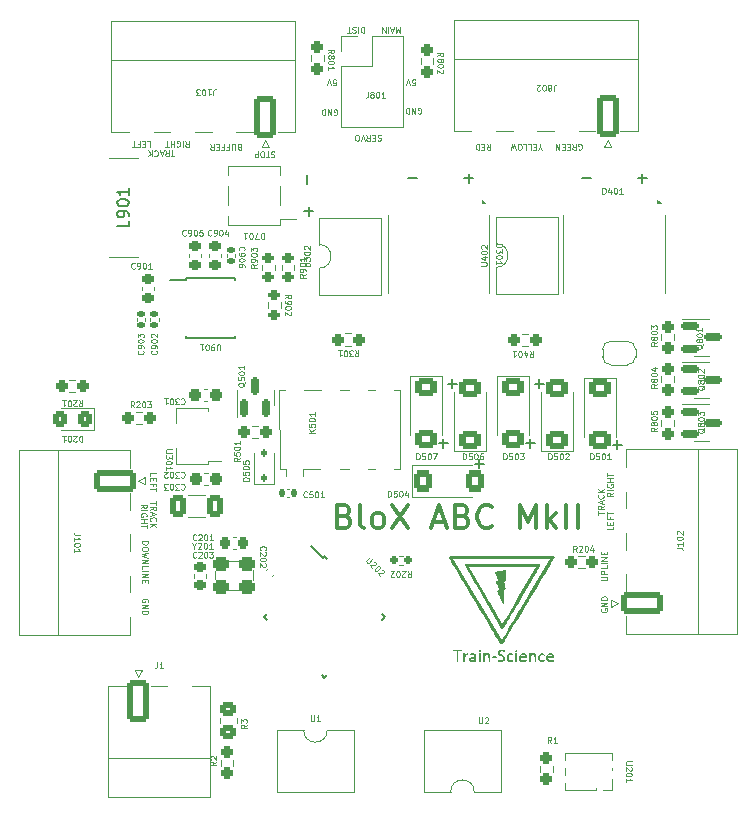
<source format=gbr>
%TF.GenerationSoftware,KiCad,Pcbnew,8.0.2*%
%TF.CreationDate,2024-08-03T08:51:49+02:00*%
%TF.ProjectId,BloX_ABC_MkII,426c6f58-5f41-4424-935f-4d6b49492e6b,rev?*%
%TF.SameCoordinates,Original*%
%TF.FileFunction,Legend,Top*%
%TF.FilePolarity,Positive*%
%FSLAX46Y46*%
G04 Gerber Fmt 4.6, Leading zero omitted, Abs format (unit mm)*
G04 Created by KiCad (PCBNEW 8.0.2) date 2024-08-03 08:51:49*
%MOMM*%
%LPD*%
G01*
G04 APERTURE LIST*
G04 Aperture macros list*
%AMRoundRect*
0 Rectangle with rounded corners*
0 $1 Rounding radius*
0 $2 $3 $4 $5 $6 $7 $8 $9 X,Y pos of 4 corners*
0 Add a 4 corners polygon primitive as box body*
4,1,4,$2,$3,$4,$5,$6,$7,$8,$9,$2,$3,0*
0 Add four circle primitives for the rounded corners*
1,1,$1+$1,$2,$3*
1,1,$1+$1,$4,$5*
1,1,$1+$1,$6,$7*
1,1,$1+$1,$8,$9*
0 Add four rect primitives between the rounded corners*
20,1,$1+$1,$2,$3,$4,$5,0*
20,1,$1+$1,$4,$5,$6,$7,0*
20,1,$1+$1,$6,$7,$8,$9,0*
20,1,$1+$1,$8,$9,$2,$3,0*%
%AMRotRect*
0 Rectangle, with rotation*
0 The origin of the aperture is its center*
0 $1 length*
0 $2 width*
0 $3 Rotation angle, in degrees counterclockwise*
0 Add horizontal line*
21,1,$1,$2,0,0,$3*%
%AMFreePoly0*
4,1,9,3.862500,-0.866500,0.737500,-0.866500,0.737500,-0.450000,-0.737500,-0.450000,-0.737500,0.450000,0.737500,0.450000,0.737500,0.866500,3.862500,0.866500,3.862500,-0.866500,3.862500,-0.866500,$1*%
%AMFreePoly1*
4,1,19,0.500000,-0.750000,0.000000,-0.750000,0.000000,-0.744911,-0.071157,-0.744911,-0.207708,-0.704816,-0.327430,-0.627875,-0.420627,-0.520320,-0.479746,-0.390866,-0.500000,-0.250000,-0.500000,0.250000,-0.479746,0.390866,-0.420627,0.520320,-0.327430,0.627875,-0.207708,0.704816,-0.071157,0.744911,0.000000,0.744911,0.000000,0.750000,0.500000,0.750000,0.500000,-0.750000,0.500000,-0.750000,
$1*%
%AMFreePoly2*
4,1,19,0.000000,0.744911,0.071157,0.744911,0.207708,0.704816,0.327430,0.627875,0.420627,0.520320,0.479746,0.390866,0.500000,0.250000,0.500000,-0.250000,0.479746,-0.390866,0.420627,-0.520320,0.327430,-0.627875,0.207708,-0.704816,0.071157,-0.744911,0.000000,-0.744911,0.000000,-0.750000,-0.500000,-0.750000,-0.500000,0.750000,0.000000,0.750000,0.000000,0.744911,0.000000,0.744911,
$1*%
G04 Aperture macros list end*
%ADD10C,0.100000*%
%ADD11C,0.300000*%
%ADD12C,0.150000*%
%ADD13C,0.075000*%
%ADD14C,0.120000*%
%ADD15C,0.000000*%
%ADD16R,2.600000X8.200000*%
%ADD17RoundRect,0.237500X0.250000X0.237500X-0.250000X0.237500X-0.250000X-0.237500X0.250000X-0.237500X0*%
%ADD18R,2.000000X1.780000*%
%ADD19RoundRect,0.140000X-0.170000X0.140000X-0.170000X-0.140000X0.170000X-0.140000X0.170000X0.140000X0*%
%ADD20C,3.200000*%
%ADD21RoundRect,0.250000X0.650000X1.550000X-0.650000X1.550000X-0.650000X-1.550000X0.650000X-1.550000X0*%
%ADD22O,1.800000X3.600000*%
%ADD23RoundRect,0.200000X0.275000X-0.200000X0.275000X0.200000X-0.275000X0.200000X-0.275000X-0.200000X0*%
%ADD24RoundRect,0.237500X-0.237500X0.250000X-0.237500X-0.250000X0.237500X-0.250000X0.237500X0.250000X0*%
%ADD25RoundRect,0.285714X-0.514286X-0.614286X0.514286X-0.614286X0.514286X0.614286X-0.514286X0.614286X0*%
%ADD26RoundRect,0.285714X0.614286X-0.514286X0.614286X0.514286X-0.614286X0.514286X-0.614286X-0.514286X0*%
%ADD27R,1.300000X0.900000*%
%ADD28FreePoly0,180.000000*%
%ADD29RoundRect,0.237500X0.237500X-0.250000X0.237500X0.250000X-0.237500X0.250000X-0.237500X-0.250000X0*%
%ADD30RoundRect,0.250000X-0.650000X-1.550000X0.650000X-1.550000X0.650000X1.550000X-0.650000X1.550000X0*%
%ADD31R,1.780000X2.000000*%
%ADD32RoundRect,0.237500X0.300000X0.237500X-0.300000X0.237500X-0.300000X-0.237500X0.300000X-0.237500X0*%
%ADD33RoundRect,0.150000X-0.587500X-0.150000X0.587500X-0.150000X0.587500X0.150000X-0.587500X0.150000X0*%
%ADD34RoundRect,0.250000X0.412500X0.650000X-0.412500X0.650000X-0.412500X-0.650000X0.412500X-0.650000X0*%
%ADD35RoundRect,0.225000X-0.225000X-0.250000X0.225000X-0.250000X0.225000X0.250000X-0.225000X0.250000X0*%
%ADD36RoundRect,0.160000X0.197500X0.160000X-0.197500X0.160000X-0.197500X-0.160000X0.197500X-0.160000X0*%
%ADD37RotRect,1.600000X0.550000X315.000000*%
%ADD38RotRect,1.600000X0.550000X45.000000*%
%ADD39RoundRect,0.140000X0.140000X0.170000X-0.140000X0.170000X-0.140000X-0.170000X0.140000X-0.170000X0*%
%ADD40FreePoly1,0.000000*%
%ADD41FreePoly2,0.000000*%
%ADD42RoundRect,0.250000X-1.550000X0.650000X-1.550000X-0.650000X1.550000X-0.650000X1.550000X0.650000X0*%
%ADD43O,3.600000X1.800000*%
%ADD44RoundRect,0.237500X-0.250000X-0.237500X0.250000X-0.237500X0.250000X0.237500X-0.250000X0.237500X0*%
%ADD45RoundRect,0.250000X0.325000X0.450000X-0.325000X0.450000X-0.325000X-0.450000X0.325000X-0.450000X0*%
%ADD46RoundRect,0.285714X-0.614286X0.514286X-0.614286X-0.514286X0.614286X-0.514286X0.614286X0.514286X0*%
%ADD47R,1.700000X1.700000*%
%ADD48O,1.700000X1.700000*%
%ADD49RoundRect,0.225000X-0.250000X0.225000X-0.250000X-0.225000X0.250000X-0.225000X0.250000X0.225000X0*%
%ADD50RoundRect,0.200000X-0.275000X0.200000X-0.275000X-0.200000X0.275000X-0.200000X0.275000X0.200000X0*%
%ADD51RoundRect,0.112500X0.112500X-0.187500X0.112500X0.187500X-0.112500X0.187500X-0.112500X-0.187500X0*%
%ADD52R,1.910000X0.610000*%
%ADD53R,1.205000X1.550000*%
%ADD54R,0.800000X1.800000*%
%ADD55RoundRect,0.225000X0.250000X-0.225000X0.250000X0.225000X-0.250000X0.225000X-0.250000X-0.225000X0*%
%ADD56RoundRect,0.140000X0.021213X-0.219203X0.219203X-0.021213X-0.021213X0.219203X-0.219203X0.021213X0*%
%ADD57R,1.000000X1.000000*%
%ADD58O,1.000000X1.000000*%
%ADD59RoundRect,0.300000X0.400000X0.300000X-0.400000X0.300000X-0.400000X-0.300000X0.400000X-0.300000X0*%
%ADD60R,1.500000X2.000000*%
%ADD61RoundRect,0.150000X0.150000X-0.587500X0.150000X0.587500X-0.150000X0.587500X-0.150000X-0.587500X0*%
%ADD62R,1.000000X0.800000*%
%ADD63RoundRect,0.250000X-0.450000X0.350000X-0.450000X-0.350000X0.450000X-0.350000X0.450000X0.350000X0*%
%ADD64RoundRect,0.250000X1.550000X-0.650000X1.550000X0.650000X-1.550000X0.650000X-1.550000X-0.650000X0*%
G04 APERTURE END LIST*
D10*
X118464925Y-70027485D02*
X118464925Y-69789390D01*
X118631591Y-70289390D02*
X118464925Y-70027485D01*
X118464925Y-70027485D02*
X118298258Y-70289390D01*
X118131592Y-70051295D02*
X117964925Y-70051295D01*
X117893497Y-69789390D02*
X118131592Y-69789390D01*
X118131592Y-69789390D02*
X118131592Y-70289390D01*
X118131592Y-70289390D02*
X117893497Y-70289390D01*
X117441116Y-69789390D02*
X117679211Y-69789390D01*
X117679211Y-69789390D02*
X117679211Y-70289390D01*
X117036354Y-69789390D02*
X117274449Y-69789390D01*
X117274449Y-69789390D02*
X117274449Y-70289390D01*
X116774449Y-70289390D02*
X116679211Y-70289390D01*
X116679211Y-70289390D02*
X116631592Y-70265580D01*
X116631592Y-70265580D02*
X116583973Y-70217961D01*
X116583973Y-70217961D02*
X116560163Y-70122723D01*
X116560163Y-70122723D02*
X116560163Y-69956057D01*
X116560163Y-69956057D02*
X116583973Y-69860819D01*
X116583973Y-69860819D02*
X116631592Y-69813200D01*
X116631592Y-69813200D02*
X116679211Y-69789390D01*
X116679211Y-69789390D02*
X116774449Y-69789390D01*
X116774449Y-69789390D02*
X116822068Y-69813200D01*
X116822068Y-69813200D02*
X116869687Y-69860819D01*
X116869687Y-69860819D02*
X116893496Y-69956057D01*
X116893496Y-69956057D02*
X116893496Y-70122723D01*
X116893496Y-70122723D02*
X116869687Y-70217961D01*
X116869687Y-70217961D02*
X116822068Y-70265580D01*
X116822068Y-70265580D02*
X116774449Y-70289390D01*
X116393496Y-70289390D02*
X116274448Y-69789390D01*
X116274448Y-69789390D02*
X116179210Y-70146533D01*
X116179210Y-70146533D02*
X116083972Y-69789390D01*
X116083972Y-69789390D02*
X115964925Y-70289390D01*
X103574163Y-59883390D02*
X103574163Y-60383390D01*
X103574163Y-60383390D02*
X103455115Y-60383390D01*
X103455115Y-60383390D02*
X103383687Y-60359580D01*
X103383687Y-60359580D02*
X103336068Y-60311961D01*
X103336068Y-60311961D02*
X103312258Y-60264342D01*
X103312258Y-60264342D02*
X103288449Y-60169104D01*
X103288449Y-60169104D02*
X103288449Y-60097676D01*
X103288449Y-60097676D02*
X103312258Y-60002438D01*
X103312258Y-60002438D02*
X103336068Y-59954819D01*
X103336068Y-59954819D02*
X103383687Y-59907200D01*
X103383687Y-59907200D02*
X103455115Y-59883390D01*
X103455115Y-59883390D02*
X103574163Y-59883390D01*
X103074163Y-59883390D02*
X103074163Y-60383390D01*
X102859877Y-59907200D02*
X102788449Y-59883390D01*
X102788449Y-59883390D02*
X102669401Y-59883390D01*
X102669401Y-59883390D02*
X102621782Y-59907200D01*
X102621782Y-59907200D02*
X102597973Y-59931009D01*
X102597973Y-59931009D02*
X102574163Y-59978628D01*
X102574163Y-59978628D02*
X102574163Y-60026247D01*
X102574163Y-60026247D02*
X102597973Y-60073866D01*
X102597973Y-60073866D02*
X102621782Y-60097676D01*
X102621782Y-60097676D02*
X102669401Y-60121485D01*
X102669401Y-60121485D02*
X102764639Y-60145295D01*
X102764639Y-60145295D02*
X102812258Y-60169104D01*
X102812258Y-60169104D02*
X102836068Y-60192914D01*
X102836068Y-60192914D02*
X102859877Y-60240533D01*
X102859877Y-60240533D02*
X102859877Y-60288152D01*
X102859877Y-60288152D02*
X102836068Y-60335771D01*
X102836068Y-60335771D02*
X102812258Y-60359580D01*
X102812258Y-60359580D02*
X102764639Y-60383390D01*
X102764639Y-60383390D02*
X102645592Y-60383390D01*
X102645592Y-60383390D02*
X102574163Y-60359580D01*
X102431306Y-60383390D02*
X102145592Y-60383390D01*
X102288449Y-59883390D02*
X102288449Y-60383390D01*
X121727258Y-70265580D02*
X121774877Y-70289390D01*
X121774877Y-70289390D02*
X121846306Y-70289390D01*
X121846306Y-70289390D02*
X121917734Y-70265580D01*
X121917734Y-70265580D02*
X121965353Y-70217961D01*
X121965353Y-70217961D02*
X121989163Y-70170342D01*
X121989163Y-70170342D02*
X122012972Y-70075104D01*
X122012972Y-70075104D02*
X122012972Y-70003676D01*
X122012972Y-70003676D02*
X121989163Y-69908438D01*
X121989163Y-69908438D02*
X121965353Y-69860819D01*
X121965353Y-69860819D02*
X121917734Y-69813200D01*
X121917734Y-69813200D02*
X121846306Y-69789390D01*
X121846306Y-69789390D02*
X121798687Y-69789390D01*
X121798687Y-69789390D02*
X121727258Y-69813200D01*
X121727258Y-69813200D02*
X121703449Y-69837009D01*
X121703449Y-69837009D02*
X121703449Y-70003676D01*
X121703449Y-70003676D02*
X121798687Y-70003676D01*
X121203449Y-69789390D02*
X121370115Y-70027485D01*
X121489163Y-69789390D02*
X121489163Y-70289390D01*
X121489163Y-70289390D02*
X121298687Y-70289390D01*
X121298687Y-70289390D02*
X121251068Y-70265580D01*
X121251068Y-70265580D02*
X121227258Y-70241771D01*
X121227258Y-70241771D02*
X121203449Y-70194152D01*
X121203449Y-70194152D02*
X121203449Y-70122723D01*
X121203449Y-70122723D02*
X121227258Y-70075104D01*
X121227258Y-70075104D02*
X121251068Y-70051295D01*
X121251068Y-70051295D02*
X121298687Y-70027485D01*
X121298687Y-70027485D02*
X121489163Y-70027485D01*
X120989163Y-70051295D02*
X120822496Y-70051295D01*
X120751068Y-69789390D02*
X120989163Y-69789390D01*
X120989163Y-69789390D02*
X120989163Y-70289390D01*
X120989163Y-70289390D02*
X120751068Y-70289390D01*
X120536782Y-70051295D02*
X120370115Y-70051295D01*
X120298687Y-69789390D02*
X120536782Y-69789390D01*
X120536782Y-69789390D02*
X120536782Y-70289390D01*
X120536782Y-70289390D02*
X120298687Y-70289390D01*
X120084401Y-69789390D02*
X120084401Y-70289390D01*
X120084401Y-70289390D02*
X119798687Y-69789390D01*
X119798687Y-69789390D02*
X119798687Y-70289390D01*
D11*
X101924225Y-101308019D02*
X102209939Y-101403257D01*
X102209939Y-101403257D02*
X102305177Y-101498495D01*
X102305177Y-101498495D02*
X102400415Y-101688971D01*
X102400415Y-101688971D02*
X102400415Y-101974685D01*
X102400415Y-101974685D02*
X102305177Y-102165161D01*
X102305177Y-102165161D02*
X102209939Y-102260400D01*
X102209939Y-102260400D02*
X102019463Y-102355638D01*
X102019463Y-102355638D02*
X101257558Y-102355638D01*
X101257558Y-102355638D02*
X101257558Y-100355638D01*
X101257558Y-100355638D02*
X101924225Y-100355638D01*
X101924225Y-100355638D02*
X102114701Y-100450876D01*
X102114701Y-100450876D02*
X102209939Y-100546114D01*
X102209939Y-100546114D02*
X102305177Y-100736590D01*
X102305177Y-100736590D02*
X102305177Y-100927066D01*
X102305177Y-100927066D02*
X102209939Y-101117542D01*
X102209939Y-101117542D02*
X102114701Y-101212780D01*
X102114701Y-101212780D02*
X101924225Y-101308019D01*
X101924225Y-101308019D02*
X101257558Y-101308019D01*
X103543272Y-102355638D02*
X103352796Y-102260400D01*
X103352796Y-102260400D02*
X103257558Y-102069923D01*
X103257558Y-102069923D02*
X103257558Y-100355638D01*
X104590891Y-102355638D02*
X104400415Y-102260400D01*
X104400415Y-102260400D02*
X104305177Y-102165161D01*
X104305177Y-102165161D02*
X104209939Y-101974685D01*
X104209939Y-101974685D02*
X104209939Y-101403257D01*
X104209939Y-101403257D02*
X104305177Y-101212780D01*
X104305177Y-101212780D02*
X104400415Y-101117542D01*
X104400415Y-101117542D02*
X104590891Y-101022304D01*
X104590891Y-101022304D02*
X104876606Y-101022304D01*
X104876606Y-101022304D02*
X105067082Y-101117542D01*
X105067082Y-101117542D02*
X105162320Y-101212780D01*
X105162320Y-101212780D02*
X105257558Y-101403257D01*
X105257558Y-101403257D02*
X105257558Y-101974685D01*
X105257558Y-101974685D02*
X105162320Y-102165161D01*
X105162320Y-102165161D02*
X105067082Y-102260400D01*
X105067082Y-102260400D02*
X104876606Y-102355638D01*
X104876606Y-102355638D02*
X104590891Y-102355638D01*
X105924225Y-100355638D02*
X107257558Y-102355638D01*
X107257558Y-100355638D02*
X105924225Y-102355638D01*
X109448035Y-101784209D02*
X110400416Y-101784209D01*
X109257559Y-102355638D02*
X109924225Y-100355638D01*
X109924225Y-100355638D02*
X110590892Y-102355638D01*
X111924226Y-101308019D02*
X112209940Y-101403257D01*
X112209940Y-101403257D02*
X112305178Y-101498495D01*
X112305178Y-101498495D02*
X112400416Y-101688971D01*
X112400416Y-101688971D02*
X112400416Y-101974685D01*
X112400416Y-101974685D02*
X112305178Y-102165161D01*
X112305178Y-102165161D02*
X112209940Y-102260400D01*
X112209940Y-102260400D02*
X112019464Y-102355638D01*
X112019464Y-102355638D02*
X111257559Y-102355638D01*
X111257559Y-102355638D02*
X111257559Y-100355638D01*
X111257559Y-100355638D02*
X111924226Y-100355638D01*
X111924226Y-100355638D02*
X112114702Y-100450876D01*
X112114702Y-100450876D02*
X112209940Y-100546114D01*
X112209940Y-100546114D02*
X112305178Y-100736590D01*
X112305178Y-100736590D02*
X112305178Y-100927066D01*
X112305178Y-100927066D02*
X112209940Y-101117542D01*
X112209940Y-101117542D02*
X112114702Y-101212780D01*
X112114702Y-101212780D02*
X111924226Y-101308019D01*
X111924226Y-101308019D02*
X111257559Y-101308019D01*
X114400416Y-102165161D02*
X114305178Y-102260400D01*
X114305178Y-102260400D02*
X114019464Y-102355638D01*
X114019464Y-102355638D02*
X113828988Y-102355638D01*
X113828988Y-102355638D02*
X113543273Y-102260400D01*
X113543273Y-102260400D02*
X113352797Y-102069923D01*
X113352797Y-102069923D02*
X113257559Y-101879447D01*
X113257559Y-101879447D02*
X113162321Y-101498495D01*
X113162321Y-101498495D02*
X113162321Y-101212780D01*
X113162321Y-101212780D02*
X113257559Y-100831828D01*
X113257559Y-100831828D02*
X113352797Y-100641352D01*
X113352797Y-100641352D02*
X113543273Y-100450876D01*
X113543273Y-100450876D02*
X113828988Y-100355638D01*
X113828988Y-100355638D02*
X114019464Y-100355638D01*
X114019464Y-100355638D02*
X114305178Y-100450876D01*
X114305178Y-100450876D02*
X114400416Y-100546114D01*
X116781369Y-102355638D02*
X116781369Y-100355638D01*
X116781369Y-100355638D02*
X117448036Y-101784209D01*
X117448036Y-101784209D02*
X118114702Y-100355638D01*
X118114702Y-100355638D02*
X118114702Y-102355638D01*
X119067083Y-102355638D02*
X119067083Y-100355638D01*
X119257559Y-101593733D02*
X119828988Y-102355638D01*
X119828988Y-101022304D02*
X119067083Y-101784209D01*
X120686131Y-102355638D02*
X120686131Y-100355638D01*
X121638512Y-102355638D02*
X121638512Y-100355638D01*
D10*
X123663419Y-109154258D02*
X123639609Y-109201877D01*
X123639609Y-109201877D02*
X123639609Y-109273306D01*
X123639609Y-109273306D02*
X123663419Y-109344734D01*
X123663419Y-109344734D02*
X123711038Y-109392353D01*
X123711038Y-109392353D02*
X123758657Y-109416163D01*
X123758657Y-109416163D02*
X123853895Y-109439972D01*
X123853895Y-109439972D02*
X123925323Y-109439972D01*
X123925323Y-109439972D02*
X124020561Y-109416163D01*
X124020561Y-109416163D02*
X124068180Y-109392353D01*
X124068180Y-109392353D02*
X124115800Y-109344734D01*
X124115800Y-109344734D02*
X124139609Y-109273306D01*
X124139609Y-109273306D02*
X124139609Y-109225687D01*
X124139609Y-109225687D02*
X124115800Y-109154258D01*
X124115800Y-109154258D02*
X124091990Y-109130449D01*
X124091990Y-109130449D02*
X123925323Y-109130449D01*
X123925323Y-109130449D02*
X123925323Y-109225687D01*
X124139609Y-108916163D02*
X123639609Y-108916163D01*
X123639609Y-108916163D02*
X124139609Y-108630449D01*
X124139609Y-108630449D02*
X123639609Y-108630449D01*
X124139609Y-108392353D02*
X123639609Y-108392353D01*
X123639609Y-108392353D02*
X123639609Y-108273305D01*
X123639609Y-108273305D02*
X123663419Y-108201877D01*
X123663419Y-108201877D02*
X123711038Y-108154258D01*
X123711038Y-108154258D02*
X123758657Y-108130448D01*
X123758657Y-108130448D02*
X123853895Y-108106639D01*
X123853895Y-108106639D02*
X123925323Y-108106639D01*
X123925323Y-108106639D02*
X124020561Y-108130448D01*
X124020561Y-108130448D02*
X124068180Y-108154258D01*
X124068180Y-108154258D02*
X124115800Y-108201877D01*
X124115800Y-108201877D02*
X124139609Y-108273305D01*
X124139609Y-108273305D02*
X124139609Y-108392353D01*
X123639609Y-106749497D02*
X124044371Y-106749497D01*
X124044371Y-106749497D02*
X124091990Y-106725687D01*
X124091990Y-106725687D02*
X124115800Y-106701878D01*
X124115800Y-106701878D02*
X124139609Y-106654259D01*
X124139609Y-106654259D02*
X124139609Y-106559021D01*
X124139609Y-106559021D02*
X124115800Y-106511402D01*
X124115800Y-106511402D02*
X124091990Y-106487592D01*
X124091990Y-106487592D02*
X124044371Y-106463783D01*
X124044371Y-106463783D02*
X123639609Y-106463783D01*
X124139609Y-106225687D02*
X123639609Y-106225687D01*
X123639609Y-106225687D02*
X123639609Y-106035211D01*
X123639609Y-106035211D02*
X123663419Y-105987592D01*
X123663419Y-105987592D02*
X123687228Y-105963782D01*
X123687228Y-105963782D02*
X123734847Y-105939973D01*
X123734847Y-105939973D02*
X123806276Y-105939973D01*
X123806276Y-105939973D02*
X123853895Y-105963782D01*
X123853895Y-105963782D02*
X123877704Y-105987592D01*
X123877704Y-105987592D02*
X123901514Y-106035211D01*
X123901514Y-106035211D02*
X123901514Y-106225687D01*
X124139609Y-105487592D02*
X124139609Y-105725687D01*
X124139609Y-105725687D02*
X123639609Y-105725687D01*
X124139609Y-105320925D02*
X123639609Y-105320925D01*
X124139609Y-105082830D02*
X123639609Y-105082830D01*
X123639609Y-105082830D02*
X124139609Y-104797116D01*
X124139609Y-104797116D02*
X123639609Y-104797116D01*
X123877704Y-104559020D02*
X123877704Y-104392353D01*
X124139609Y-104320925D02*
X124139609Y-104559020D01*
X124139609Y-104559020D02*
X123639609Y-104559020D01*
X123639609Y-104559020D02*
X123639609Y-104320925D01*
D12*
X122002779Y-72691666D02*
X122764684Y-72691666D01*
D10*
X100923068Y-64828390D02*
X101161163Y-64828390D01*
X101161163Y-64828390D02*
X101184972Y-64590295D01*
X101184972Y-64590295D02*
X101161163Y-64614104D01*
X101161163Y-64614104D02*
X101113544Y-64637914D01*
X101113544Y-64637914D02*
X100994496Y-64637914D01*
X100994496Y-64637914D02*
X100946877Y-64614104D01*
X100946877Y-64614104D02*
X100923068Y-64590295D01*
X100923068Y-64590295D02*
X100899258Y-64542676D01*
X100899258Y-64542676D02*
X100899258Y-64423628D01*
X100899258Y-64423628D02*
X100923068Y-64376009D01*
X100923068Y-64376009D02*
X100946877Y-64352200D01*
X100946877Y-64352200D02*
X100994496Y-64328390D01*
X100994496Y-64328390D02*
X101113544Y-64328390D01*
X101113544Y-64328390D02*
X101161163Y-64352200D01*
X101161163Y-64352200D02*
X101184972Y-64376009D01*
X100756401Y-64828390D02*
X100589735Y-64328390D01*
X100589735Y-64328390D02*
X100423068Y-64828390D01*
X101026258Y-67344580D02*
X101073877Y-67368390D01*
X101073877Y-67368390D02*
X101145306Y-67368390D01*
X101145306Y-67368390D02*
X101216734Y-67344580D01*
X101216734Y-67344580D02*
X101264353Y-67296961D01*
X101264353Y-67296961D02*
X101288163Y-67249342D01*
X101288163Y-67249342D02*
X101311972Y-67154104D01*
X101311972Y-67154104D02*
X101311972Y-67082676D01*
X101311972Y-67082676D02*
X101288163Y-66987438D01*
X101288163Y-66987438D02*
X101264353Y-66939819D01*
X101264353Y-66939819D02*
X101216734Y-66892200D01*
X101216734Y-66892200D02*
X101145306Y-66868390D01*
X101145306Y-66868390D02*
X101097687Y-66868390D01*
X101097687Y-66868390D02*
X101026258Y-66892200D01*
X101026258Y-66892200D02*
X101002449Y-66916009D01*
X101002449Y-66916009D02*
X101002449Y-67082676D01*
X101002449Y-67082676D02*
X101097687Y-67082676D01*
X100788163Y-66868390D02*
X100788163Y-67368390D01*
X100788163Y-67368390D02*
X100502449Y-66868390D01*
X100502449Y-66868390D02*
X100502449Y-67368390D01*
X100264353Y-66868390D02*
X100264353Y-67368390D01*
X100264353Y-67368390D02*
X100145305Y-67368390D01*
X100145305Y-67368390D02*
X100073877Y-67344580D01*
X100073877Y-67344580D02*
X100026258Y-67296961D01*
X100026258Y-67296961D02*
X100002448Y-67249342D01*
X100002448Y-67249342D02*
X99978639Y-67154104D01*
X99978639Y-67154104D02*
X99978639Y-67082676D01*
X99978639Y-67082676D02*
X100002448Y-66987438D01*
X100002448Y-66987438D02*
X100026258Y-66939819D01*
X100026258Y-66939819D02*
X100073877Y-66892200D01*
X100073877Y-66892200D02*
X100145305Y-66868390D01*
X100145305Y-66868390D02*
X100264353Y-66868390D01*
D12*
X98758333Y-72421979D02*
X98758333Y-73183884D01*
D10*
X123342637Y-101183141D02*
X123342637Y-100897427D01*
X123842637Y-101040284D02*
X123342637Y-101040284D01*
X123842637Y-100445047D02*
X123604542Y-100611713D01*
X123842637Y-100730761D02*
X123342637Y-100730761D01*
X123342637Y-100730761D02*
X123342637Y-100540285D01*
X123342637Y-100540285D02*
X123366447Y-100492666D01*
X123366447Y-100492666D02*
X123390256Y-100468856D01*
X123390256Y-100468856D02*
X123437875Y-100445047D01*
X123437875Y-100445047D02*
X123509304Y-100445047D01*
X123509304Y-100445047D02*
X123556923Y-100468856D01*
X123556923Y-100468856D02*
X123580732Y-100492666D01*
X123580732Y-100492666D02*
X123604542Y-100540285D01*
X123604542Y-100540285D02*
X123604542Y-100730761D01*
X123699780Y-100254570D02*
X123699780Y-100016475D01*
X123842637Y-100302189D02*
X123342637Y-100135523D01*
X123342637Y-100135523D02*
X123842637Y-99968856D01*
X123795018Y-99516476D02*
X123818828Y-99540285D01*
X123818828Y-99540285D02*
X123842637Y-99611714D01*
X123842637Y-99611714D02*
X123842637Y-99659333D01*
X123842637Y-99659333D02*
X123818828Y-99730761D01*
X123818828Y-99730761D02*
X123771208Y-99778380D01*
X123771208Y-99778380D02*
X123723589Y-99802190D01*
X123723589Y-99802190D02*
X123628351Y-99825999D01*
X123628351Y-99825999D02*
X123556923Y-99825999D01*
X123556923Y-99825999D02*
X123461685Y-99802190D01*
X123461685Y-99802190D02*
X123414066Y-99778380D01*
X123414066Y-99778380D02*
X123366447Y-99730761D01*
X123366447Y-99730761D02*
X123342637Y-99659333D01*
X123342637Y-99659333D02*
X123342637Y-99611714D01*
X123342637Y-99611714D02*
X123366447Y-99540285D01*
X123366447Y-99540285D02*
X123390256Y-99516476D01*
X123842637Y-99302190D02*
X123342637Y-99302190D01*
X123842637Y-99016476D02*
X123556923Y-99230761D01*
X123342637Y-99016476D02*
X123628351Y-99302190D01*
X124647609Y-102195046D02*
X124647609Y-102433141D01*
X124647609Y-102433141D02*
X124147609Y-102433141D01*
X124385704Y-102028379D02*
X124385704Y-101861712D01*
X124647609Y-101790284D02*
X124647609Y-102028379D01*
X124647609Y-102028379D02*
X124147609Y-102028379D01*
X124147609Y-102028379D02*
X124147609Y-101790284D01*
X124385704Y-101409331D02*
X124385704Y-101575998D01*
X124647609Y-101575998D02*
X124147609Y-101575998D01*
X124147609Y-101575998D02*
X124147609Y-101337903D01*
X124147609Y-101218855D02*
X124147609Y-100933141D01*
X124647609Y-101075998D02*
X124147609Y-101075998D01*
X124647609Y-99337905D02*
X124409514Y-99504571D01*
X124647609Y-99623619D02*
X124147609Y-99623619D01*
X124147609Y-99623619D02*
X124147609Y-99433143D01*
X124147609Y-99433143D02*
X124171419Y-99385524D01*
X124171419Y-99385524D02*
X124195228Y-99361714D01*
X124195228Y-99361714D02*
X124242847Y-99337905D01*
X124242847Y-99337905D02*
X124314276Y-99337905D01*
X124314276Y-99337905D02*
X124361895Y-99361714D01*
X124361895Y-99361714D02*
X124385704Y-99385524D01*
X124385704Y-99385524D02*
X124409514Y-99433143D01*
X124409514Y-99433143D02*
X124409514Y-99623619D01*
X124647609Y-99123619D02*
X124147609Y-99123619D01*
X124171419Y-98623619D02*
X124147609Y-98671238D01*
X124147609Y-98671238D02*
X124147609Y-98742667D01*
X124147609Y-98742667D02*
X124171419Y-98814095D01*
X124171419Y-98814095D02*
X124219038Y-98861714D01*
X124219038Y-98861714D02*
X124266657Y-98885524D01*
X124266657Y-98885524D02*
X124361895Y-98909333D01*
X124361895Y-98909333D02*
X124433323Y-98909333D01*
X124433323Y-98909333D02*
X124528561Y-98885524D01*
X124528561Y-98885524D02*
X124576180Y-98861714D01*
X124576180Y-98861714D02*
X124623800Y-98814095D01*
X124623800Y-98814095D02*
X124647609Y-98742667D01*
X124647609Y-98742667D02*
X124647609Y-98695048D01*
X124647609Y-98695048D02*
X124623800Y-98623619D01*
X124623800Y-98623619D02*
X124599990Y-98599810D01*
X124599990Y-98599810D02*
X124433323Y-98599810D01*
X124433323Y-98599810D02*
X124433323Y-98695048D01*
X124647609Y-98385524D02*
X124147609Y-98385524D01*
X124385704Y-98385524D02*
X124385704Y-98099810D01*
X124647609Y-98099810D02*
X124147609Y-98099810D01*
X124147609Y-97933142D02*
X124147609Y-97647428D01*
X124647609Y-97790285D02*
X124147609Y-97790285D01*
X85453362Y-97937096D02*
X85453362Y-97699001D01*
X85453362Y-97699001D02*
X85953362Y-97699001D01*
X85715267Y-98103763D02*
X85715267Y-98270430D01*
X85453362Y-98341858D02*
X85453362Y-98103763D01*
X85453362Y-98103763D02*
X85953362Y-98103763D01*
X85953362Y-98103763D02*
X85953362Y-98341858D01*
X85715267Y-98722811D02*
X85715267Y-98556144D01*
X85453362Y-98556144D02*
X85953362Y-98556144D01*
X85953362Y-98556144D02*
X85953362Y-98794239D01*
X85953362Y-98913287D02*
X85953362Y-99199001D01*
X85453362Y-99056144D02*
X85953362Y-99056144D01*
X85953362Y-100056143D02*
X85953362Y-100341857D01*
X85453362Y-100199000D02*
X85953362Y-100199000D01*
X85453362Y-100794237D02*
X85691457Y-100627571D01*
X85453362Y-100508523D02*
X85953362Y-100508523D01*
X85953362Y-100508523D02*
X85953362Y-100698999D01*
X85953362Y-100698999D02*
X85929552Y-100746618D01*
X85929552Y-100746618D02*
X85905743Y-100770428D01*
X85905743Y-100770428D02*
X85858124Y-100794237D01*
X85858124Y-100794237D02*
X85786695Y-100794237D01*
X85786695Y-100794237D02*
X85739076Y-100770428D01*
X85739076Y-100770428D02*
X85715267Y-100746618D01*
X85715267Y-100746618D02*
X85691457Y-100698999D01*
X85691457Y-100698999D02*
X85691457Y-100508523D01*
X85596219Y-100984714D02*
X85596219Y-101222809D01*
X85453362Y-100937095D02*
X85953362Y-101103761D01*
X85953362Y-101103761D02*
X85453362Y-101270428D01*
X85500981Y-101722808D02*
X85477172Y-101698999D01*
X85477172Y-101698999D02*
X85453362Y-101627570D01*
X85453362Y-101627570D02*
X85453362Y-101579951D01*
X85453362Y-101579951D02*
X85477172Y-101508523D01*
X85477172Y-101508523D02*
X85524791Y-101460904D01*
X85524791Y-101460904D02*
X85572410Y-101437094D01*
X85572410Y-101437094D02*
X85667648Y-101413285D01*
X85667648Y-101413285D02*
X85739076Y-101413285D01*
X85739076Y-101413285D02*
X85834314Y-101437094D01*
X85834314Y-101437094D02*
X85881933Y-101460904D01*
X85881933Y-101460904D02*
X85929552Y-101508523D01*
X85929552Y-101508523D02*
X85953362Y-101579951D01*
X85953362Y-101579951D02*
X85953362Y-101627570D01*
X85953362Y-101627570D02*
X85929552Y-101698999D01*
X85929552Y-101698999D02*
X85905743Y-101722808D01*
X85453362Y-101937094D02*
X85953362Y-101937094D01*
X85453362Y-102222808D02*
X85739076Y-102008523D01*
X85953362Y-102222808D02*
X85667648Y-101937094D01*
X84648390Y-100615665D02*
X84886485Y-100448999D01*
X84648390Y-100329951D02*
X85148390Y-100329951D01*
X85148390Y-100329951D02*
X85148390Y-100520427D01*
X85148390Y-100520427D02*
X85124580Y-100568046D01*
X85124580Y-100568046D02*
X85100771Y-100591856D01*
X85100771Y-100591856D02*
X85053152Y-100615665D01*
X85053152Y-100615665D02*
X84981723Y-100615665D01*
X84981723Y-100615665D02*
X84934104Y-100591856D01*
X84934104Y-100591856D02*
X84910295Y-100568046D01*
X84910295Y-100568046D02*
X84886485Y-100520427D01*
X84886485Y-100520427D02*
X84886485Y-100329951D01*
X84648390Y-100829951D02*
X85148390Y-100829951D01*
X85124580Y-101329951D02*
X85148390Y-101282332D01*
X85148390Y-101282332D02*
X85148390Y-101210903D01*
X85148390Y-101210903D02*
X85124580Y-101139475D01*
X85124580Y-101139475D02*
X85076961Y-101091856D01*
X85076961Y-101091856D02*
X85029342Y-101068046D01*
X85029342Y-101068046D02*
X84934104Y-101044237D01*
X84934104Y-101044237D02*
X84862676Y-101044237D01*
X84862676Y-101044237D02*
X84767438Y-101068046D01*
X84767438Y-101068046D02*
X84719819Y-101091856D01*
X84719819Y-101091856D02*
X84672200Y-101139475D01*
X84672200Y-101139475D02*
X84648390Y-101210903D01*
X84648390Y-101210903D02*
X84648390Y-101258522D01*
X84648390Y-101258522D02*
X84672200Y-101329951D01*
X84672200Y-101329951D02*
X84696009Y-101353760D01*
X84696009Y-101353760D02*
X84862676Y-101353760D01*
X84862676Y-101353760D02*
X84862676Y-101258522D01*
X84648390Y-101568046D02*
X85148390Y-101568046D01*
X84910295Y-101568046D02*
X84910295Y-101853760D01*
X84648390Y-101853760D02*
X85148390Y-101853760D01*
X85148390Y-102020428D02*
X85148390Y-102306142D01*
X84648390Y-102163285D02*
X85148390Y-102163285D01*
X95977972Y-70448200D02*
X95906544Y-70424390D01*
X95906544Y-70424390D02*
X95787496Y-70424390D01*
X95787496Y-70424390D02*
X95739877Y-70448200D01*
X95739877Y-70448200D02*
X95716068Y-70472009D01*
X95716068Y-70472009D02*
X95692258Y-70519628D01*
X95692258Y-70519628D02*
X95692258Y-70567247D01*
X95692258Y-70567247D02*
X95716068Y-70614866D01*
X95716068Y-70614866D02*
X95739877Y-70638676D01*
X95739877Y-70638676D02*
X95787496Y-70662485D01*
X95787496Y-70662485D02*
X95882734Y-70686295D01*
X95882734Y-70686295D02*
X95930353Y-70710104D01*
X95930353Y-70710104D02*
X95954163Y-70733914D01*
X95954163Y-70733914D02*
X95977972Y-70781533D01*
X95977972Y-70781533D02*
X95977972Y-70829152D01*
X95977972Y-70829152D02*
X95954163Y-70876771D01*
X95954163Y-70876771D02*
X95930353Y-70900580D01*
X95930353Y-70900580D02*
X95882734Y-70924390D01*
X95882734Y-70924390D02*
X95763687Y-70924390D01*
X95763687Y-70924390D02*
X95692258Y-70900580D01*
X95549401Y-70924390D02*
X95263687Y-70924390D01*
X95406544Y-70424390D02*
X95406544Y-70924390D01*
X95001783Y-70924390D02*
X94906545Y-70924390D01*
X94906545Y-70924390D02*
X94858926Y-70900580D01*
X94858926Y-70900580D02*
X94811307Y-70852961D01*
X94811307Y-70852961D02*
X94787497Y-70757723D01*
X94787497Y-70757723D02*
X94787497Y-70591057D01*
X94787497Y-70591057D02*
X94811307Y-70495819D01*
X94811307Y-70495819D02*
X94858926Y-70448200D01*
X94858926Y-70448200D02*
X94906545Y-70424390D01*
X94906545Y-70424390D02*
X95001783Y-70424390D01*
X95001783Y-70424390D02*
X95049402Y-70448200D01*
X95049402Y-70448200D02*
X95097021Y-70495819D01*
X95097021Y-70495819D02*
X95120830Y-70591057D01*
X95120830Y-70591057D02*
X95120830Y-70757723D01*
X95120830Y-70757723D02*
X95097021Y-70852961D01*
X95097021Y-70852961D02*
X95049402Y-70900580D01*
X95049402Y-70900580D02*
X95001783Y-70924390D01*
X94573211Y-70424390D02*
X94573211Y-70924390D01*
X94573211Y-70924390D02*
X94382735Y-70924390D01*
X94382735Y-70924390D02*
X94335116Y-70900580D01*
X94335116Y-70900580D02*
X94311306Y-70876771D01*
X94311306Y-70876771D02*
X94287497Y-70829152D01*
X94287497Y-70829152D02*
X94287497Y-70757723D01*
X94287497Y-70757723D02*
X94311306Y-70710104D01*
X94311306Y-70710104D02*
X94335116Y-70686295D01*
X94335116Y-70686295D02*
X94382735Y-70662485D01*
X94382735Y-70662485D02*
X94573211Y-70662485D01*
X104994972Y-69051200D02*
X104923544Y-69027390D01*
X104923544Y-69027390D02*
X104804496Y-69027390D01*
X104804496Y-69027390D02*
X104756877Y-69051200D01*
X104756877Y-69051200D02*
X104733068Y-69075009D01*
X104733068Y-69075009D02*
X104709258Y-69122628D01*
X104709258Y-69122628D02*
X104709258Y-69170247D01*
X104709258Y-69170247D02*
X104733068Y-69217866D01*
X104733068Y-69217866D02*
X104756877Y-69241676D01*
X104756877Y-69241676D02*
X104804496Y-69265485D01*
X104804496Y-69265485D02*
X104899734Y-69289295D01*
X104899734Y-69289295D02*
X104947353Y-69313104D01*
X104947353Y-69313104D02*
X104971163Y-69336914D01*
X104971163Y-69336914D02*
X104994972Y-69384533D01*
X104994972Y-69384533D02*
X104994972Y-69432152D01*
X104994972Y-69432152D02*
X104971163Y-69479771D01*
X104971163Y-69479771D02*
X104947353Y-69503580D01*
X104947353Y-69503580D02*
X104899734Y-69527390D01*
X104899734Y-69527390D02*
X104780687Y-69527390D01*
X104780687Y-69527390D02*
X104709258Y-69503580D01*
X104494973Y-69289295D02*
X104328306Y-69289295D01*
X104256878Y-69027390D02*
X104494973Y-69027390D01*
X104494973Y-69027390D02*
X104494973Y-69527390D01*
X104494973Y-69527390D02*
X104256878Y-69527390D01*
X103756878Y-69027390D02*
X103923544Y-69265485D01*
X104042592Y-69027390D02*
X104042592Y-69527390D01*
X104042592Y-69527390D02*
X103852116Y-69527390D01*
X103852116Y-69527390D02*
X103804497Y-69503580D01*
X103804497Y-69503580D02*
X103780687Y-69479771D01*
X103780687Y-69479771D02*
X103756878Y-69432152D01*
X103756878Y-69432152D02*
X103756878Y-69360723D01*
X103756878Y-69360723D02*
X103780687Y-69313104D01*
X103780687Y-69313104D02*
X103804497Y-69289295D01*
X103804497Y-69289295D02*
X103852116Y-69265485D01*
X103852116Y-69265485D02*
X104042592Y-69265485D01*
X103614020Y-69527390D02*
X103447354Y-69027390D01*
X103447354Y-69027390D02*
X103280687Y-69527390D01*
X103018783Y-69527390D02*
X102923545Y-69527390D01*
X102923545Y-69527390D02*
X102875926Y-69503580D01*
X102875926Y-69503580D02*
X102828307Y-69455961D01*
X102828307Y-69455961D02*
X102804497Y-69360723D01*
X102804497Y-69360723D02*
X102804497Y-69194057D01*
X102804497Y-69194057D02*
X102828307Y-69098819D01*
X102828307Y-69098819D02*
X102875926Y-69051200D01*
X102875926Y-69051200D02*
X102923545Y-69027390D01*
X102923545Y-69027390D02*
X103018783Y-69027390D01*
X103018783Y-69027390D02*
X103066402Y-69051200D01*
X103066402Y-69051200D02*
X103114021Y-69098819D01*
X103114021Y-69098819D02*
X103137830Y-69194057D01*
X103137830Y-69194057D02*
X103137830Y-69360723D01*
X103137830Y-69360723D02*
X103114021Y-69455961D01*
X103114021Y-69455961D02*
X103066402Y-69503580D01*
X103066402Y-69503580D02*
X103018783Y-69527390D01*
X92993496Y-70051295D02*
X92922068Y-70027485D01*
X92922068Y-70027485D02*
X92898258Y-70003676D01*
X92898258Y-70003676D02*
X92874449Y-69956057D01*
X92874449Y-69956057D02*
X92874449Y-69884628D01*
X92874449Y-69884628D02*
X92898258Y-69837009D01*
X92898258Y-69837009D02*
X92922068Y-69813200D01*
X92922068Y-69813200D02*
X92969687Y-69789390D01*
X92969687Y-69789390D02*
X93160163Y-69789390D01*
X93160163Y-69789390D02*
X93160163Y-70289390D01*
X93160163Y-70289390D02*
X92993496Y-70289390D01*
X92993496Y-70289390D02*
X92945877Y-70265580D01*
X92945877Y-70265580D02*
X92922068Y-70241771D01*
X92922068Y-70241771D02*
X92898258Y-70194152D01*
X92898258Y-70194152D02*
X92898258Y-70146533D01*
X92898258Y-70146533D02*
X92922068Y-70098914D01*
X92922068Y-70098914D02*
X92945877Y-70075104D01*
X92945877Y-70075104D02*
X92993496Y-70051295D01*
X92993496Y-70051295D02*
X93160163Y-70051295D01*
X92660163Y-70289390D02*
X92660163Y-69884628D01*
X92660163Y-69884628D02*
X92636353Y-69837009D01*
X92636353Y-69837009D02*
X92612544Y-69813200D01*
X92612544Y-69813200D02*
X92564925Y-69789390D01*
X92564925Y-69789390D02*
X92469687Y-69789390D01*
X92469687Y-69789390D02*
X92422068Y-69813200D01*
X92422068Y-69813200D02*
X92398258Y-69837009D01*
X92398258Y-69837009D02*
X92374449Y-69884628D01*
X92374449Y-69884628D02*
X92374449Y-70289390D01*
X91969686Y-70051295D02*
X92136353Y-70051295D01*
X92136353Y-69789390D02*
X92136353Y-70289390D01*
X92136353Y-70289390D02*
X91898258Y-70289390D01*
X91541115Y-70051295D02*
X91707782Y-70051295D01*
X91707782Y-69789390D02*
X91707782Y-70289390D01*
X91707782Y-70289390D02*
X91469687Y-70289390D01*
X91279211Y-70051295D02*
X91112544Y-70051295D01*
X91041116Y-69789390D02*
X91279211Y-69789390D01*
X91279211Y-69789390D02*
X91279211Y-70289390D01*
X91279211Y-70289390D02*
X91041116Y-70289390D01*
X90541116Y-69789390D02*
X90707782Y-70027485D01*
X90826830Y-69789390D02*
X90826830Y-70289390D01*
X90826830Y-70289390D02*
X90636354Y-70289390D01*
X90636354Y-70289390D02*
X90588735Y-70265580D01*
X90588735Y-70265580D02*
X90564925Y-70241771D01*
X90564925Y-70241771D02*
X90541116Y-70194152D01*
X90541116Y-70194152D02*
X90541116Y-70122723D01*
X90541116Y-70122723D02*
X90564925Y-70075104D01*
X90564925Y-70075104D02*
X90588735Y-70051295D01*
X90588735Y-70051295D02*
X90636354Y-70027485D01*
X90636354Y-70027485D02*
X90826830Y-70027485D01*
X84775390Y-103435836D02*
X85275390Y-103435836D01*
X85275390Y-103435836D02*
X85275390Y-103554884D01*
X85275390Y-103554884D02*
X85251580Y-103626312D01*
X85251580Y-103626312D02*
X85203961Y-103673931D01*
X85203961Y-103673931D02*
X85156342Y-103697741D01*
X85156342Y-103697741D02*
X85061104Y-103721550D01*
X85061104Y-103721550D02*
X84989676Y-103721550D01*
X84989676Y-103721550D02*
X84894438Y-103697741D01*
X84894438Y-103697741D02*
X84846819Y-103673931D01*
X84846819Y-103673931D02*
X84799200Y-103626312D01*
X84799200Y-103626312D02*
X84775390Y-103554884D01*
X84775390Y-103554884D02*
X84775390Y-103435836D01*
X85275390Y-104031074D02*
X85275390Y-104126312D01*
X85275390Y-104126312D02*
X85251580Y-104173931D01*
X85251580Y-104173931D02*
X85203961Y-104221550D01*
X85203961Y-104221550D02*
X85108723Y-104245360D01*
X85108723Y-104245360D02*
X84942057Y-104245360D01*
X84942057Y-104245360D02*
X84846819Y-104221550D01*
X84846819Y-104221550D02*
X84799200Y-104173931D01*
X84799200Y-104173931D02*
X84775390Y-104126312D01*
X84775390Y-104126312D02*
X84775390Y-104031074D01*
X84775390Y-104031074D02*
X84799200Y-103983455D01*
X84799200Y-103983455D02*
X84846819Y-103935836D01*
X84846819Y-103935836D02*
X84942057Y-103912027D01*
X84942057Y-103912027D02*
X85108723Y-103912027D01*
X85108723Y-103912027D02*
X85203961Y-103935836D01*
X85203961Y-103935836D02*
X85251580Y-103983455D01*
X85251580Y-103983455D02*
X85275390Y-104031074D01*
X85275390Y-104412027D02*
X84775390Y-104531075D01*
X84775390Y-104531075D02*
X85132533Y-104626313D01*
X85132533Y-104626313D02*
X84775390Y-104721551D01*
X84775390Y-104721551D02*
X85275390Y-104840599D01*
X84775390Y-105031075D02*
X85275390Y-105031075D01*
X85275390Y-105031075D02*
X84775390Y-105316789D01*
X84775390Y-105316789D02*
X85275390Y-105316789D01*
X84775390Y-105792980D02*
X84775390Y-105554885D01*
X84775390Y-105554885D02*
X85275390Y-105554885D01*
X84775390Y-105959647D02*
X85275390Y-105959647D01*
X84775390Y-106197742D02*
X85275390Y-106197742D01*
X85275390Y-106197742D02*
X84775390Y-106483456D01*
X84775390Y-106483456D02*
X85275390Y-106483456D01*
X85037295Y-106721552D02*
X85037295Y-106888219D01*
X84775390Y-106959647D02*
X84775390Y-106721552D01*
X84775390Y-106721552D02*
X85275390Y-106721552D01*
X85275390Y-106721552D02*
X85275390Y-106959647D01*
X85251580Y-108578694D02*
X85275390Y-108531075D01*
X85275390Y-108531075D02*
X85275390Y-108459646D01*
X85275390Y-108459646D02*
X85251580Y-108388218D01*
X85251580Y-108388218D02*
X85203961Y-108340599D01*
X85203961Y-108340599D02*
X85156342Y-108316789D01*
X85156342Y-108316789D02*
X85061104Y-108292980D01*
X85061104Y-108292980D02*
X84989676Y-108292980D01*
X84989676Y-108292980D02*
X84894438Y-108316789D01*
X84894438Y-108316789D02*
X84846819Y-108340599D01*
X84846819Y-108340599D02*
X84799200Y-108388218D01*
X84799200Y-108388218D02*
X84775390Y-108459646D01*
X84775390Y-108459646D02*
X84775390Y-108507265D01*
X84775390Y-108507265D02*
X84799200Y-108578694D01*
X84799200Y-108578694D02*
X84823009Y-108602503D01*
X84823009Y-108602503D02*
X84989676Y-108602503D01*
X84989676Y-108602503D02*
X84989676Y-108507265D01*
X84775390Y-108816789D02*
X85275390Y-108816789D01*
X85275390Y-108816789D02*
X84775390Y-109102503D01*
X84775390Y-109102503D02*
X85275390Y-109102503D01*
X84775390Y-109340599D02*
X85275390Y-109340599D01*
X85275390Y-109340599D02*
X85275390Y-109459647D01*
X85275390Y-109459647D02*
X85251580Y-109531075D01*
X85251580Y-109531075D02*
X85203961Y-109578694D01*
X85203961Y-109578694D02*
X85156342Y-109602504D01*
X85156342Y-109602504D02*
X85061104Y-109626313D01*
X85061104Y-109626313D02*
X84989676Y-109626313D01*
X84989676Y-109626313D02*
X84894438Y-109602504D01*
X84894438Y-109602504D02*
X84846819Y-109578694D01*
X84846819Y-109578694D02*
X84799200Y-109531075D01*
X84799200Y-109531075D02*
X84775390Y-109459647D01*
X84775390Y-109459647D02*
X84775390Y-109340599D01*
X108138258Y-67217580D02*
X108185877Y-67241390D01*
X108185877Y-67241390D02*
X108257306Y-67241390D01*
X108257306Y-67241390D02*
X108328734Y-67217580D01*
X108328734Y-67217580D02*
X108376353Y-67169961D01*
X108376353Y-67169961D02*
X108400163Y-67122342D01*
X108400163Y-67122342D02*
X108423972Y-67027104D01*
X108423972Y-67027104D02*
X108423972Y-66955676D01*
X108423972Y-66955676D02*
X108400163Y-66860438D01*
X108400163Y-66860438D02*
X108376353Y-66812819D01*
X108376353Y-66812819D02*
X108328734Y-66765200D01*
X108328734Y-66765200D02*
X108257306Y-66741390D01*
X108257306Y-66741390D02*
X108209687Y-66741390D01*
X108209687Y-66741390D02*
X108138258Y-66765200D01*
X108138258Y-66765200D02*
X108114449Y-66789009D01*
X108114449Y-66789009D02*
X108114449Y-66955676D01*
X108114449Y-66955676D02*
X108209687Y-66955676D01*
X107900163Y-66741390D02*
X107900163Y-67241390D01*
X107900163Y-67241390D02*
X107614449Y-66741390D01*
X107614449Y-66741390D02*
X107614449Y-67241390D01*
X107376353Y-66741390D02*
X107376353Y-67241390D01*
X107376353Y-67241390D02*
X107257305Y-67241390D01*
X107257305Y-67241390D02*
X107185877Y-67217580D01*
X107185877Y-67217580D02*
X107138258Y-67169961D01*
X107138258Y-67169961D02*
X107114448Y-67122342D01*
X107114448Y-67122342D02*
X107090639Y-67027104D01*
X107090639Y-67027104D02*
X107090639Y-66955676D01*
X107090639Y-66955676D02*
X107114448Y-66860438D01*
X107114448Y-66860438D02*
X107138258Y-66812819D01*
X107138258Y-66812819D02*
X107185877Y-66765200D01*
X107185877Y-66765200D02*
X107257305Y-66741390D01*
X107257305Y-66741390D02*
X107376353Y-66741390D01*
X106622163Y-59883390D02*
X106622163Y-60383390D01*
X106622163Y-60383390D02*
X106455496Y-60026247D01*
X106455496Y-60026247D02*
X106288830Y-60383390D01*
X106288830Y-60383390D02*
X106288830Y-59883390D01*
X106074543Y-60026247D02*
X105836448Y-60026247D01*
X106122162Y-59883390D02*
X105955496Y-60383390D01*
X105955496Y-60383390D02*
X105788829Y-59883390D01*
X105622163Y-59883390D02*
X105622163Y-60383390D01*
X105384068Y-59883390D02*
X105384068Y-60383390D01*
X105384068Y-60383390D02*
X105098354Y-59883390D01*
X105098354Y-59883390D02*
X105098354Y-60383390D01*
D12*
X98859933Y-75114379D02*
X98859933Y-75876284D01*
X98478980Y-75495331D02*
X99240885Y-75495331D01*
X107321579Y-72691666D02*
X108083484Y-72691666D01*
X112045979Y-72691666D02*
X112807884Y-72691666D01*
X112426931Y-73072619D02*
X112426931Y-72310714D01*
D10*
X107654068Y-64828390D02*
X107892163Y-64828390D01*
X107892163Y-64828390D02*
X107915972Y-64590295D01*
X107915972Y-64590295D02*
X107892163Y-64614104D01*
X107892163Y-64614104D02*
X107844544Y-64637914D01*
X107844544Y-64637914D02*
X107725496Y-64637914D01*
X107725496Y-64637914D02*
X107677877Y-64614104D01*
X107677877Y-64614104D02*
X107654068Y-64590295D01*
X107654068Y-64590295D02*
X107630258Y-64542676D01*
X107630258Y-64542676D02*
X107630258Y-64423628D01*
X107630258Y-64423628D02*
X107654068Y-64376009D01*
X107654068Y-64376009D02*
X107677877Y-64352200D01*
X107677877Y-64352200D02*
X107725496Y-64328390D01*
X107725496Y-64328390D02*
X107844544Y-64328390D01*
X107844544Y-64328390D02*
X107892163Y-64352200D01*
X107892163Y-64352200D02*
X107915972Y-64376009D01*
X107487401Y-64828390D02*
X107320735Y-64328390D01*
X107320735Y-64328390D02*
X107154068Y-64828390D01*
X113956449Y-69789390D02*
X114123115Y-70027485D01*
X114242163Y-69789390D02*
X114242163Y-70289390D01*
X114242163Y-70289390D02*
X114051687Y-70289390D01*
X114051687Y-70289390D02*
X114004068Y-70265580D01*
X114004068Y-70265580D02*
X113980258Y-70241771D01*
X113980258Y-70241771D02*
X113956449Y-70194152D01*
X113956449Y-70194152D02*
X113956449Y-70122723D01*
X113956449Y-70122723D02*
X113980258Y-70075104D01*
X113980258Y-70075104D02*
X114004068Y-70051295D01*
X114004068Y-70051295D02*
X114051687Y-70027485D01*
X114051687Y-70027485D02*
X114242163Y-70027485D01*
X113742163Y-70051295D02*
X113575496Y-70051295D01*
X113504068Y-69789390D02*
X113742163Y-69789390D01*
X113742163Y-69789390D02*
X113742163Y-70289390D01*
X113742163Y-70289390D02*
X113504068Y-70289390D01*
X113289782Y-69789390D02*
X113289782Y-70289390D01*
X113289782Y-70289390D02*
X113170734Y-70289390D01*
X113170734Y-70289390D02*
X113099306Y-70265580D01*
X113099306Y-70265580D02*
X113051687Y-70217961D01*
X113051687Y-70217961D02*
X113027877Y-70170342D01*
X113027877Y-70170342D02*
X113004068Y-70075104D01*
X113004068Y-70075104D02*
X113004068Y-70003676D01*
X113004068Y-70003676D02*
X113027877Y-69908438D01*
X113027877Y-69908438D02*
X113051687Y-69860819D01*
X113051687Y-69860819D02*
X113099306Y-69813200D01*
X113099306Y-69813200D02*
X113170734Y-69789390D01*
X113170734Y-69789390D02*
X113289782Y-69789390D01*
D12*
X126727179Y-72691666D02*
X127489084Y-72691666D01*
X127108131Y-73072619D02*
X127108131Y-72310714D01*
D10*
X87467141Y-70840362D02*
X87181427Y-70840362D01*
X87324284Y-70340362D02*
X87324284Y-70840362D01*
X86729047Y-70340362D02*
X86895713Y-70578457D01*
X87014761Y-70340362D02*
X87014761Y-70840362D01*
X87014761Y-70840362D02*
X86824285Y-70840362D01*
X86824285Y-70840362D02*
X86776666Y-70816552D01*
X86776666Y-70816552D02*
X86752856Y-70792743D01*
X86752856Y-70792743D02*
X86729047Y-70745124D01*
X86729047Y-70745124D02*
X86729047Y-70673695D01*
X86729047Y-70673695D02*
X86752856Y-70626076D01*
X86752856Y-70626076D02*
X86776666Y-70602267D01*
X86776666Y-70602267D02*
X86824285Y-70578457D01*
X86824285Y-70578457D02*
X87014761Y-70578457D01*
X86538570Y-70483219D02*
X86300475Y-70483219D01*
X86586189Y-70340362D02*
X86419523Y-70840362D01*
X86419523Y-70840362D02*
X86252856Y-70340362D01*
X85800476Y-70387981D02*
X85824285Y-70364172D01*
X85824285Y-70364172D02*
X85895714Y-70340362D01*
X85895714Y-70340362D02*
X85943333Y-70340362D01*
X85943333Y-70340362D02*
X86014761Y-70364172D01*
X86014761Y-70364172D02*
X86062380Y-70411791D01*
X86062380Y-70411791D02*
X86086190Y-70459410D01*
X86086190Y-70459410D02*
X86109999Y-70554648D01*
X86109999Y-70554648D02*
X86109999Y-70626076D01*
X86109999Y-70626076D02*
X86086190Y-70721314D01*
X86086190Y-70721314D02*
X86062380Y-70768933D01*
X86062380Y-70768933D02*
X86014761Y-70816552D01*
X86014761Y-70816552D02*
X85943333Y-70840362D01*
X85943333Y-70840362D02*
X85895714Y-70840362D01*
X85895714Y-70840362D02*
X85824285Y-70816552D01*
X85824285Y-70816552D02*
X85800476Y-70792743D01*
X85586190Y-70340362D02*
X85586190Y-70840362D01*
X85300476Y-70340362D02*
X85514761Y-70626076D01*
X85300476Y-70840362D02*
X85586190Y-70554648D01*
X88431427Y-69535390D02*
X88598093Y-69773485D01*
X88717141Y-69535390D02*
X88717141Y-70035390D01*
X88717141Y-70035390D02*
X88526665Y-70035390D01*
X88526665Y-70035390D02*
X88479046Y-70011580D01*
X88479046Y-70011580D02*
X88455236Y-69987771D01*
X88455236Y-69987771D02*
X88431427Y-69940152D01*
X88431427Y-69940152D02*
X88431427Y-69868723D01*
X88431427Y-69868723D02*
X88455236Y-69821104D01*
X88455236Y-69821104D02*
X88479046Y-69797295D01*
X88479046Y-69797295D02*
X88526665Y-69773485D01*
X88526665Y-69773485D02*
X88717141Y-69773485D01*
X88217141Y-69535390D02*
X88217141Y-70035390D01*
X87717141Y-70011580D02*
X87764760Y-70035390D01*
X87764760Y-70035390D02*
X87836189Y-70035390D01*
X87836189Y-70035390D02*
X87907617Y-70011580D01*
X87907617Y-70011580D02*
X87955236Y-69963961D01*
X87955236Y-69963961D02*
X87979046Y-69916342D01*
X87979046Y-69916342D02*
X88002855Y-69821104D01*
X88002855Y-69821104D02*
X88002855Y-69749676D01*
X88002855Y-69749676D02*
X87979046Y-69654438D01*
X87979046Y-69654438D02*
X87955236Y-69606819D01*
X87955236Y-69606819D02*
X87907617Y-69559200D01*
X87907617Y-69559200D02*
X87836189Y-69535390D01*
X87836189Y-69535390D02*
X87788570Y-69535390D01*
X87788570Y-69535390D02*
X87717141Y-69559200D01*
X87717141Y-69559200D02*
X87693332Y-69583009D01*
X87693332Y-69583009D02*
X87693332Y-69749676D01*
X87693332Y-69749676D02*
X87788570Y-69749676D01*
X87479046Y-69535390D02*
X87479046Y-70035390D01*
X87479046Y-69797295D02*
X87193332Y-69797295D01*
X87193332Y-69535390D02*
X87193332Y-70035390D01*
X87026664Y-70035390D02*
X86740950Y-70035390D01*
X86883807Y-69535390D02*
X86883807Y-70035390D01*
X85193333Y-69535390D02*
X85431428Y-69535390D01*
X85431428Y-69535390D02*
X85431428Y-70035390D01*
X85026666Y-69797295D02*
X84859999Y-69797295D01*
X84788571Y-69535390D02*
X85026666Y-69535390D01*
X85026666Y-69535390D02*
X85026666Y-70035390D01*
X85026666Y-70035390D02*
X84788571Y-70035390D01*
X84407618Y-69797295D02*
X84574285Y-69797295D01*
X84574285Y-69535390D02*
X84574285Y-70035390D01*
X84574285Y-70035390D02*
X84336190Y-70035390D01*
X84217142Y-70035390D02*
X83931428Y-70035390D01*
X84074285Y-69535390D02*
X84074285Y-70035390D01*
D12*
X83639819Y-76303047D02*
X83639819Y-76779237D01*
X83639819Y-76779237D02*
X82639819Y-76779237D01*
X83639819Y-75922094D02*
X83639819Y-75731618D01*
X83639819Y-75731618D02*
X83592200Y-75636380D01*
X83592200Y-75636380D02*
X83544580Y-75588761D01*
X83544580Y-75588761D02*
X83401723Y-75493523D01*
X83401723Y-75493523D02*
X83211247Y-75445904D01*
X83211247Y-75445904D02*
X82830295Y-75445904D01*
X82830295Y-75445904D02*
X82735057Y-75493523D01*
X82735057Y-75493523D02*
X82687438Y-75541142D01*
X82687438Y-75541142D02*
X82639819Y-75636380D01*
X82639819Y-75636380D02*
X82639819Y-75826856D01*
X82639819Y-75826856D02*
X82687438Y-75922094D01*
X82687438Y-75922094D02*
X82735057Y-75969713D01*
X82735057Y-75969713D02*
X82830295Y-76017332D01*
X82830295Y-76017332D02*
X83068390Y-76017332D01*
X83068390Y-76017332D02*
X83163628Y-75969713D01*
X83163628Y-75969713D02*
X83211247Y-75922094D01*
X83211247Y-75922094D02*
X83258866Y-75826856D01*
X83258866Y-75826856D02*
X83258866Y-75636380D01*
X83258866Y-75636380D02*
X83211247Y-75541142D01*
X83211247Y-75541142D02*
X83163628Y-75493523D01*
X83163628Y-75493523D02*
X83068390Y-75445904D01*
X82639819Y-74826856D02*
X82639819Y-74731618D01*
X82639819Y-74731618D02*
X82687438Y-74636380D01*
X82687438Y-74636380D02*
X82735057Y-74588761D01*
X82735057Y-74588761D02*
X82830295Y-74541142D01*
X82830295Y-74541142D02*
X83020771Y-74493523D01*
X83020771Y-74493523D02*
X83258866Y-74493523D01*
X83258866Y-74493523D02*
X83449342Y-74541142D01*
X83449342Y-74541142D02*
X83544580Y-74588761D01*
X83544580Y-74588761D02*
X83592200Y-74636380D01*
X83592200Y-74636380D02*
X83639819Y-74731618D01*
X83639819Y-74731618D02*
X83639819Y-74826856D01*
X83639819Y-74826856D02*
X83592200Y-74922094D01*
X83592200Y-74922094D02*
X83544580Y-74969713D01*
X83544580Y-74969713D02*
X83449342Y-75017332D01*
X83449342Y-75017332D02*
X83258866Y-75064951D01*
X83258866Y-75064951D02*
X83020771Y-75064951D01*
X83020771Y-75064951D02*
X82830295Y-75017332D01*
X82830295Y-75017332D02*
X82735057Y-74969713D01*
X82735057Y-74969713D02*
X82687438Y-74922094D01*
X82687438Y-74922094D02*
X82639819Y-74826856D01*
X83639819Y-73541142D02*
X83639819Y-74112570D01*
X83639819Y-73826856D02*
X82639819Y-73826856D01*
X82639819Y-73826856D02*
X82782676Y-73922094D01*
X82782676Y-73922094D02*
X82877914Y-74017332D01*
X82877914Y-74017332D02*
X82925533Y-74112570D01*
D13*
X93040409Y-96373523D02*
X92802314Y-96540189D01*
X93040409Y-96659237D02*
X92540409Y-96659237D01*
X92540409Y-96659237D02*
X92540409Y-96468761D01*
X92540409Y-96468761D02*
X92564219Y-96421142D01*
X92564219Y-96421142D02*
X92588028Y-96397332D01*
X92588028Y-96397332D02*
X92635647Y-96373523D01*
X92635647Y-96373523D02*
X92707076Y-96373523D01*
X92707076Y-96373523D02*
X92754695Y-96397332D01*
X92754695Y-96397332D02*
X92778504Y-96421142D01*
X92778504Y-96421142D02*
X92802314Y-96468761D01*
X92802314Y-96468761D02*
X92802314Y-96659237D01*
X92540409Y-95921142D02*
X92540409Y-96159237D01*
X92540409Y-96159237D02*
X92778504Y-96183046D01*
X92778504Y-96183046D02*
X92754695Y-96159237D01*
X92754695Y-96159237D02*
X92730885Y-96111618D01*
X92730885Y-96111618D02*
X92730885Y-95992570D01*
X92730885Y-95992570D02*
X92754695Y-95944951D01*
X92754695Y-95944951D02*
X92778504Y-95921142D01*
X92778504Y-95921142D02*
X92826123Y-95897332D01*
X92826123Y-95897332D02*
X92945171Y-95897332D01*
X92945171Y-95897332D02*
X92992790Y-95921142D01*
X92992790Y-95921142D02*
X93016600Y-95944951D01*
X93016600Y-95944951D02*
X93040409Y-95992570D01*
X93040409Y-95992570D02*
X93040409Y-96111618D01*
X93040409Y-96111618D02*
X93016600Y-96159237D01*
X93016600Y-96159237D02*
X92992790Y-96183046D01*
X92540409Y-95587809D02*
X92540409Y-95540190D01*
X92540409Y-95540190D02*
X92564219Y-95492571D01*
X92564219Y-95492571D02*
X92588028Y-95468761D01*
X92588028Y-95468761D02*
X92635647Y-95444952D01*
X92635647Y-95444952D02*
X92730885Y-95421142D01*
X92730885Y-95421142D02*
X92849933Y-95421142D01*
X92849933Y-95421142D02*
X92945171Y-95444952D01*
X92945171Y-95444952D02*
X92992790Y-95468761D01*
X92992790Y-95468761D02*
X93016600Y-95492571D01*
X93016600Y-95492571D02*
X93040409Y-95540190D01*
X93040409Y-95540190D02*
X93040409Y-95587809D01*
X93040409Y-95587809D02*
X93016600Y-95635428D01*
X93016600Y-95635428D02*
X92992790Y-95659237D01*
X92992790Y-95659237D02*
X92945171Y-95683047D01*
X92945171Y-95683047D02*
X92849933Y-95706856D01*
X92849933Y-95706856D02*
X92730885Y-95706856D01*
X92730885Y-95706856D02*
X92635647Y-95683047D01*
X92635647Y-95683047D02*
X92588028Y-95659237D01*
X92588028Y-95659237D02*
X92564219Y-95635428D01*
X92564219Y-95635428D02*
X92540409Y-95587809D01*
X93040409Y-94944952D02*
X93040409Y-95230666D01*
X93040409Y-95087809D02*
X92540409Y-95087809D01*
X92540409Y-95087809D02*
X92611838Y-95135428D01*
X92611838Y-95135428D02*
X92659457Y-95183047D01*
X92659457Y-95183047D02*
X92683266Y-95230666D01*
X113284047Y-118345409D02*
X113284047Y-118750171D01*
X113284047Y-118750171D02*
X113307857Y-118797790D01*
X113307857Y-118797790D02*
X113331666Y-118821600D01*
X113331666Y-118821600D02*
X113379285Y-118845409D01*
X113379285Y-118845409D02*
X113474523Y-118845409D01*
X113474523Y-118845409D02*
X113522142Y-118821600D01*
X113522142Y-118821600D02*
X113545952Y-118797790D01*
X113545952Y-118797790D02*
X113569761Y-118750171D01*
X113569761Y-118750171D02*
X113569761Y-118345409D01*
X113784048Y-118393028D02*
X113807857Y-118369219D01*
X113807857Y-118369219D02*
X113855476Y-118345409D01*
X113855476Y-118345409D02*
X113974524Y-118345409D01*
X113974524Y-118345409D02*
X114022143Y-118369219D01*
X114022143Y-118369219D02*
X114045952Y-118393028D01*
X114045952Y-118393028D02*
X114069762Y-118440647D01*
X114069762Y-118440647D02*
X114069762Y-118488266D01*
X114069762Y-118488266D02*
X114045952Y-118559695D01*
X114045952Y-118559695D02*
X113760238Y-118845409D01*
X113760238Y-118845409D02*
X114069762Y-118845409D01*
X92991709Y-78815476D02*
X92967900Y-78791667D01*
X92967900Y-78791667D02*
X92944090Y-78720238D01*
X92944090Y-78720238D02*
X92944090Y-78672619D01*
X92944090Y-78672619D02*
X92967900Y-78601191D01*
X92967900Y-78601191D02*
X93015519Y-78553572D01*
X93015519Y-78553572D02*
X93063138Y-78529762D01*
X93063138Y-78529762D02*
X93158376Y-78505953D01*
X93158376Y-78505953D02*
X93229804Y-78505953D01*
X93229804Y-78505953D02*
X93325042Y-78529762D01*
X93325042Y-78529762D02*
X93372661Y-78553572D01*
X93372661Y-78553572D02*
X93420280Y-78601191D01*
X93420280Y-78601191D02*
X93444090Y-78672619D01*
X93444090Y-78672619D02*
X93444090Y-78720238D01*
X93444090Y-78720238D02*
X93420280Y-78791667D01*
X93420280Y-78791667D02*
X93396471Y-78815476D01*
X92944090Y-79053572D02*
X92944090Y-79148810D01*
X92944090Y-79148810D02*
X92967900Y-79196429D01*
X92967900Y-79196429D02*
X92991709Y-79220238D01*
X92991709Y-79220238D02*
X93063138Y-79267857D01*
X93063138Y-79267857D02*
X93158376Y-79291667D01*
X93158376Y-79291667D02*
X93348852Y-79291667D01*
X93348852Y-79291667D02*
X93396471Y-79267857D01*
X93396471Y-79267857D02*
X93420280Y-79244048D01*
X93420280Y-79244048D02*
X93444090Y-79196429D01*
X93444090Y-79196429D02*
X93444090Y-79101191D01*
X93444090Y-79101191D02*
X93420280Y-79053572D01*
X93420280Y-79053572D02*
X93396471Y-79029762D01*
X93396471Y-79029762D02*
X93348852Y-79005953D01*
X93348852Y-79005953D02*
X93229804Y-79005953D01*
X93229804Y-79005953D02*
X93182185Y-79029762D01*
X93182185Y-79029762D02*
X93158376Y-79053572D01*
X93158376Y-79053572D02*
X93134566Y-79101191D01*
X93134566Y-79101191D02*
X93134566Y-79196429D01*
X93134566Y-79196429D02*
X93158376Y-79244048D01*
X93158376Y-79244048D02*
X93182185Y-79267857D01*
X93182185Y-79267857D02*
X93229804Y-79291667D01*
X93444090Y-79601190D02*
X93444090Y-79648809D01*
X93444090Y-79648809D02*
X93420280Y-79696428D01*
X93420280Y-79696428D02*
X93396471Y-79720238D01*
X93396471Y-79720238D02*
X93348852Y-79744047D01*
X93348852Y-79744047D02*
X93253614Y-79767857D01*
X93253614Y-79767857D02*
X93134566Y-79767857D01*
X93134566Y-79767857D02*
X93039328Y-79744047D01*
X93039328Y-79744047D02*
X92991709Y-79720238D01*
X92991709Y-79720238D02*
X92967900Y-79696428D01*
X92967900Y-79696428D02*
X92944090Y-79648809D01*
X92944090Y-79648809D02*
X92944090Y-79601190D01*
X92944090Y-79601190D02*
X92967900Y-79553571D01*
X92967900Y-79553571D02*
X92991709Y-79529762D01*
X92991709Y-79529762D02*
X93039328Y-79505952D01*
X93039328Y-79505952D02*
X93134566Y-79482143D01*
X93134566Y-79482143D02*
X93253614Y-79482143D01*
X93253614Y-79482143D02*
X93348852Y-79505952D01*
X93348852Y-79505952D02*
X93396471Y-79529762D01*
X93396471Y-79529762D02*
X93420280Y-79553571D01*
X93420280Y-79553571D02*
X93444090Y-79601190D01*
X93444090Y-80196428D02*
X93444090Y-80101190D01*
X93444090Y-80101190D02*
X93420280Y-80053571D01*
X93420280Y-80053571D02*
X93396471Y-80029761D01*
X93396471Y-80029761D02*
X93325042Y-79982142D01*
X93325042Y-79982142D02*
X93229804Y-79958333D01*
X93229804Y-79958333D02*
X93039328Y-79958333D01*
X93039328Y-79958333D02*
X92991709Y-79982142D01*
X92991709Y-79982142D02*
X92967900Y-80005952D01*
X92967900Y-80005952D02*
X92944090Y-80053571D01*
X92944090Y-80053571D02*
X92944090Y-80148809D01*
X92944090Y-80148809D02*
X92967900Y-80196428D01*
X92967900Y-80196428D02*
X92991709Y-80220237D01*
X92991709Y-80220237D02*
X93039328Y-80244047D01*
X93039328Y-80244047D02*
X93158376Y-80244047D01*
X93158376Y-80244047D02*
X93205995Y-80220237D01*
X93205995Y-80220237D02*
X93229804Y-80196428D01*
X93229804Y-80196428D02*
X93253614Y-80148809D01*
X93253614Y-80148809D02*
X93253614Y-80053571D01*
X93253614Y-80053571D02*
X93229804Y-80005952D01*
X93229804Y-80005952D02*
X93205995Y-79982142D01*
X93205995Y-79982142D02*
X93158376Y-79958333D01*
X119641856Y-65296590D02*
X119641856Y-64939447D01*
X119641856Y-64939447D02*
X119665665Y-64868019D01*
X119665665Y-64868019D02*
X119713284Y-64820400D01*
X119713284Y-64820400D02*
X119784713Y-64796590D01*
X119784713Y-64796590D02*
X119832332Y-64796590D01*
X119332332Y-65082304D02*
X119379951Y-65106114D01*
X119379951Y-65106114D02*
X119403761Y-65129923D01*
X119403761Y-65129923D02*
X119427570Y-65177542D01*
X119427570Y-65177542D02*
X119427570Y-65201352D01*
X119427570Y-65201352D02*
X119403761Y-65248971D01*
X119403761Y-65248971D02*
X119379951Y-65272780D01*
X119379951Y-65272780D02*
X119332332Y-65296590D01*
X119332332Y-65296590D02*
X119237094Y-65296590D01*
X119237094Y-65296590D02*
X119189475Y-65272780D01*
X119189475Y-65272780D02*
X119165666Y-65248971D01*
X119165666Y-65248971D02*
X119141856Y-65201352D01*
X119141856Y-65201352D02*
X119141856Y-65177542D01*
X119141856Y-65177542D02*
X119165666Y-65129923D01*
X119165666Y-65129923D02*
X119189475Y-65106114D01*
X119189475Y-65106114D02*
X119237094Y-65082304D01*
X119237094Y-65082304D02*
X119332332Y-65082304D01*
X119332332Y-65082304D02*
X119379951Y-65058495D01*
X119379951Y-65058495D02*
X119403761Y-65034685D01*
X119403761Y-65034685D02*
X119427570Y-64987066D01*
X119427570Y-64987066D02*
X119427570Y-64891828D01*
X119427570Y-64891828D02*
X119403761Y-64844209D01*
X119403761Y-64844209D02*
X119379951Y-64820400D01*
X119379951Y-64820400D02*
X119332332Y-64796590D01*
X119332332Y-64796590D02*
X119237094Y-64796590D01*
X119237094Y-64796590D02*
X119189475Y-64820400D01*
X119189475Y-64820400D02*
X119165666Y-64844209D01*
X119165666Y-64844209D02*
X119141856Y-64891828D01*
X119141856Y-64891828D02*
X119141856Y-64987066D01*
X119141856Y-64987066D02*
X119165666Y-65034685D01*
X119165666Y-65034685D02*
X119189475Y-65058495D01*
X119189475Y-65058495D02*
X119237094Y-65082304D01*
X118832333Y-65296590D02*
X118784714Y-65296590D01*
X118784714Y-65296590D02*
X118737095Y-65272780D01*
X118737095Y-65272780D02*
X118713285Y-65248971D01*
X118713285Y-65248971D02*
X118689476Y-65201352D01*
X118689476Y-65201352D02*
X118665666Y-65106114D01*
X118665666Y-65106114D02*
X118665666Y-64987066D01*
X118665666Y-64987066D02*
X118689476Y-64891828D01*
X118689476Y-64891828D02*
X118713285Y-64844209D01*
X118713285Y-64844209D02*
X118737095Y-64820400D01*
X118737095Y-64820400D02*
X118784714Y-64796590D01*
X118784714Y-64796590D02*
X118832333Y-64796590D01*
X118832333Y-64796590D02*
X118879952Y-64820400D01*
X118879952Y-64820400D02*
X118903761Y-64844209D01*
X118903761Y-64844209D02*
X118927571Y-64891828D01*
X118927571Y-64891828D02*
X118951380Y-64987066D01*
X118951380Y-64987066D02*
X118951380Y-65106114D01*
X118951380Y-65106114D02*
X118927571Y-65201352D01*
X118927571Y-65201352D02*
X118903761Y-65248971D01*
X118903761Y-65248971D02*
X118879952Y-65272780D01*
X118879952Y-65272780D02*
X118832333Y-65296590D01*
X118475190Y-65248971D02*
X118451381Y-65272780D01*
X118451381Y-65272780D02*
X118403762Y-65296590D01*
X118403762Y-65296590D02*
X118284714Y-65296590D01*
X118284714Y-65296590D02*
X118237095Y-65272780D01*
X118237095Y-65272780D02*
X118213286Y-65248971D01*
X118213286Y-65248971D02*
X118189476Y-65201352D01*
X118189476Y-65201352D02*
X118189476Y-65153733D01*
X118189476Y-65153733D02*
X118213286Y-65082304D01*
X118213286Y-65082304D02*
X118499000Y-64796590D01*
X118499000Y-64796590D02*
X118189476Y-64796590D01*
X94478909Y-79998523D02*
X94240814Y-80165189D01*
X94478909Y-80284237D02*
X93978909Y-80284237D01*
X93978909Y-80284237D02*
X93978909Y-80093761D01*
X93978909Y-80093761D02*
X94002719Y-80046142D01*
X94002719Y-80046142D02*
X94026528Y-80022332D01*
X94026528Y-80022332D02*
X94074147Y-79998523D01*
X94074147Y-79998523D02*
X94145576Y-79998523D01*
X94145576Y-79998523D02*
X94193195Y-80022332D01*
X94193195Y-80022332D02*
X94217004Y-80046142D01*
X94217004Y-80046142D02*
X94240814Y-80093761D01*
X94240814Y-80093761D02*
X94240814Y-80284237D01*
X94478909Y-79760427D02*
X94478909Y-79665189D01*
X94478909Y-79665189D02*
X94455100Y-79617570D01*
X94455100Y-79617570D02*
X94431290Y-79593761D01*
X94431290Y-79593761D02*
X94359861Y-79546142D01*
X94359861Y-79546142D02*
X94264623Y-79522332D01*
X94264623Y-79522332D02*
X94074147Y-79522332D01*
X94074147Y-79522332D02*
X94026528Y-79546142D01*
X94026528Y-79546142D02*
X94002719Y-79569951D01*
X94002719Y-79569951D02*
X93978909Y-79617570D01*
X93978909Y-79617570D02*
X93978909Y-79712808D01*
X93978909Y-79712808D02*
X94002719Y-79760427D01*
X94002719Y-79760427D02*
X94026528Y-79784237D01*
X94026528Y-79784237D02*
X94074147Y-79808046D01*
X94074147Y-79808046D02*
X94193195Y-79808046D01*
X94193195Y-79808046D02*
X94240814Y-79784237D01*
X94240814Y-79784237D02*
X94264623Y-79760427D01*
X94264623Y-79760427D02*
X94288433Y-79712808D01*
X94288433Y-79712808D02*
X94288433Y-79617570D01*
X94288433Y-79617570D02*
X94264623Y-79569951D01*
X94264623Y-79569951D02*
X94240814Y-79546142D01*
X94240814Y-79546142D02*
X94193195Y-79522332D01*
X93978909Y-79212809D02*
X93978909Y-79165190D01*
X93978909Y-79165190D02*
X94002719Y-79117571D01*
X94002719Y-79117571D02*
X94026528Y-79093761D01*
X94026528Y-79093761D02*
X94074147Y-79069952D01*
X94074147Y-79069952D02*
X94169385Y-79046142D01*
X94169385Y-79046142D02*
X94288433Y-79046142D01*
X94288433Y-79046142D02*
X94383671Y-79069952D01*
X94383671Y-79069952D02*
X94431290Y-79093761D01*
X94431290Y-79093761D02*
X94455100Y-79117571D01*
X94455100Y-79117571D02*
X94478909Y-79165190D01*
X94478909Y-79165190D02*
X94478909Y-79212809D01*
X94478909Y-79212809D02*
X94455100Y-79260428D01*
X94455100Y-79260428D02*
X94431290Y-79284237D01*
X94431290Y-79284237D02*
X94383671Y-79308047D01*
X94383671Y-79308047D02*
X94288433Y-79331856D01*
X94288433Y-79331856D02*
X94169385Y-79331856D01*
X94169385Y-79331856D02*
X94074147Y-79308047D01*
X94074147Y-79308047D02*
X94026528Y-79284237D01*
X94026528Y-79284237D02*
X94002719Y-79260428D01*
X94002719Y-79260428D02*
X93978909Y-79212809D01*
X93978909Y-78879476D02*
X93978909Y-78569952D01*
X93978909Y-78569952D02*
X94169385Y-78736619D01*
X94169385Y-78736619D02*
X94169385Y-78665190D01*
X94169385Y-78665190D02*
X94193195Y-78617571D01*
X94193195Y-78617571D02*
X94217004Y-78593762D01*
X94217004Y-78593762D02*
X94264623Y-78569952D01*
X94264623Y-78569952D02*
X94383671Y-78569952D01*
X94383671Y-78569952D02*
X94431290Y-78593762D01*
X94431290Y-78593762D02*
X94455100Y-78617571D01*
X94455100Y-78617571D02*
X94478909Y-78665190D01*
X94478909Y-78665190D02*
X94478909Y-78808047D01*
X94478909Y-78808047D02*
X94455100Y-78855666D01*
X94455100Y-78855666D02*
X94431290Y-78879476D01*
X109772590Y-62379976D02*
X110010685Y-62213310D01*
X109772590Y-62094262D02*
X110272590Y-62094262D01*
X110272590Y-62094262D02*
X110272590Y-62284738D01*
X110272590Y-62284738D02*
X110248780Y-62332357D01*
X110248780Y-62332357D02*
X110224971Y-62356167D01*
X110224971Y-62356167D02*
X110177352Y-62379976D01*
X110177352Y-62379976D02*
X110105923Y-62379976D01*
X110105923Y-62379976D02*
X110058304Y-62356167D01*
X110058304Y-62356167D02*
X110034495Y-62332357D01*
X110034495Y-62332357D02*
X110010685Y-62284738D01*
X110010685Y-62284738D02*
X110010685Y-62094262D01*
X110058304Y-62665691D02*
X110082114Y-62618072D01*
X110082114Y-62618072D02*
X110105923Y-62594262D01*
X110105923Y-62594262D02*
X110153542Y-62570453D01*
X110153542Y-62570453D02*
X110177352Y-62570453D01*
X110177352Y-62570453D02*
X110224971Y-62594262D01*
X110224971Y-62594262D02*
X110248780Y-62618072D01*
X110248780Y-62618072D02*
X110272590Y-62665691D01*
X110272590Y-62665691D02*
X110272590Y-62760929D01*
X110272590Y-62760929D02*
X110248780Y-62808548D01*
X110248780Y-62808548D02*
X110224971Y-62832357D01*
X110224971Y-62832357D02*
X110177352Y-62856167D01*
X110177352Y-62856167D02*
X110153542Y-62856167D01*
X110153542Y-62856167D02*
X110105923Y-62832357D01*
X110105923Y-62832357D02*
X110082114Y-62808548D01*
X110082114Y-62808548D02*
X110058304Y-62760929D01*
X110058304Y-62760929D02*
X110058304Y-62665691D01*
X110058304Y-62665691D02*
X110034495Y-62618072D01*
X110034495Y-62618072D02*
X110010685Y-62594262D01*
X110010685Y-62594262D02*
X109963066Y-62570453D01*
X109963066Y-62570453D02*
X109867828Y-62570453D01*
X109867828Y-62570453D02*
X109820209Y-62594262D01*
X109820209Y-62594262D02*
X109796400Y-62618072D01*
X109796400Y-62618072D02*
X109772590Y-62665691D01*
X109772590Y-62665691D02*
X109772590Y-62760929D01*
X109772590Y-62760929D02*
X109796400Y-62808548D01*
X109796400Y-62808548D02*
X109820209Y-62832357D01*
X109820209Y-62832357D02*
X109867828Y-62856167D01*
X109867828Y-62856167D02*
X109963066Y-62856167D01*
X109963066Y-62856167D02*
X110010685Y-62832357D01*
X110010685Y-62832357D02*
X110034495Y-62808548D01*
X110034495Y-62808548D02*
X110058304Y-62760929D01*
X110272590Y-63165690D02*
X110272590Y-63213309D01*
X110272590Y-63213309D02*
X110248780Y-63260928D01*
X110248780Y-63260928D02*
X110224971Y-63284738D01*
X110224971Y-63284738D02*
X110177352Y-63308547D01*
X110177352Y-63308547D02*
X110082114Y-63332357D01*
X110082114Y-63332357D02*
X109963066Y-63332357D01*
X109963066Y-63332357D02*
X109867828Y-63308547D01*
X109867828Y-63308547D02*
X109820209Y-63284738D01*
X109820209Y-63284738D02*
X109796400Y-63260928D01*
X109796400Y-63260928D02*
X109772590Y-63213309D01*
X109772590Y-63213309D02*
X109772590Y-63165690D01*
X109772590Y-63165690D02*
X109796400Y-63118071D01*
X109796400Y-63118071D02*
X109820209Y-63094262D01*
X109820209Y-63094262D02*
X109867828Y-63070452D01*
X109867828Y-63070452D02*
X109963066Y-63046643D01*
X109963066Y-63046643D02*
X110082114Y-63046643D01*
X110082114Y-63046643D02*
X110177352Y-63070452D01*
X110177352Y-63070452D02*
X110224971Y-63094262D01*
X110224971Y-63094262D02*
X110248780Y-63118071D01*
X110248780Y-63118071D02*
X110272590Y-63165690D01*
X110224971Y-63522833D02*
X110248780Y-63546642D01*
X110248780Y-63546642D02*
X110272590Y-63594261D01*
X110272590Y-63594261D02*
X110272590Y-63713309D01*
X110272590Y-63713309D02*
X110248780Y-63760928D01*
X110248780Y-63760928D02*
X110224971Y-63784737D01*
X110224971Y-63784737D02*
X110177352Y-63808547D01*
X110177352Y-63808547D02*
X110129733Y-63808547D01*
X110129733Y-63808547D02*
X110058304Y-63784737D01*
X110058304Y-63784737D02*
X109772590Y-63499023D01*
X109772590Y-63499023D02*
X109772590Y-63808547D01*
X105580762Y-99668409D02*
X105580762Y-99168409D01*
X105580762Y-99168409D02*
X105699810Y-99168409D01*
X105699810Y-99168409D02*
X105771238Y-99192219D01*
X105771238Y-99192219D02*
X105818857Y-99239838D01*
X105818857Y-99239838D02*
X105842667Y-99287457D01*
X105842667Y-99287457D02*
X105866476Y-99382695D01*
X105866476Y-99382695D02*
X105866476Y-99454123D01*
X105866476Y-99454123D02*
X105842667Y-99549361D01*
X105842667Y-99549361D02*
X105818857Y-99596980D01*
X105818857Y-99596980D02*
X105771238Y-99644600D01*
X105771238Y-99644600D02*
X105699810Y-99668409D01*
X105699810Y-99668409D02*
X105580762Y-99668409D01*
X106318857Y-99168409D02*
X106080762Y-99168409D01*
X106080762Y-99168409D02*
X106056953Y-99406504D01*
X106056953Y-99406504D02*
X106080762Y-99382695D01*
X106080762Y-99382695D02*
X106128381Y-99358885D01*
X106128381Y-99358885D02*
X106247429Y-99358885D01*
X106247429Y-99358885D02*
X106295048Y-99382695D01*
X106295048Y-99382695D02*
X106318857Y-99406504D01*
X106318857Y-99406504D02*
X106342667Y-99454123D01*
X106342667Y-99454123D02*
X106342667Y-99573171D01*
X106342667Y-99573171D02*
X106318857Y-99620790D01*
X106318857Y-99620790D02*
X106295048Y-99644600D01*
X106295048Y-99644600D02*
X106247429Y-99668409D01*
X106247429Y-99668409D02*
X106128381Y-99668409D01*
X106128381Y-99668409D02*
X106080762Y-99644600D01*
X106080762Y-99644600D02*
X106056953Y-99620790D01*
X106652190Y-99168409D02*
X106699809Y-99168409D01*
X106699809Y-99168409D02*
X106747428Y-99192219D01*
X106747428Y-99192219D02*
X106771238Y-99216028D01*
X106771238Y-99216028D02*
X106795047Y-99263647D01*
X106795047Y-99263647D02*
X106818857Y-99358885D01*
X106818857Y-99358885D02*
X106818857Y-99477933D01*
X106818857Y-99477933D02*
X106795047Y-99573171D01*
X106795047Y-99573171D02*
X106771238Y-99620790D01*
X106771238Y-99620790D02*
X106747428Y-99644600D01*
X106747428Y-99644600D02*
X106699809Y-99668409D01*
X106699809Y-99668409D02*
X106652190Y-99668409D01*
X106652190Y-99668409D02*
X106604571Y-99644600D01*
X106604571Y-99644600D02*
X106580762Y-99620790D01*
X106580762Y-99620790D02*
X106556952Y-99573171D01*
X106556952Y-99573171D02*
X106533143Y-99477933D01*
X106533143Y-99477933D02*
X106533143Y-99358885D01*
X106533143Y-99358885D02*
X106556952Y-99263647D01*
X106556952Y-99263647D02*
X106580762Y-99216028D01*
X106580762Y-99216028D02*
X106604571Y-99192219D01*
X106604571Y-99192219D02*
X106652190Y-99168409D01*
X107247428Y-99335076D02*
X107247428Y-99668409D01*
X107128380Y-99144600D02*
X107009333Y-99501742D01*
X107009333Y-99501742D02*
X107318856Y-99501742D01*
D12*
X112953779Y-96868866D02*
X113715684Y-96868866D01*
X113334731Y-97249819D02*
X113334731Y-96487914D01*
D13*
X111930762Y-96493409D02*
X111930762Y-95993409D01*
X111930762Y-95993409D02*
X112049810Y-95993409D01*
X112049810Y-95993409D02*
X112121238Y-96017219D01*
X112121238Y-96017219D02*
X112168857Y-96064838D01*
X112168857Y-96064838D02*
X112192667Y-96112457D01*
X112192667Y-96112457D02*
X112216476Y-96207695D01*
X112216476Y-96207695D02*
X112216476Y-96279123D01*
X112216476Y-96279123D02*
X112192667Y-96374361D01*
X112192667Y-96374361D02*
X112168857Y-96421980D01*
X112168857Y-96421980D02*
X112121238Y-96469600D01*
X112121238Y-96469600D02*
X112049810Y-96493409D01*
X112049810Y-96493409D02*
X111930762Y-96493409D01*
X112668857Y-95993409D02*
X112430762Y-95993409D01*
X112430762Y-95993409D02*
X112406953Y-96231504D01*
X112406953Y-96231504D02*
X112430762Y-96207695D01*
X112430762Y-96207695D02*
X112478381Y-96183885D01*
X112478381Y-96183885D02*
X112597429Y-96183885D01*
X112597429Y-96183885D02*
X112645048Y-96207695D01*
X112645048Y-96207695D02*
X112668857Y-96231504D01*
X112668857Y-96231504D02*
X112692667Y-96279123D01*
X112692667Y-96279123D02*
X112692667Y-96398171D01*
X112692667Y-96398171D02*
X112668857Y-96445790D01*
X112668857Y-96445790D02*
X112645048Y-96469600D01*
X112645048Y-96469600D02*
X112597429Y-96493409D01*
X112597429Y-96493409D02*
X112478381Y-96493409D01*
X112478381Y-96493409D02*
X112430762Y-96469600D01*
X112430762Y-96469600D02*
X112406953Y-96445790D01*
X113002190Y-95993409D02*
X113049809Y-95993409D01*
X113049809Y-95993409D02*
X113097428Y-96017219D01*
X113097428Y-96017219D02*
X113121238Y-96041028D01*
X113121238Y-96041028D02*
X113145047Y-96088647D01*
X113145047Y-96088647D02*
X113168857Y-96183885D01*
X113168857Y-96183885D02*
X113168857Y-96302933D01*
X113168857Y-96302933D02*
X113145047Y-96398171D01*
X113145047Y-96398171D02*
X113121238Y-96445790D01*
X113121238Y-96445790D02*
X113097428Y-96469600D01*
X113097428Y-96469600D02*
X113049809Y-96493409D01*
X113049809Y-96493409D02*
X113002190Y-96493409D01*
X113002190Y-96493409D02*
X112954571Y-96469600D01*
X112954571Y-96469600D02*
X112930762Y-96445790D01*
X112930762Y-96445790D02*
X112906952Y-96398171D01*
X112906952Y-96398171D02*
X112883143Y-96302933D01*
X112883143Y-96302933D02*
X112883143Y-96183885D01*
X112883143Y-96183885D02*
X112906952Y-96088647D01*
X112906952Y-96088647D02*
X112930762Y-96041028D01*
X112930762Y-96041028D02*
X112954571Y-96017219D01*
X112954571Y-96017219D02*
X113002190Y-95993409D01*
X113597428Y-95993409D02*
X113502190Y-95993409D01*
X113502190Y-95993409D02*
X113454571Y-96017219D01*
X113454571Y-96017219D02*
X113430761Y-96041028D01*
X113430761Y-96041028D02*
X113383142Y-96112457D01*
X113383142Y-96112457D02*
X113359333Y-96207695D01*
X113359333Y-96207695D02*
X113359333Y-96398171D01*
X113359333Y-96398171D02*
X113383142Y-96445790D01*
X113383142Y-96445790D02*
X113406952Y-96469600D01*
X113406952Y-96469600D02*
X113454571Y-96493409D01*
X113454571Y-96493409D02*
X113549809Y-96493409D01*
X113549809Y-96493409D02*
X113597428Y-96469600D01*
X113597428Y-96469600D02*
X113621237Y-96445790D01*
X113621237Y-96445790D02*
X113645047Y-96398171D01*
X113645047Y-96398171D02*
X113645047Y-96279123D01*
X113645047Y-96279123D02*
X113621237Y-96231504D01*
X113621237Y-96231504D02*
X113597428Y-96207695D01*
X113597428Y-96207695D02*
X113549809Y-96183885D01*
X113549809Y-96183885D02*
X113454571Y-96183885D01*
X113454571Y-96183885D02*
X113406952Y-96207695D01*
X113406952Y-96207695D02*
X113383142Y-96231504D01*
X113383142Y-96231504D02*
X113359333Y-96279123D01*
D12*
X111038866Y-90478220D02*
X111038866Y-89716316D01*
X111419819Y-90097268D02*
X110657914Y-90097268D01*
D13*
X87267590Y-95662857D02*
X86862828Y-95662857D01*
X86862828Y-95662857D02*
X86815209Y-95686667D01*
X86815209Y-95686667D02*
X86791400Y-95710476D01*
X86791400Y-95710476D02*
X86767590Y-95758095D01*
X86767590Y-95758095D02*
X86767590Y-95853333D01*
X86767590Y-95853333D02*
X86791400Y-95900952D01*
X86791400Y-95900952D02*
X86815209Y-95924762D01*
X86815209Y-95924762D02*
X86862828Y-95948571D01*
X86862828Y-95948571D02*
X87267590Y-95948571D01*
X87267590Y-96139048D02*
X87267590Y-96448572D01*
X87267590Y-96448572D02*
X87077114Y-96281905D01*
X87077114Y-96281905D02*
X87077114Y-96353334D01*
X87077114Y-96353334D02*
X87053304Y-96400953D01*
X87053304Y-96400953D02*
X87029495Y-96424762D01*
X87029495Y-96424762D02*
X86981876Y-96448572D01*
X86981876Y-96448572D02*
X86862828Y-96448572D01*
X86862828Y-96448572D02*
X86815209Y-96424762D01*
X86815209Y-96424762D02*
X86791400Y-96400953D01*
X86791400Y-96400953D02*
X86767590Y-96353334D01*
X86767590Y-96353334D02*
X86767590Y-96210477D01*
X86767590Y-96210477D02*
X86791400Y-96162858D01*
X86791400Y-96162858D02*
X86815209Y-96139048D01*
X87267590Y-96758095D02*
X87267590Y-96805714D01*
X87267590Y-96805714D02*
X87243780Y-96853333D01*
X87243780Y-96853333D02*
X87219971Y-96877143D01*
X87219971Y-96877143D02*
X87172352Y-96900952D01*
X87172352Y-96900952D02*
X87077114Y-96924762D01*
X87077114Y-96924762D02*
X86958066Y-96924762D01*
X86958066Y-96924762D02*
X86862828Y-96900952D01*
X86862828Y-96900952D02*
X86815209Y-96877143D01*
X86815209Y-96877143D02*
X86791400Y-96853333D01*
X86791400Y-96853333D02*
X86767590Y-96805714D01*
X86767590Y-96805714D02*
X86767590Y-96758095D01*
X86767590Y-96758095D02*
X86791400Y-96710476D01*
X86791400Y-96710476D02*
X86815209Y-96686667D01*
X86815209Y-96686667D02*
X86862828Y-96662857D01*
X86862828Y-96662857D02*
X86958066Y-96639048D01*
X86958066Y-96639048D02*
X87077114Y-96639048D01*
X87077114Y-96639048D02*
X87172352Y-96662857D01*
X87172352Y-96662857D02*
X87219971Y-96686667D01*
X87219971Y-96686667D02*
X87243780Y-96710476D01*
X87243780Y-96710476D02*
X87267590Y-96758095D01*
X86767590Y-97400952D02*
X86767590Y-97115238D01*
X86767590Y-97258095D02*
X87267590Y-97258095D01*
X87267590Y-97258095D02*
X87196161Y-97210476D01*
X87196161Y-97210476D02*
X87148542Y-97162857D01*
X87148542Y-97162857D02*
X87124733Y-97115238D01*
X128366409Y-86581523D02*
X128128314Y-86748189D01*
X128366409Y-86867237D02*
X127866409Y-86867237D01*
X127866409Y-86867237D02*
X127866409Y-86676761D01*
X127866409Y-86676761D02*
X127890219Y-86629142D01*
X127890219Y-86629142D02*
X127914028Y-86605332D01*
X127914028Y-86605332D02*
X127961647Y-86581523D01*
X127961647Y-86581523D02*
X128033076Y-86581523D01*
X128033076Y-86581523D02*
X128080695Y-86605332D01*
X128080695Y-86605332D02*
X128104504Y-86629142D01*
X128104504Y-86629142D02*
X128128314Y-86676761D01*
X128128314Y-86676761D02*
X128128314Y-86867237D01*
X128080695Y-86295808D02*
X128056885Y-86343427D01*
X128056885Y-86343427D02*
X128033076Y-86367237D01*
X128033076Y-86367237D02*
X127985457Y-86391046D01*
X127985457Y-86391046D02*
X127961647Y-86391046D01*
X127961647Y-86391046D02*
X127914028Y-86367237D01*
X127914028Y-86367237D02*
X127890219Y-86343427D01*
X127890219Y-86343427D02*
X127866409Y-86295808D01*
X127866409Y-86295808D02*
X127866409Y-86200570D01*
X127866409Y-86200570D02*
X127890219Y-86152951D01*
X127890219Y-86152951D02*
X127914028Y-86129142D01*
X127914028Y-86129142D02*
X127961647Y-86105332D01*
X127961647Y-86105332D02*
X127985457Y-86105332D01*
X127985457Y-86105332D02*
X128033076Y-86129142D01*
X128033076Y-86129142D02*
X128056885Y-86152951D01*
X128056885Y-86152951D02*
X128080695Y-86200570D01*
X128080695Y-86200570D02*
X128080695Y-86295808D01*
X128080695Y-86295808D02*
X128104504Y-86343427D01*
X128104504Y-86343427D02*
X128128314Y-86367237D01*
X128128314Y-86367237D02*
X128175933Y-86391046D01*
X128175933Y-86391046D02*
X128271171Y-86391046D01*
X128271171Y-86391046D02*
X128318790Y-86367237D01*
X128318790Y-86367237D02*
X128342600Y-86343427D01*
X128342600Y-86343427D02*
X128366409Y-86295808D01*
X128366409Y-86295808D02*
X128366409Y-86200570D01*
X128366409Y-86200570D02*
X128342600Y-86152951D01*
X128342600Y-86152951D02*
X128318790Y-86129142D01*
X128318790Y-86129142D02*
X128271171Y-86105332D01*
X128271171Y-86105332D02*
X128175933Y-86105332D01*
X128175933Y-86105332D02*
X128128314Y-86129142D01*
X128128314Y-86129142D02*
X128104504Y-86152951D01*
X128104504Y-86152951D02*
X128080695Y-86200570D01*
X127866409Y-85795809D02*
X127866409Y-85748190D01*
X127866409Y-85748190D02*
X127890219Y-85700571D01*
X127890219Y-85700571D02*
X127914028Y-85676761D01*
X127914028Y-85676761D02*
X127961647Y-85652952D01*
X127961647Y-85652952D02*
X128056885Y-85629142D01*
X128056885Y-85629142D02*
X128175933Y-85629142D01*
X128175933Y-85629142D02*
X128271171Y-85652952D01*
X128271171Y-85652952D02*
X128318790Y-85676761D01*
X128318790Y-85676761D02*
X128342600Y-85700571D01*
X128342600Y-85700571D02*
X128366409Y-85748190D01*
X128366409Y-85748190D02*
X128366409Y-85795809D01*
X128366409Y-85795809D02*
X128342600Y-85843428D01*
X128342600Y-85843428D02*
X128318790Y-85867237D01*
X128318790Y-85867237D02*
X128271171Y-85891047D01*
X128271171Y-85891047D02*
X128175933Y-85914856D01*
X128175933Y-85914856D02*
X128056885Y-85914856D01*
X128056885Y-85914856D02*
X127961647Y-85891047D01*
X127961647Y-85891047D02*
X127914028Y-85867237D01*
X127914028Y-85867237D02*
X127890219Y-85843428D01*
X127890219Y-85843428D02*
X127866409Y-85795809D01*
X127866409Y-85462476D02*
X127866409Y-85152952D01*
X127866409Y-85152952D02*
X128056885Y-85319619D01*
X128056885Y-85319619D02*
X128056885Y-85248190D01*
X128056885Y-85248190D02*
X128080695Y-85200571D01*
X128080695Y-85200571D02*
X128104504Y-85176762D01*
X128104504Y-85176762D02*
X128152123Y-85152952D01*
X128152123Y-85152952D02*
X128271171Y-85152952D01*
X128271171Y-85152952D02*
X128318790Y-85176762D01*
X128318790Y-85176762D02*
X128342600Y-85200571D01*
X128342600Y-85200571D02*
X128366409Y-85248190D01*
X128366409Y-85248190D02*
X128366409Y-85391047D01*
X128366409Y-85391047D02*
X128342600Y-85438666D01*
X128342600Y-85438666D02*
X128318790Y-85462476D01*
X86038333Y-113694409D02*
X86038333Y-114051552D01*
X86038333Y-114051552D02*
X86014524Y-114122980D01*
X86014524Y-114122980D02*
X85966905Y-114170600D01*
X85966905Y-114170600D02*
X85895476Y-114194409D01*
X85895476Y-114194409D02*
X85847857Y-114194409D01*
X86538333Y-114194409D02*
X86252619Y-114194409D01*
X86395476Y-114194409D02*
X86395476Y-113694409D01*
X86395476Y-113694409D02*
X86347857Y-113765838D01*
X86347857Y-113765838D02*
X86300238Y-113813457D01*
X86300238Y-113813457D02*
X86252619Y-113837266D01*
X113475409Y-80105142D02*
X113880171Y-80105142D01*
X113880171Y-80105142D02*
X113927790Y-80081332D01*
X113927790Y-80081332D02*
X113951600Y-80057523D01*
X113951600Y-80057523D02*
X113975409Y-80009904D01*
X113975409Y-80009904D02*
X113975409Y-79914666D01*
X113975409Y-79914666D02*
X113951600Y-79867047D01*
X113951600Y-79867047D02*
X113927790Y-79843237D01*
X113927790Y-79843237D02*
X113880171Y-79819428D01*
X113880171Y-79819428D02*
X113475409Y-79819428D01*
X113642076Y-79367046D02*
X113975409Y-79367046D01*
X113451600Y-79486094D02*
X113808742Y-79605141D01*
X113808742Y-79605141D02*
X113808742Y-79295618D01*
X113475409Y-79009904D02*
X113475409Y-78962285D01*
X113475409Y-78962285D02*
X113499219Y-78914666D01*
X113499219Y-78914666D02*
X113523028Y-78890856D01*
X113523028Y-78890856D02*
X113570647Y-78867047D01*
X113570647Y-78867047D02*
X113665885Y-78843237D01*
X113665885Y-78843237D02*
X113784933Y-78843237D01*
X113784933Y-78843237D02*
X113880171Y-78867047D01*
X113880171Y-78867047D02*
X113927790Y-78890856D01*
X113927790Y-78890856D02*
X113951600Y-78914666D01*
X113951600Y-78914666D02*
X113975409Y-78962285D01*
X113975409Y-78962285D02*
X113975409Y-79009904D01*
X113975409Y-79009904D02*
X113951600Y-79057523D01*
X113951600Y-79057523D02*
X113927790Y-79081332D01*
X113927790Y-79081332D02*
X113880171Y-79105142D01*
X113880171Y-79105142D02*
X113784933Y-79128951D01*
X113784933Y-79128951D02*
X113665885Y-79128951D01*
X113665885Y-79128951D02*
X113570647Y-79105142D01*
X113570647Y-79105142D02*
X113523028Y-79081332D01*
X113523028Y-79081332D02*
X113499219Y-79057523D01*
X113499219Y-79057523D02*
X113475409Y-79009904D01*
X113523028Y-78652761D02*
X113499219Y-78628952D01*
X113499219Y-78628952D02*
X113475409Y-78581333D01*
X113475409Y-78581333D02*
X113475409Y-78462285D01*
X113475409Y-78462285D02*
X113499219Y-78414666D01*
X113499219Y-78414666D02*
X113523028Y-78390857D01*
X113523028Y-78390857D02*
X113570647Y-78367047D01*
X113570647Y-78367047D02*
X113618266Y-78367047D01*
X113618266Y-78367047D02*
X113689695Y-78390857D01*
X113689695Y-78390857D02*
X113975409Y-78676571D01*
X113975409Y-78676571D02*
X113975409Y-78367047D01*
X88062523Y-91387209D02*
X88086332Y-91363400D01*
X88086332Y-91363400D02*
X88157761Y-91339590D01*
X88157761Y-91339590D02*
X88205380Y-91339590D01*
X88205380Y-91339590D02*
X88276808Y-91363400D01*
X88276808Y-91363400D02*
X88324427Y-91411019D01*
X88324427Y-91411019D02*
X88348237Y-91458638D01*
X88348237Y-91458638D02*
X88372046Y-91553876D01*
X88372046Y-91553876D02*
X88372046Y-91625304D01*
X88372046Y-91625304D02*
X88348237Y-91720542D01*
X88348237Y-91720542D02*
X88324427Y-91768161D01*
X88324427Y-91768161D02*
X88276808Y-91815780D01*
X88276808Y-91815780D02*
X88205380Y-91839590D01*
X88205380Y-91839590D02*
X88157761Y-91839590D01*
X88157761Y-91839590D02*
X88086332Y-91815780D01*
X88086332Y-91815780D02*
X88062523Y-91791971D01*
X87895856Y-91839590D02*
X87586332Y-91839590D01*
X87586332Y-91839590D02*
X87752999Y-91649114D01*
X87752999Y-91649114D02*
X87681570Y-91649114D01*
X87681570Y-91649114D02*
X87633951Y-91625304D01*
X87633951Y-91625304D02*
X87610142Y-91601495D01*
X87610142Y-91601495D02*
X87586332Y-91553876D01*
X87586332Y-91553876D02*
X87586332Y-91434828D01*
X87586332Y-91434828D02*
X87610142Y-91387209D01*
X87610142Y-91387209D02*
X87633951Y-91363400D01*
X87633951Y-91363400D02*
X87681570Y-91339590D01*
X87681570Y-91339590D02*
X87824427Y-91339590D01*
X87824427Y-91339590D02*
X87872046Y-91363400D01*
X87872046Y-91363400D02*
X87895856Y-91387209D01*
X87276809Y-91839590D02*
X87229190Y-91839590D01*
X87229190Y-91839590D02*
X87181571Y-91815780D01*
X87181571Y-91815780D02*
X87157761Y-91791971D01*
X87157761Y-91791971D02*
X87133952Y-91744352D01*
X87133952Y-91744352D02*
X87110142Y-91649114D01*
X87110142Y-91649114D02*
X87110142Y-91530066D01*
X87110142Y-91530066D02*
X87133952Y-91434828D01*
X87133952Y-91434828D02*
X87157761Y-91387209D01*
X87157761Y-91387209D02*
X87181571Y-91363400D01*
X87181571Y-91363400D02*
X87229190Y-91339590D01*
X87229190Y-91339590D02*
X87276809Y-91339590D01*
X87276809Y-91339590D02*
X87324428Y-91363400D01*
X87324428Y-91363400D02*
X87348237Y-91387209D01*
X87348237Y-91387209D02*
X87372047Y-91434828D01*
X87372047Y-91434828D02*
X87395856Y-91530066D01*
X87395856Y-91530066D02*
X87395856Y-91649114D01*
X87395856Y-91649114D02*
X87372047Y-91744352D01*
X87372047Y-91744352D02*
X87348237Y-91791971D01*
X87348237Y-91791971D02*
X87324428Y-91815780D01*
X87324428Y-91815780D02*
X87276809Y-91839590D01*
X86633952Y-91339590D02*
X86919666Y-91339590D01*
X86776809Y-91339590D02*
X86776809Y-91839590D01*
X86776809Y-91839590D02*
X86824428Y-91768161D01*
X86824428Y-91768161D02*
X86872047Y-91720542D01*
X86872047Y-91720542D02*
X86919666Y-91696733D01*
X132372028Y-93874809D02*
X132348219Y-93922428D01*
X132348219Y-93922428D02*
X132300600Y-93970047D01*
X132300600Y-93970047D02*
X132229171Y-94041475D01*
X132229171Y-94041475D02*
X132205361Y-94089094D01*
X132205361Y-94089094D02*
X132205361Y-94136713D01*
X132324409Y-94112904D02*
X132300600Y-94160523D01*
X132300600Y-94160523D02*
X132252980Y-94208142D01*
X132252980Y-94208142D02*
X132157742Y-94231951D01*
X132157742Y-94231951D02*
X131991076Y-94231951D01*
X131991076Y-94231951D02*
X131895838Y-94208142D01*
X131895838Y-94208142D02*
X131848219Y-94160523D01*
X131848219Y-94160523D02*
X131824409Y-94112904D01*
X131824409Y-94112904D02*
X131824409Y-94017666D01*
X131824409Y-94017666D02*
X131848219Y-93970047D01*
X131848219Y-93970047D02*
X131895838Y-93922428D01*
X131895838Y-93922428D02*
X131991076Y-93898618D01*
X131991076Y-93898618D02*
X132157742Y-93898618D01*
X132157742Y-93898618D02*
X132252980Y-93922428D01*
X132252980Y-93922428D02*
X132300600Y-93970047D01*
X132300600Y-93970047D02*
X132324409Y-94017666D01*
X132324409Y-94017666D02*
X132324409Y-94112904D01*
X132038695Y-93612903D02*
X132014885Y-93660522D01*
X132014885Y-93660522D02*
X131991076Y-93684332D01*
X131991076Y-93684332D02*
X131943457Y-93708141D01*
X131943457Y-93708141D02*
X131919647Y-93708141D01*
X131919647Y-93708141D02*
X131872028Y-93684332D01*
X131872028Y-93684332D02*
X131848219Y-93660522D01*
X131848219Y-93660522D02*
X131824409Y-93612903D01*
X131824409Y-93612903D02*
X131824409Y-93517665D01*
X131824409Y-93517665D02*
X131848219Y-93470046D01*
X131848219Y-93470046D02*
X131872028Y-93446237D01*
X131872028Y-93446237D02*
X131919647Y-93422427D01*
X131919647Y-93422427D02*
X131943457Y-93422427D01*
X131943457Y-93422427D02*
X131991076Y-93446237D01*
X131991076Y-93446237D02*
X132014885Y-93470046D01*
X132014885Y-93470046D02*
X132038695Y-93517665D01*
X132038695Y-93517665D02*
X132038695Y-93612903D01*
X132038695Y-93612903D02*
X132062504Y-93660522D01*
X132062504Y-93660522D02*
X132086314Y-93684332D01*
X132086314Y-93684332D02*
X132133933Y-93708141D01*
X132133933Y-93708141D02*
X132229171Y-93708141D01*
X132229171Y-93708141D02*
X132276790Y-93684332D01*
X132276790Y-93684332D02*
X132300600Y-93660522D01*
X132300600Y-93660522D02*
X132324409Y-93612903D01*
X132324409Y-93612903D02*
X132324409Y-93517665D01*
X132324409Y-93517665D02*
X132300600Y-93470046D01*
X132300600Y-93470046D02*
X132276790Y-93446237D01*
X132276790Y-93446237D02*
X132229171Y-93422427D01*
X132229171Y-93422427D02*
X132133933Y-93422427D01*
X132133933Y-93422427D02*
X132086314Y-93446237D01*
X132086314Y-93446237D02*
X132062504Y-93470046D01*
X132062504Y-93470046D02*
X132038695Y-93517665D01*
X131824409Y-93112904D02*
X131824409Y-93065285D01*
X131824409Y-93065285D02*
X131848219Y-93017666D01*
X131848219Y-93017666D02*
X131872028Y-92993856D01*
X131872028Y-92993856D02*
X131919647Y-92970047D01*
X131919647Y-92970047D02*
X132014885Y-92946237D01*
X132014885Y-92946237D02*
X132133933Y-92946237D01*
X132133933Y-92946237D02*
X132229171Y-92970047D01*
X132229171Y-92970047D02*
X132276790Y-92993856D01*
X132276790Y-92993856D02*
X132300600Y-93017666D01*
X132300600Y-93017666D02*
X132324409Y-93065285D01*
X132324409Y-93065285D02*
X132324409Y-93112904D01*
X132324409Y-93112904D02*
X132300600Y-93160523D01*
X132300600Y-93160523D02*
X132276790Y-93184332D01*
X132276790Y-93184332D02*
X132229171Y-93208142D01*
X132229171Y-93208142D02*
X132133933Y-93231951D01*
X132133933Y-93231951D02*
X132014885Y-93231951D01*
X132014885Y-93231951D02*
X131919647Y-93208142D01*
X131919647Y-93208142D02*
X131872028Y-93184332D01*
X131872028Y-93184332D02*
X131848219Y-93160523D01*
X131848219Y-93160523D02*
X131824409Y-93112904D01*
X131824409Y-92779571D02*
X131824409Y-92470047D01*
X131824409Y-92470047D02*
X132014885Y-92636714D01*
X132014885Y-92636714D02*
X132014885Y-92565285D01*
X132014885Y-92565285D02*
X132038695Y-92517666D01*
X132038695Y-92517666D02*
X132062504Y-92493857D01*
X132062504Y-92493857D02*
X132110123Y-92470047D01*
X132110123Y-92470047D02*
X132229171Y-92470047D01*
X132229171Y-92470047D02*
X132276790Y-92493857D01*
X132276790Y-92493857D02*
X132300600Y-92517666D01*
X132300600Y-92517666D02*
X132324409Y-92565285D01*
X132324409Y-92565285D02*
X132324409Y-92708142D01*
X132324409Y-92708142D02*
X132300600Y-92755761D01*
X132300600Y-92755761D02*
X132276790Y-92779571D01*
X88062523Y-98626209D02*
X88086332Y-98602400D01*
X88086332Y-98602400D02*
X88157761Y-98578590D01*
X88157761Y-98578590D02*
X88205380Y-98578590D01*
X88205380Y-98578590D02*
X88276808Y-98602400D01*
X88276808Y-98602400D02*
X88324427Y-98650019D01*
X88324427Y-98650019D02*
X88348237Y-98697638D01*
X88348237Y-98697638D02*
X88372046Y-98792876D01*
X88372046Y-98792876D02*
X88372046Y-98864304D01*
X88372046Y-98864304D02*
X88348237Y-98959542D01*
X88348237Y-98959542D02*
X88324427Y-99007161D01*
X88324427Y-99007161D02*
X88276808Y-99054780D01*
X88276808Y-99054780D02*
X88205380Y-99078590D01*
X88205380Y-99078590D02*
X88157761Y-99078590D01*
X88157761Y-99078590D02*
X88086332Y-99054780D01*
X88086332Y-99054780D02*
X88062523Y-99030971D01*
X87895856Y-99078590D02*
X87586332Y-99078590D01*
X87586332Y-99078590D02*
X87752999Y-98888114D01*
X87752999Y-98888114D02*
X87681570Y-98888114D01*
X87681570Y-98888114D02*
X87633951Y-98864304D01*
X87633951Y-98864304D02*
X87610142Y-98840495D01*
X87610142Y-98840495D02*
X87586332Y-98792876D01*
X87586332Y-98792876D02*
X87586332Y-98673828D01*
X87586332Y-98673828D02*
X87610142Y-98626209D01*
X87610142Y-98626209D02*
X87633951Y-98602400D01*
X87633951Y-98602400D02*
X87681570Y-98578590D01*
X87681570Y-98578590D02*
X87824427Y-98578590D01*
X87824427Y-98578590D02*
X87872046Y-98602400D01*
X87872046Y-98602400D02*
X87895856Y-98626209D01*
X87276809Y-99078590D02*
X87229190Y-99078590D01*
X87229190Y-99078590D02*
X87181571Y-99054780D01*
X87181571Y-99054780D02*
X87157761Y-99030971D01*
X87157761Y-99030971D02*
X87133952Y-98983352D01*
X87133952Y-98983352D02*
X87110142Y-98888114D01*
X87110142Y-98888114D02*
X87110142Y-98769066D01*
X87110142Y-98769066D02*
X87133952Y-98673828D01*
X87133952Y-98673828D02*
X87157761Y-98626209D01*
X87157761Y-98626209D02*
X87181571Y-98602400D01*
X87181571Y-98602400D02*
X87229190Y-98578590D01*
X87229190Y-98578590D02*
X87276809Y-98578590D01*
X87276809Y-98578590D02*
X87324428Y-98602400D01*
X87324428Y-98602400D02*
X87348237Y-98626209D01*
X87348237Y-98626209D02*
X87372047Y-98673828D01*
X87372047Y-98673828D02*
X87395856Y-98769066D01*
X87395856Y-98769066D02*
X87395856Y-98888114D01*
X87395856Y-98888114D02*
X87372047Y-98983352D01*
X87372047Y-98983352D02*
X87348237Y-99030971D01*
X87348237Y-99030971D02*
X87324428Y-99054780D01*
X87324428Y-99054780D02*
X87276809Y-99078590D01*
X86943476Y-99078590D02*
X86633952Y-99078590D01*
X86633952Y-99078590D02*
X86800619Y-98888114D01*
X86800619Y-98888114D02*
X86729190Y-98888114D01*
X86729190Y-98888114D02*
X86681571Y-98864304D01*
X86681571Y-98864304D02*
X86657762Y-98840495D01*
X86657762Y-98840495D02*
X86633952Y-98792876D01*
X86633952Y-98792876D02*
X86633952Y-98673828D01*
X86633952Y-98673828D02*
X86657762Y-98626209D01*
X86657762Y-98626209D02*
X86681571Y-98602400D01*
X86681571Y-98602400D02*
X86729190Y-98578590D01*
X86729190Y-98578590D02*
X86872047Y-98578590D01*
X86872047Y-98578590D02*
X86919666Y-98602400D01*
X86919666Y-98602400D02*
X86943476Y-98626209D01*
X89346476Y-103294790D02*
X89322667Y-103318600D01*
X89322667Y-103318600D02*
X89251238Y-103342409D01*
X89251238Y-103342409D02*
X89203619Y-103342409D01*
X89203619Y-103342409D02*
X89132191Y-103318600D01*
X89132191Y-103318600D02*
X89084572Y-103270980D01*
X89084572Y-103270980D02*
X89060762Y-103223361D01*
X89060762Y-103223361D02*
X89036953Y-103128123D01*
X89036953Y-103128123D02*
X89036953Y-103056695D01*
X89036953Y-103056695D02*
X89060762Y-102961457D01*
X89060762Y-102961457D02*
X89084572Y-102913838D01*
X89084572Y-102913838D02*
X89132191Y-102866219D01*
X89132191Y-102866219D02*
X89203619Y-102842409D01*
X89203619Y-102842409D02*
X89251238Y-102842409D01*
X89251238Y-102842409D02*
X89322667Y-102866219D01*
X89322667Y-102866219D02*
X89346476Y-102890028D01*
X89536953Y-102890028D02*
X89560762Y-102866219D01*
X89560762Y-102866219D02*
X89608381Y-102842409D01*
X89608381Y-102842409D02*
X89727429Y-102842409D01*
X89727429Y-102842409D02*
X89775048Y-102866219D01*
X89775048Y-102866219D02*
X89798857Y-102890028D01*
X89798857Y-102890028D02*
X89822667Y-102937647D01*
X89822667Y-102937647D02*
X89822667Y-102985266D01*
X89822667Y-102985266D02*
X89798857Y-103056695D01*
X89798857Y-103056695D02*
X89513143Y-103342409D01*
X89513143Y-103342409D02*
X89822667Y-103342409D01*
X90132190Y-102842409D02*
X90179809Y-102842409D01*
X90179809Y-102842409D02*
X90227428Y-102866219D01*
X90227428Y-102866219D02*
X90251238Y-102890028D01*
X90251238Y-102890028D02*
X90275047Y-102937647D01*
X90275047Y-102937647D02*
X90298857Y-103032885D01*
X90298857Y-103032885D02*
X90298857Y-103151933D01*
X90298857Y-103151933D02*
X90275047Y-103247171D01*
X90275047Y-103247171D02*
X90251238Y-103294790D01*
X90251238Y-103294790D02*
X90227428Y-103318600D01*
X90227428Y-103318600D02*
X90179809Y-103342409D01*
X90179809Y-103342409D02*
X90132190Y-103342409D01*
X90132190Y-103342409D02*
X90084571Y-103318600D01*
X90084571Y-103318600D02*
X90060762Y-103294790D01*
X90060762Y-103294790D02*
X90036952Y-103247171D01*
X90036952Y-103247171D02*
X90013143Y-103151933D01*
X90013143Y-103151933D02*
X90013143Y-103032885D01*
X90013143Y-103032885D02*
X90036952Y-102937647D01*
X90036952Y-102937647D02*
X90060762Y-102890028D01*
X90060762Y-102890028D02*
X90084571Y-102866219D01*
X90084571Y-102866219D02*
X90132190Y-102842409D01*
X90775047Y-103342409D02*
X90489333Y-103342409D01*
X90632190Y-103342409D02*
X90632190Y-102842409D01*
X90632190Y-102842409D02*
X90584571Y-102913838D01*
X90584571Y-102913838D02*
X90536952Y-102961457D01*
X90536952Y-102961457D02*
X90489333Y-102985266D01*
X107239523Y-105971590D02*
X107406189Y-106209685D01*
X107525237Y-105971590D02*
X107525237Y-106471590D01*
X107525237Y-106471590D02*
X107334761Y-106471590D01*
X107334761Y-106471590D02*
X107287142Y-106447780D01*
X107287142Y-106447780D02*
X107263332Y-106423971D01*
X107263332Y-106423971D02*
X107239523Y-106376352D01*
X107239523Y-106376352D02*
X107239523Y-106304923D01*
X107239523Y-106304923D02*
X107263332Y-106257304D01*
X107263332Y-106257304D02*
X107287142Y-106233495D01*
X107287142Y-106233495D02*
X107334761Y-106209685D01*
X107334761Y-106209685D02*
X107525237Y-106209685D01*
X107049046Y-106423971D02*
X107025237Y-106447780D01*
X107025237Y-106447780D02*
X106977618Y-106471590D01*
X106977618Y-106471590D02*
X106858570Y-106471590D01*
X106858570Y-106471590D02*
X106810951Y-106447780D01*
X106810951Y-106447780D02*
X106787142Y-106423971D01*
X106787142Y-106423971D02*
X106763332Y-106376352D01*
X106763332Y-106376352D02*
X106763332Y-106328733D01*
X106763332Y-106328733D02*
X106787142Y-106257304D01*
X106787142Y-106257304D02*
X107072856Y-105971590D01*
X107072856Y-105971590D02*
X106763332Y-105971590D01*
X106453809Y-106471590D02*
X106406190Y-106471590D01*
X106406190Y-106471590D02*
X106358571Y-106447780D01*
X106358571Y-106447780D02*
X106334761Y-106423971D01*
X106334761Y-106423971D02*
X106310952Y-106376352D01*
X106310952Y-106376352D02*
X106287142Y-106281114D01*
X106287142Y-106281114D02*
X106287142Y-106162066D01*
X106287142Y-106162066D02*
X106310952Y-106066828D01*
X106310952Y-106066828D02*
X106334761Y-106019209D01*
X106334761Y-106019209D02*
X106358571Y-105995400D01*
X106358571Y-105995400D02*
X106406190Y-105971590D01*
X106406190Y-105971590D02*
X106453809Y-105971590D01*
X106453809Y-105971590D02*
X106501428Y-105995400D01*
X106501428Y-105995400D02*
X106525237Y-106019209D01*
X106525237Y-106019209D02*
X106549047Y-106066828D01*
X106549047Y-106066828D02*
X106572856Y-106162066D01*
X106572856Y-106162066D02*
X106572856Y-106281114D01*
X106572856Y-106281114D02*
X106549047Y-106376352D01*
X106549047Y-106376352D02*
X106525237Y-106423971D01*
X106525237Y-106423971D02*
X106501428Y-106447780D01*
X106501428Y-106447780D02*
X106453809Y-106471590D01*
X106096666Y-106423971D02*
X106072857Y-106447780D01*
X106072857Y-106447780D02*
X106025238Y-106471590D01*
X106025238Y-106471590D02*
X105906190Y-106471590D01*
X105906190Y-106471590D02*
X105858571Y-106447780D01*
X105858571Y-106447780D02*
X105834762Y-106423971D01*
X105834762Y-106423971D02*
X105810952Y-106376352D01*
X105810952Y-106376352D02*
X105810952Y-106328733D01*
X105810952Y-106328733D02*
X105834762Y-106257304D01*
X105834762Y-106257304D02*
X106120476Y-105971590D01*
X106120476Y-105971590D02*
X105810952Y-105971590D01*
X104067655Y-104778162D02*
X103781445Y-105064372D01*
X103781445Y-105064372D02*
X103764609Y-105114879D01*
X103764609Y-105114879D02*
X103764609Y-105148551D01*
X103764609Y-105148551D02*
X103781445Y-105199059D01*
X103781445Y-105199059D02*
X103848788Y-105266402D01*
X103848788Y-105266402D02*
X103899296Y-105283238D01*
X103899296Y-105283238D02*
X103932968Y-105283238D01*
X103932968Y-105283238D02*
X103983476Y-105266402D01*
X103983476Y-105266402D02*
X104269685Y-104980192D01*
X104387537Y-105165387D02*
X104421209Y-105165387D01*
X104421209Y-105165387D02*
X104471716Y-105182223D01*
X104471716Y-105182223D02*
X104555896Y-105266402D01*
X104555896Y-105266402D02*
X104572731Y-105316910D01*
X104572731Y-105316910D02*
X104572731Y-105350582D01*
X104572731Y-105350582D02*
X104555896Y-105401089D01*
X104555896Y-105401089D02*
X104522224Y-105434761D01*
X104522224Y-105434761D02*
X104454880Y-105468433D01*
X104454880Y-105468433D02*
X104050819Y-105468433D01*
X104050819Y-105468433D02*
X104269686Y-105687299D01*
X104842105Y-105552612D02*
X104875777Y-105586284D01*
X104875777Y-105586284D02*
X104892613Y-105636791D01*
X104892613Y-105636791D02*
X104892613Y-105670463D01*
X104892613Y-105670463D02*
X104875777Y-105720971D01*
X104875777Y-105720971D02*
X104825269Y-105805150D01*
X104825269Y-105805150D02*
X104741090Y-105889330D01*
X104741090Y-105889330D02*
X104656911Y-105939837D01*
X104656911Y-105939837D02*
X104606403Y-105956673D01*
X104606403Y-105956673D02*
X104572731Y-105956673D01*
X104572731Y-105956673D02*
X104522224Y-105939837D01*
X104522224Y-105939837D02*
X104488552Y-105906165D01*
X104488552Y-105906165D02*
X104471716Y-105855658D01*
X104471716Y-105855658D02*
X104471716Y-105821986D01*
X104471716Y-105821986D02*
X104488552Y-105771478D01*
X104488552Y-105771478D02*
X104539059Y-105687299D01*
X104539059Y-105687299D02*
X104623239Y-105603120D01*
X104623239Y-105603120D02*
X104707418Y-105552612D01*
X104707418Y-105552612D02*
X104757926Y-105535776D01*
X104757926Y-105535776D02*
X104791598Y-105535776D01*
X104791598Y-105535776D02*
X104842105Y-105552612D01*
X105060971Y-105838822D02*
X105094643Y-105838822D01*
X105094643Y-105838822D02*
X105145151Y-105855657D01*
X105145151Y-105855657D02*
X105229330Y-105939837D01*
X105229330Y-105939837D02*
X105246166Y-105990344D01*
X105246166Y-105990344D02*
X105246166Y-106024016D01*
X105246166Y-106024016D02*
X105229330Y-106074524D01*
X105229330Y-106074524D02*
X105195658Y-106108196D01*
X105195658Y-106108196D02*
X105128315Y-106141867D01*
X105128315Y-106141867D02*
X104724254Y-106141867D01*
X104724254Y-106141867D02*
X104943120Y-106360734D01*
X98730476Y-99676790D02*
X98706667Y-99700600D01*
X98706667Y-99700600D02*
X98635238Y-99724409D01*
X98635238Y-99724409D02*
X98587619Y-99724409D01*
X98587619Y-99724409D02*
X98516191Y-99700600D01*
X98516191Y-99700600D02*
X98468572Y-99652980D01*
X98468572Y-99652980D02*
X98444762Y-99605361D01*
X98444762Y-99605361D02*
X98420953Y-99510123D01*
X98420953Y-99510123D02*
X98420953Y-99438695D01*
X98420953Y-99438695D02*
X98444762Y-99343457D01*
X98444762Y-99343457D02*
X98468572Y-99295838D01*
X98468572Y-99295838D02*
X98516191Y-99248219D01*
X98516191Y-99248219D02*
X98587619Y-99224409D01*
X98587619Y-99224409D02*
X98635238Y-99224409D01*
X98635238Y-99224409D02*
X98706667Y-99248219D01*
X98706667Y-99248219D02*
X98730476Y-99272028D01*
X99182857Y-99224409D02*
X98944762Y-99224409D01*
X98944762Y-99224409D02*
X98920953Y-99462504D01*
X98920953Y-99462504D02*
X98944762Y-99438695D01*
X98944762Y-99438695D02*
X98992381Y-99414885D01*
X98992381Y-99414885D02*
X99111429Y-99414885D01*
X99111429Y-99414885D02*
X99159048Y-99438695D01*
X99159048Y-99438695D02*
X99182857Y-99462504D01*
X99182857Y-99462504D02*
X99206667Y-99510123D01*
X99206667Y-99510123D02*
X99206667Y-99629171D01*
X99206667Y-99629171D02*
X99182857Y-99676790D01*
X99182857Y-99676790D02*
X99159048Y-99700600D01*
X99159048Y-99700600D02*
X99111429Y-99724409D01*
X99111429Y-99724409D02*
X98992381Y-99724409D01*
X98992381Y-99724409D02*
X98944762Y-99700600D01*
X98944762Y-99700600D02*
X98920953Y-99676790D01*
X99516190Y-99224409D02*
X99563809Y-99224409D01*
X99563809Y-99224409D02*
X99611428Y-99248219D01*
X99611428Y-99248219D02*
X99635238Y-99272028D01*
X99635238Y-99272028D02*
X99659047Y-99319647D01*
X99659047Y-99319647D02*
X99682857Y-99414885D01*
X99682857Y-99414885D02*
X99682857Y-99533933D01*
X99682857Y-99533933D02*
X99659047Y-99629171D01*
X99659047Y-99629171D02*
X99635238Y-99676790D01*
X99635238Y-99676790D02*
X99611428Y-99700600D01*
X99611428Y-99700600D02*
X99563809Y-99724409D01*
X99563809Y-99724409D02*
X99516190Y-99724409D01*
X99516190Y-99724409D02*
X99468571Y-99700600D01*
X99468571Y-99700600D02*
X99444762Y-99676790D01*
X99444762Y-99676790D02*
X99420952Y-99629171D01*
X99420952Y-99629171D02*
X99397143Y-99533933D01*
X99397143Y-99533933D02*
X99397143Y-99414885D01*
X99397143Y-99414885D02*
X99420952Y-99319647D01*
X99420952Y-99319647D02*
X99444762Y-99272028D01*
X99444762Y-99272028D02*
X99468571Y-99248219D01*
X99468571Y-99248219D02*
X99516190Y-99224409D01*
X100159047Y-99724409D02*
X99873333Y-99724409D01*
X100016190Y-99724409D02*
X100016190Y-99224409D01*
X100016190Y-99224409D02*
X99968571Y-99295838D01*
X99968571Y-99295838D02*
X99920952Y-99343457D01*
X99920952Y-99343457D02*
X99873333Y-99367266D01*
X79520590Y-102912143D02*
X79163447Y-102912143D01*
X79163447Y-102912143D02*
X79092019Y-102888334D01*
X79092019Y-102888334D02*
X79044400Y-102840715D01*
X79044400Y-102840715D02*
X79020590Y-102769286D01*
X79020590Y-102769286D02*
X79020590Y-102721667D01*
X79020590Y-103412143D02*
X79020590Y-103126429D01*
X79020590Y-103269286D02*
X79520590Y-103269286D01*
X79520590Y-103269286D02*
X79449161Y-103221667D01*
X79449161Y-103221667D02*
X79401542Y-103174048D01*
X79401542Y-103174048D02*
X79377733Y-103126429D01*
X79520590Y-103721666D02*
X79520590Y-103769285D01*
X79520590Y-103769285D02*
X79496780Y-103816904D01*
X79496780Y-103816904D02*
X79472971Y-103840714D01*
X79472971Y-103840714D02*
X79425352Y-103864523D01*
X79425352Y-103864523D02*
X79330114Y-103888333D01*
X79330114Y-103888333D02*
X79211066Y-103888333D01*
X79211066Y-103888333D02*
X79115828Y-103864523D01*
X79115828Y-103864523D02*
X79068209Y-103840714D01*
X79068209Y-103840714D02*
X79044400Y-103816904D01*
X79044400Y-103816904D02*
X79020590Y-103769285D01*
X79020590Y-103769285D02*
X79020590Y-103721666D01*
X79020590Y-103721666D02*
X79044400Y-103674047D01*
X79044400Y-103674047D02*
X79068209Y-103650238D01*
X79068209Y-103650238D02*
X79115828Y-103626428D01*
X79115828Y-103626428D02*
X79211066Y-103602619D01*
X79211066Y-103602619D02*
X79330114Y-103602619D01*
X79330114Y-103602619D02*
X79425352Y-103626428D01*
X79425352Y-103626428D02*
X79472971Y-103650238D01*
X79472971Y-103650238D02*
X79496780Y-103674047D01*
X79496780Y-103674047D02*
X79520590Y-103721666D01*
X79020590Y-104364523D02*
X79020590Y-104078809D01*
X79020590Y-104221666D02*
X79520590Y-104221666D01*
X79520590Y-104221666D02*
X79449161Y-104174047D01*
X79449161Y-104174047D02*
X79401542Y-104126428D01*
X79401542Y-104126428D02*
X79377733Y-104078809D01*
X84090476Y-92102409D02*
X83923810Y-91864314D01*
X83804762Y-92102409D02*
X83804762Y-91602409D01*
X83804762Y-91602409D02*
X83995238Y-91602409D01*
X83995238Y-91602409D02*
X84042857Y-91626219D01*
X84042857Y-91626219D02*
X84066667Y-91650028D01*
X84066667Y-91650028D02*
X84090476Y-91697647D01*
X84090476Y-91697647D02*
X84090476Y-91769076D01*
X84090476Y-91769076D02*
X84066667Y-91816695D01*
X84066667Y-91816695D02*
X84042857Y-91840504D01*
X84042857Y-91840504D02*
X83995238Y-91864314D01*
X83995238Y-91864314D02*
X83804762Y-91864314D01*
X84280953Y-91650028D02*
X84304762Y-91626219D01*
X84304762Y-91626219D02*
X84352381Y-91602409D01*
X84352381Y-91602409D02*
X84471429Y-91602409D01*
X84471429Y-91602409D02*
X84519048Y-91626219D01*
X84519048Y-91626219D02*
X84542857Y-91650028D01*
X84542857Y-91650028D02*
X84566667Y-91697647D01*
X84566667Y-91697647D02*
X84566667Y-91745266D01*
X84566667Y-91745266D02*
X84542857Y-91816695D01*
X84542857Y-91816695D02*
X84257143Y-92102409D01*
X84257143Y-92102409D02*
X84566667Y-92102409D01*
X84876190Y-91602409D02*
X84923809Y-91602409D01*
X84923809Y-91602409D02*
X84971428Y-91626219D01*
X84971428Y-91626219D02*
X84995238Y-91650028D01*
X84995238Y-91650028D02*
X85019047Y-91697647D01*
X85019047Y-91697647D02*
X85042857Y-91792885D01*
X85042857Y-91792885D02*
X85042857Y-91911933D01*
X85042857Y-91911933D02*
X85019047Y-92007171D01*
X85019047Y-92007171D02*
X84995238Y-92054790D01*
X84995238Y-92054790D02*
X84971428Y-92078600D01*
X84971428Y-92078600D02*
X84923809Y-92102409D01*
X84923809Y-92102409D02*
X84876190Y-92102409D01*
X84876190Y-92102409D02*
X84828571Y-92078600D01*
X84828571Y-92078600D02*
X84804762Y-92054790D01*
X84804762Y-92054790D02*
X84780952Y-92007171D01*
X84780952Y-92007171D02*
X84757143Y-91911933D01*
X84757143Y-91911933D02*
X84757143Y-91792885D01*
X84757143Y-91792885D02*
X84780952Y-91697647D01*
X84780952Y-91697647D02*
X84804762Y-91650028D01*
X84804762Y-91650028D02*
X84828571Y-91626219D01*
X84828571Y-91626219D02*
X84876190Y-91602409D01*
X85209523Y-91602409D02*
X85519047Y-91602409D01*
X85519047Y-91602409D02*
X85352380Y-91792885D01*
X85352380Y-91792885D02*
X85423809Y-91792885D01*
X85423809Y-91792885D02*
X85471428Y-91816695D01*
X85471428Y-91816695D02*
X85495237Y-91840504D01*
X85495237Y-91840504D02*
X85519047Y-91888123D01*
X85519047Y-91888123D02*
X85519047Y-92007171D01*
X85519047Y-92007171D02*
X85495237Y-92054790D01*
X85495237Y-92054790D02*
X85471428Y-92078600D01*
X85471428Y-92078600D02*
X85423809Y-92102409D01*
X85423809Y-92102409D02*
X85280952Y-92102409D01*
X85280952Y-92102409D02*
X85233333Y-92078600D01*
X85233333Y-92078600D02*
X85209523Y-92054790D01*
X79712237Y-94513590D02*
X79712237Y-95013590D01*
X79712237Y-95013590D02*
X79593189Y-95013590D01*
X79593189Y-95013590D02*
X79521761Y-94989780D01*
X79521761Y-94989780D02*
X79474142Y-94942161D01*
X79474142Y-94942161D02*
X79450332Y-94894542D01*
X79450332Y-94894542D02*
X79426523Y-94799304D01*
X79426523Y-94799304D02*
X79426523Y-94727876D01*
X79426523Y-94727876D02*
X79450332Y-94632638D01*
X79450332Y-94632638D02*
X79474142Y-94585019D01*
X79474142Y-94585019D02*
X79521761Y-94537400D01*
X79521761Y-94537400D02*
X79593189Y-94513590D01*
X79593189Y-94513590D02*
X79712237Y-94513590D01*
X79236046Y-94965971D02*
X79212237Y-94989780D01*
X79212237Y-94989780D02*
X79164618Y-95013590D01*
X79164618Y-95013590D02*
X79045570Y-95013590D01*
X79045570Y-95013590D02*
X78997951Y-94989780D01*
X78997951Y-94989780D02*
X78974142Y-94965971D01*
X78974142Y-94965971D02*
X78950332Y-94918352D01*
X78950332Y-94918352D02*
X78950332Y-94870733D01*
X78950332Y-94870733D02*
X78974142Y-94799304D01*
X78974142Y-94799304D02*
X79259856Y-94513590D01*
X79259856Y-94513590D02*
X78950332Y-94513590D01*
X78640809Y-95013590D02*
X78593190Y-95013590D01*
X78593190Y-95013590D02*
X78545571Y-94989780D01*
X78545571Y-94989780D02*
X78521761Y-94965971D01*
X78521761Y-94965971D02*
X78497952Y-94918352D01*
X78497952Y-94918352D02*
X78474142Y-94823114D01*
X78474142Y-94823114D02*
X78474142Y-94704066D01*
X78474142Y-94704066D02*
X78497952Y-94608828D01*
X78497952Y-94608828D02*
X78521761Y-94561209D01*
X78521761Y-94561209D02*
X78545571Y-94537400D01*
X78545571Y-94537400D02*
X78593190Y-94513590D01*
X78593190Y-94513590D02*
X78640809Y-94513590D01*
X78640809Y-94513590D02*
X78688428Y-94537400D01*
X78688428Y-94537400D02*
X78712237Y-94561209D01*
X78712237Y-94561209D02*
X78736047Y-94608828D01*
X78736047Y-94608828D02*
X78759856Y-94704066D01*
X78759856Y-94704066D02*
X78759856Y-94823114D01*
X78759856Y-94823114D02*
X78736047Y-94918352D01*
X78736047Y-94918352D02*
X78712237Y-94965971D01*
X78712237Y-94965971D02*
X78688428Y-94989780D01*
X78688428Y-94989780D02*
X78640809Y-95013590D01*
X77997952Y-94513590D02*
X78283666Y-94513590D01*
X78140809Y-94513590D02*
X78140809Y-95013590D01*
X78140809Y-95013590D02*
X78188428Y-94942161D01*
X78188428Y-94942161D02*
X78236047Y-94894542D01*
X78236047Y-94894542D02*
X78283666Y-94870733D01*
X84842290Y-87300523D02*
X84866100Y-87324332D01*
X84866100Y-87324332D02*
X84889909Y-87395761D01*
X84889909Y-87395761D02*
X84889909Y-87443380D01*
X84889909Y-87443380D02*
X84866100Y-87514808D01*
X84866100Y-87514808D02*
X84818480Y-87562427D01*
X84818480Y-87562427D02*
X84770861Y-87586237D01*
X84770861Y-87586237D02*
X84675623Y-87610046D01*
X84675623Y-87610046D02*
X84604195Y-87610046D01*
X84604195Y-87610046D02*
X84508957Y-87586237D01*
X84508957Y-87586237D02*
X84461338Y-87562427D01*
X84461338Y-87562427D02*
X84413719Y-87514808D01*
X84413719Y-87514808D02*
X84389909Y-87443380D01*
X84389909Y-87443380D02*
X84389909Y-87395761D01*
X84389909Y-87395761D02*
X84413719Y-87324332D01*
X84413719Y-87324332D02*
X84437528Y-87300523D01*
X84889909Y-87062427D02*
X84889909Y-86967189D01*
X84889909Y-86967189D02*
X84866100Y-86919570D01*
X84866100Y-86919570D02*
X84842290Y-86895761D01*
X84842290Y-86895761D02*
X84770861Y-86848142D01*
X84770861Y-86848142D02*
X84675623Y-86824332D01*
X84675623Y-86824332D02*
X84485147Y-86824332D01*
X84485147Y-86824332D02*
X84437528Y-86848142D01*
X84437528Y-86848142D02*
X84413719Y-86871951D01*
X84413719Y-86871951D02*
X84389909Y-86919570D01*
X84389909Y-86919570D02*
X84389909Y-87014808D01*
X84389909Y-87014808D02*
X84413719Y-87062427D01*
X84413719Y-87062427D02*
X84437528Y-87086237D01*
X84437528Y-87086237D02*
X84485147Y-87110046D01*
X84485147Y-87110046D02*
X84604195Y-87110046D01*
X84604195Y-87110046D02*
X84651814Y-87086237D01*
X84651814Y-87086237D02*
X84675623Y-87062427D01*
X84675623Y-87062427D02*
X84699433Y-87014808D01*
X84699433Y-87014808D02*
X84699433Y-86919570D01*
X84699433Y-86919570D02*
X84675623Y-86871951D01*
X84675623Y-86871951D02*
X84651814Y-86848142D01*
X84651814Y-86848142D02*
X84604195Y-86824332D01*
X84389909Y-86514809D02*
X84389909Y-86467190D01*
X84389909Y-86467190D02*
X84413719Y-86419571D01*
X84413719Y-86419571D02*
X84437528Y-86395761D01*
X84437528Y-86395761D02*
X84485147Y-86371952D01*
X84485147Y-86371952D02*
X84580385Y-86348142D01*
X84580385Y-86348142D02*
X84699433Y-86348142D01*
X84699433Y-86348142D02*
X84794671Y-86371952D01*
X84794671Y-86371952D02*
X84842290Y-86395761D01*
X84842290Y-86395761D02*
X84866100Y-86419571D01*
X84866100Y-86419571D02*
X84889909Y-86467190D01*
X84889909Y-86467190D02*
X84889909Y-86514809D01*
X84889909Y-86514809D02*
X84866100Y-86562428D01*
X84866100Y-86562428D02*
X84842290Y-86586237D01*
X84842290Y-86586237D02*
X84794671Y-86610047D01*
X84794671Y-86610047D02*
X84699433Y-86633856D01*
X84699433Y-86633856D02*
X84580385Y-86633856D01*
X84580385Y-86633856D02*
X84485147Y-86610047D01*
X84485147Y-86610047D02*
X84437528Y-86586237D01*
X84437528Y-86586237D02*
X84413719Y-86562428D01*
X84413719Y-86562428D02*
X84389909Y-86514809D01*
X84389909Y-86181476D02*
X84389909Y-85871952D01*
X84389909Y-85871952D02*
X84580385Y-86038619D01*
X84580385Y-86038619D02*
X84580385Y-85967190D01*
X84580385Y-85967190D02*
X84604195Y-85919571D01*
X84604195Y-85919571D02*
X84628004Y-85895762D01*
X84628004Y-85895762D02*
X84675623Y-85871952D01*
X84675623Y-85871952D02*
X84794671Y-85871952D01*
X84794671Y-85871952D02*
X84842290Y-85895762D01*
X84842290Y-85895762D02*
X84866100Y-85919571D01*
X84866100Y-85919571D02*
X84889909Y-85967190D01*
X84889909Y-85967190D02*
X84889909Y-86110047D01*
X84889909Y-86110047D02*
X84866100Y-86157666D01*
X84866100Y-86157666D02*
X84842290Y-86181476D01*
X107993762Y-96493409D02*
X107993762Y-95993409D01*
X107993762Y-95993409D02*
X108112810Y-95993409D01*
X108112810Y-95993409D02*
X108184238Y-96017219D01*
X108184238Y-96017219D02*
X108231857Y-96064838D01*
X108231857Y-96064838D02*
X108255667Y-96112457D01*
X108255667Y-96112457D02*
X108279476Y-96207695D01*
X108279476Y-96207695D02*
X108279476Y-96279123D01*
X108279476Y-96279123D02*
X108255667Y-96374361D01*
X108255667Y-96374361D02*
X108231857Y-96421980D01*
X108231857Y-96421980D02*
X108184238Y-96469600D01*
X108184238Y-96469600D02*
X108112810Y-96493409D01*
X108112810Y-96493409D02*
X107993762Y-96493409D01*
X108731857Y-95993409D02*
X108493762Y-95993409D01*
X108493762Y-95993409D02*
X108469953Y-96231504D01*
X108469953Y-96231504D02*
X108493762Y-96207695D01*
X108493762Y-96207695D02*
X108541381Y-96183885D01*
X108541381Y-96183885D02*
X108660429Y-96183885D01*
X108660429Y-96183885D02*
X108708048Y-96207695D01*
X108708048Y-96207695D02*
X108731857Y-96231504D01*
X108731857Y-96231504D02*
X108755667Y-96279123D01*
X108755667Y-96279123D02*
X108755667Y-96398171D01*
X108755667Y-96398171D02*
X108731857Y-96445790D01*
X108731857Y-96445790D02*
X108708048Y-96469600D01*
X108708048Y-96469600D02*
X108660429Y-96493409D01*
X108660429Y-96493409D02*
X108541381Y-96493409D01*
X108541381Y-96493409D02*
X108493762Y-96469600D01*
X108493762Y-96469600D02*
X108469953Y-96445790D01*
X109065190Y-95993409D02*
X109112809Y-95993409D01*
X109112809Y-95993409D02*
X109160428Y-96017219D01*
X109160428Y-96017219D02*
X109184238Y-96041028D01*
X109184238Y-96041028D02*
X109208047Y-96088647D01*
X109208047Y-96088647D02*
X109231857Y-96183885D01*
X109231857Y-96183885D02*
X109231857Y-96302933D01*
X109231857Y-96302933D02*
X109208047Y-96398171D01*
X109208047Y-96398171D02*
X109184238Y-96445790D01*
X109184238Y-96445790D02*
X109160428Y-96469600D01*
X109160428Y-96469600D02*
X109112809Y-96493409D01*
X109112809Y-96493409D02*
X109065190Y-96493409D01*
X109065190Y-96493409D02*
X109017571Y-96469600D01*
X109017571Y-96469600D02*
X108993762Y-96445790D01*
X108993762Y-96445790D02*
X108969952Y-96398171D01*
X108969952Y-96398171D02*
X108946143Y-96302933D01*
X108946143Y-96302933D02*
X108946143Y-96183885D01*
X108946143Y-96183885D02*
X108969952Y-96088647D01*
X108969952Y-96088647D02*
X108993762Y-96041028D01*
X108993762Y-96041028D02*
X109017571Y-96017219D01*
X109017571Y-96017219D02*
X109065190Y-95993409D01*
X109398523Y-95993409D02*
X109731856Y-95993409D01*
X109731856Y-95993409D02*
X109517571Y-96493409D01*
D12*
X110278133Y-94751779D02*
X110278133Y-95513684D01*
X109897180Y-95132731D02*
X110659085Y-95132731D01*
D13*
X103878143Y-65386409D02*
X103878143Y-65743552D01*
X103878143Y-65743552D02*
X103854334Y-65814980D01*
X103854334Y-65814980D02*
X103806715Y-65862600D01*
X103806715Y-65862600D02*
X103735286Y-65886409D01*
X103735286Y-65886409D02*
X103687667Y-65886409D01*
X104187667Y-65600695D02*
X104140048Y-65576885D01*
X104140048Y-65576885D02*
X104116238Y-65553076D01*
X104116238Y-65553076D02*
X104092429Y-65505457D01*
X104092429Y-65505457D02*
X104092429Y-65481647D01*
X104092429Y-65481647D02*
X104116238Y-65434028D01*
X104116238Y-65434028D02*
X104140048Y-65410219D01*
X104140048Y-65410219D02*
X104187667Y-65386409D01*
X104187667Y-65386409D02*
X104282905Y-65386409D01*
X104282905Y-65386409D02*
X104330524Y-65410219D01*
X104330524Y-65410219D02*
X104354333Y-65434028D01*
X104354333Y-65434028D02*
X104378143Y-65481647D01*
X104378143Y-65481647D02*
X104378143Y-65505457D01*
X104378143Y-65505457D02*
X104354333Y-65553076D01*
X104354333Y-65553076D02*
X104330524Y-65576885D01*
X104330524Y-65576885D02*
X104282905Y-65600695D01*
X104282905Y-65600695D02*
X104187667Y-65600695D01*
X104187667Y-65600695D02*
X104140048Y-65624504D01*
X104140048Y-65624504D02*
X104116238Y-65648314D01*
X104116238Y-65648314D02*
X104092429Y-65695933D01*
X104092429Y-65695933D02*
X104092429Y-65791171D01*
X104092429Y-65791171D02*
X104116238Y-65838790D01*
X104116238Y-65838790D02*
X104140048Y-65862600D01*
X104140048Y-65862600D02*
X104187667Y-65886409D01*
X104187667Y-65886409D02*
X104282905Y-65886409D01*
X104282905Y-65886409D02*
X104330524Y-65862600D01*
X104330524Y-65862600D02*
X104354333Y-65838790D01*
X104354333Y-65838790D02*
X104378143Y-65791171D01*
X104378143Y-65791171D02*
X104378143Y-65695933D01*
X104378143Y-65695933D02*
X104354333Y-65648314D01*
X104354333Y-65648314D02*
X104330524Y-65624504D01*
X104330524Y-65624504D02*
X104282905Y-65600695D01*
X104687666Y-65386409D02*
X104735285Y-65386409D01*
X104735285Y-65386409D02*
X104782904Y-65410219D01*
X104782904Y-65410219D02*
X104806714Y-65434028D01*
X104806714Y-65434028D02*
X104830523Y-65481647D01*
X104830523Y-65481647D02*
X104854333Y-65576885D01*
X104854333Y-65576885D02*
X104854333Y-65695933D01*
X104854333Y-65695933D02*
X104830523Y-65791171D01*
X104830523Y-65791171D02*
X104806714Y-65838790D01*
X104806714Y-65838790D02*
X104782904Y-65862600D01*
X104782904Y-65862600D02*
X104735285Y-65886409D01*
X104735285Y-65886409D02*
X104687666Y-65886409D01*
X104687666Y-65886409D02*
X104640047Y-65862600D01*
X104640047Y-65862600D02*
X104616238Y-65838790D01*
X104616238Y-65838790D02*
X104592428Y-65791171D01*
X104592428Y-65791171D02*
X104568619Y-65695933D01*
X104568619Y-65695933D02*
X104568619Y-65576885D01*
X104568619Y-65576885D02*
X104592428Y-65481647D01*
X104592428Y-65481647D02*
X104616238Y-65434028D01*
X104616238Y-65434028D02*
X104640047Y-65410219D01*
X104640047Y-65410219D02*
X104687666Y-65386409D01*
X105330523Y-65886409D02*
X105044809Y-65886409D01*
X105187666Y-65886409D02*
X105187666Y-65386409D01*
X105187666Y-65386409D02*
X105140047Y-65457838D01*
X105140047Y-65457838D02*
X105092428Y-65505457D01*
X105092428Y-65505457D02*
X105044809Y-65529266D01*
X91050409Y-122107333D02*
X90812314Y-122273999D01*
X91050409Y-122393047D02*
X90550409Y-122393047D01*
X90550409Y-122393047D02*
X90550409Y-122202571D01*
X90550409Y-122202571D02*
X90574219Y-122154952D01*
X90574219Y-122154952D02*
X90598028Y-122131142D01*
X90598028Y-122131142D02*
X90645647Y-122107333D01*
X90645647Y-122107333D02*
X90717076Y-122107333D01*
X90717076Y-122107333D02*
X90764695Y-122131142D01*
X90764695Y-122131142D02*
X90788504Y-122154952D01*
X90788504Y-122154952D02*
X90812314Y-122202571D01*
X90812314Y-122202571D02*
X90812314Y-122393047D01*
X90598028Y-121916856D02*
X90574219Y-121893047D01*
X90574219Y-121893047D02*
X90550409Y-121845428D01*
X90550409Y-121845428D02*
X90550409Y-121726380D01*
X90550409Y-121726380D02*
X90574219Y-121678761D01*
X90574219Y-121678761D02*
X90598028Y-121654952D01*
X90598028Y-121654952D02*
X90645647Y-121631142D01*
X90645647Y-121631142D02*
X90693266Y-121631142D01*
X90693266Y-121631142D02*
X90764695Y-121654952D01*
X90764695Y-121654952D02*
X91050409Y-121940666D01*
X91050409Y-121940666D02*
X91050409Y-121631142D01*
X89346476Y-104786790D02*
X89322667Y-104810600D01*
X89322667Y-104810600D02*
X89251238Y-104834409D01*
X89251238Y-104834409D02*
X89203619Y-104834409D01*
X89203619Y-104834409D02*
X89132191Y-104810600D01*
X89132191Y-104810600D02*
X89084572Y-104762980D01*
X89084572Y-104762980D02*
X89060762Y-104715361D01*
X89060762Y-104715361D02*
X89036953Y-104620123D01*
X89036953Y-104620123D02*
X89036953Y-104548695D01*
X89036953Y-104548695D02*
X89060762Y-104453457D01*
X89060762Y-104453457D02*
X89084572Y-104405838D01*
X89084572Y-104405838D02*
X89132191Y-104358219D01*
X89132191Y-104358219D02*
X89203619Y-104334409D01*
X89203619Y-104334409D02*
X89251238Y-104334409D01*
X89251238Y-104334409D02*
X89322667Y-104358219D01*
X89322667Y-104358219D02*
X89346476Y-104382028D01*
X89536953Y-104382028D02*
X89560762Y-104358219D01*
X89560762Y-104358219D02*
X89608381Y-104334409D01*
X89608381Y-104334409D02*
X89727429Y-104334409D01*
X89727429Y-104334409D02*
X89775048Y-104358219D01*
X89775048Y-104358219D02*
X89798857Y-104382028D01*
X89798857Y-104382028D02*
X89822667Y-104429647D01*
X89822667Y-104429647D02*
X89822667Y-104477266D01*
X89822667Y-104477266D02*
X89798857Y-104548695D01*
X89798857Y-104548695D02*
X89513143Y-104834409D01*
X89513143Y-104834409D02*
X89822667Y-104834409D01*
X90132190Y-104334409D02*
X90179809Y-104334409D01*
X90179809Y-104334409D02*
X90227428Y-104358219D01*
X90227428Y-104358219D02*
X90251238Y-104382028D01*
X90251238Y-104382028D02*
X90275047Y-104429647D01*
X90275047Y-104429647D02*
X90298857Y-104524885D01*
X90298857Y-104524885D02*
X90298857Y-104643933D01*
X90298857Y-104643933D02*
X90275047Y-104739171D01*
X90275047Y-104739171D02*
X90251238Y-104786790D01*
X90251238Y-104786790D02*
X90227428Y-104810600D01*
X90227428Y-104810600D02*
X90179809Y-104834409D01*
X90179809Y-104834409D02*
X90132190Y-104834409D01*
X90132190Y-104834409D02*
X90084571Y-104810600D01*
X90084571Y-104810600D02*
X90060762Y-104786790D01*
X90060762Y-104786790D02*
X90036952Y-104739171D01*
X90036952Y-104739171D02*
X90013143Y-104643933D01*
X90013143Y-104643933D02*
X90013143Y-104524885D01*
X90013143Y-104524885D02*
X90036952Y-104429647D01*
X90036952Y-104429647D02*
X90060762Y-104382028D01*
X90060762Y-104382028D02*
X90084571Y-104358219D01*
X90084571Y-104358219D02*
X90132190Y-104334409D01*
X90465523Y-104334409D02*
X90775047Y-104334409D01*
X90775047Y-104334409D02*
X90608380Y-104524885D01*
X90608380Y-104524885D02*
X90679809Y-104524885D01*
X90679809Y-104524885D02*
X90727428Y-104548695D01*
X90727428Y-104548695D02*
X90751237Y-104572504D01*
X90751237Y-104572504D02*
X90775047Y-104620123D01*
X90775047Y-104620123D02*
X90775047Y-104739171D01*
X90775047Y-104739171D02*
X90751237Y-104786790D01*
X90751237Y-104786790D02*
X90727428Y-104810600D01*
X90727428Y-104810600D02*
X90679809Y-104834409D01*
X90679809Y-104834409D02*
X90536952Y-104834409D01*
X90536952Y-104834409D02*
X90489333Y-104810600D01*
X90489333Y-104810600D02*
X90465523Y-104786790D01*
X117574523Y-87323590D02*
X117741189Y-87561685D01*
X117860237Y-87323590D02*
X117860237Y-87823590D01*
X117860237Y-87823590D02*
X117669761Y-87823590D01*
X117669761Y-87823590D02*
X117622142Y-87799780D01*
X117622142Y-87799780D02*
X117598332Y-87775971D01*
X117598332Y-87775971D02*
X117574523Y-87728352D01*
X117574523Y-87728352D02*
X117574523Y-87656923D01*
X117574523Y-87656923D02*
X117598332Y-87609304D01*
X117598332Y-87609304D02*
X117622142Y-87585495D01*
X117622142Y-87585495D02*
X117669761Y-87561685D01*
X117669761Y-87561685D02*
X117860237Y-87561685D01*
X117145951Y-87656923D02*
X117145951Y-87323590D01*
X117264999Y-87847400D02*
X117384046Y-87490257D01*
X117384046Y-87490257D02*
X117074523Y-87490257D01*
X116788809Y-87823590D02*
X116741190Y-87823590D01*
X116741190Y-87823590D02*
X116693571Y-87799780D01*
X116693571Y-87799780D02*
X116669761Y-87775971D01*
X116669761Y-87775971D02*
X116645952Y-87728352D01*
X116645952Y-87728352D02*
X116622142Y-87633114D01*
X116622142Y-87633114D02*
X116622142Y-87514066D01*
X116622142Y-87514066D02*
X116645952Y-87418828D01*
X116645952Y-87418828D02*
X116669761Y-87371209D01*
X116669761Y-87371209D02*
X116693571Y-87347400D01*
X116693571Y-87347400D02*
X116741190Y-87323590D01*
X116741190Y-87323590D02*
X116788809Y-87323590D01*
X116788809Y-87323590D02*
X116836428Y-87347400D01*
X116836428Y-87347400D02*
X116860237Y-87371209D01*
X116860237Y-87371209D02*
X116884047Y-87418828D01*
X116884047Y-87418828D02*
X116907856Y-87514066D01*
X116907856Y-87514066D02*
X116907856Y-87633114D01*
X116907856Y-87633114D02*
X116884047Y-87728352D01*
X116884047Y-87728352D02*
X116860237Y-87775971D01*
X116860237Y-87775971D02*
X116836428Y-87799780D01*
X116836428Y-87799780D02*
X116788809Y-87823590D01*
X116145952Y-87323590D02*
X116431666Y-87323590D01*
X116288809Y-87323590D02*
X116288809Y-87823590D01*
X116288809Y-87823590D02*
X116336428Y-87752161D01*
X116336428Y-87752161D02*
X116384047Y-87704542D01*
X116384047Y-87704542D02*
X116431666Y-87680733D01*
X98605909Y-80823523D02*
X98367814Y-80990189D01*
X98605909Y-81109237D02*
X98105909Y-81109237D01*
X98105909Y-81109237D02*
X98105909Y-80918761D01*
X98105909Y-80918761D02*
X98129719Y-80871142D01*
X98129719Y-80871142D02*
X98153528Y-80847332D01*
X98153528Y-80847332D02*
X98201147Y-80823523D01*
X98201147Y-80823523D02*
X98272576Y-80823523D01*
X98272576Y-80823523D02*
X98320195Y-80847332D01*
X98320195Y-80847332D02*
X98344004Y-80871142D01*
X98344004Y-80871142D02*
X98367814Y-80918761D01*
X98367814Y-80918761D02*
X98367814Y-81109237D01*
X98605909Y-80585427D02*
X98605909Y-80490189D01*
X98605909Y-80490189D02*
X98582100Y-80442570D01*
X98582100Y-80442570D02*
X98558290Y-80418761D01*
X98558290Y-80418761D02*
X98486861Y-80371142D01*
X98486861Y-80371142D02*
X98391623Y-80347332D01*
X98391623Y-80347332D02*
X98201147Y-80347332D01*
X98201147Y-80347332D02*
X98153528Y-80371142D01*
X98153528Y-80371142D02*
X98129719Y-80394951D01*
X98129719Y-80394951D02*
X98105909Y-80442570D01*
X98105909Y-80442570D02*
X98105909Y-80537808D01*
X98105909Y-80537808D02*
X98129719Y-80585427D01*
X98129719Y-80585427D02*
X98153528Y-80609237D01*
X98153528Y-80609237D02*
X98201147Y-80633046D01*
X98201147Y-80633046D02*
X98320195Y-80633046D01*
X98320195Y-80633046D02*
X98367814Y-80609237D01*
X98367814Y-80609237D02*
X98391623Y-80585427D01*
X98391623Y-80585427D02*
X98415433Y-80537808D01*
X98415433Y-80537808D02*
X98415433Y-80442570D01*
X98415433Y-80442570D02*
X98391623Y-80394951D01*
X98391623Y-80394951D02*
X98367814Y-80371142D01*
X98367814Y-80371142D02*
X98320195Y-80347332D01*
X98105909Y-80037809D02*
X98105909Y-79990190D01*
X98105909Y-79990190D02*
X98129719Y-79942571D01*
X98129719Y-79942571D02*
X98153528Y-79918761D01*
X98153528Y-79918761D02*
X98201147Y-79894952D01*
X98201147Y-79894952D02*
X98296385Y-79871142D01*
X98296385Y-79871142D02*
X98415433Y-79871142D01*
X98415433Y-79871142D02*
X98510671Y-79894952D01*
X98510671Y-79894952D02*
X98558290Y-79918761D01*
X98558290Y-79918761D02*
X98582100Y-79942571D01*
X98582100Y-79942571D02*
X98605909Y-79990190D01*
X98605909Y-79990190D02*
X98605909Y-80037809D01*
X98605909Y-80037809D02*
X98582100Y-80085428D01*
X98582100Y-80085428D02*
X98558290Y-80109237D01*
X98558290Y-80109237D02*
X98510671Y-80133047D01*
X98510671Y-80133047D02*
X98415433Y-80156856D01*
X98415433Y-80156856D02*
X98296385Y-80156856D01*
X98296385Y-80156856D02*
X98201147Y-80133047D01*
X98201147Y-80133047D02*
X98153528Y-80109237D01*
X98153528Y-80109237D02*
X98129719Y-80085428D01*
X98129719Y-80085428D02*
X98105909Y-80037809D01*
X98605909Y-79394952D02*
X98605909Y-79680666D01*
X98605909Y-79537809D02*
X98105909Y-79537809D01*
X98105909Y-79537809D02*
X98177338Y-79585428D01*
X98177338Y-79585428D02*
X98224957Y-79633047D01*
X98224957Y-79633047D02*
X98248766Y-79680666D01*
X132245028Y-86772809D02*
X132221219Y-86820428D01*
X132221219Y-86820428D02*
X132173600Y-86868047D01*
X132173600Y-86868047D02*
X132102171Y-86939475D01*
X132102171Y-86939475D02*
X132078361Y-86987094D01*
X132078361Y-86987094D02*
X132078361Y-87034713D01*
X132197409Y-87010904D02*
X132173600Y-87058523D01*
X132173600Y-87058523D02*
X132125980Y-87106142D01*
X132125980Y-87106142D02*
X132030742Y-87129951D01*
X132030742Y-87129951D02*
X131864076Y-87129951D01*
X131864076Y-87129951D02*
X131768838Y-87106142D01*
X131768838Y-87106142D02*
X131721219Y-87058523D01*
X131721219Y-87058523D02*
X131697409Y-87010904D01*
X131697409Y-87010904D02*
X131697409Y-86915666D01*
X131697409Y-86915666D02*
X131721219Y-86868047D01*
X131721219Y-86868047D02*
X131768838Y-86820428D01*
X131768838Y-86820428D02*
X131864076Y-86796618D01*
X131864076Y-86796618D02*
X132030742Y-86796618D01*
X132030742Y-86796618D02*
X132125980Y-86820428D01*
X132125980Y-86820428D02*
X132173600Y-86868047D01*
X132173600Y-86868047D02*
X132197409Y-86915666D01*
X132197409Y-86915666D02*
X132197409Y-87010904D01*
X131911695Y-86510903D02*
X131887885Y-86558522D01*
X131887885Y-86558522D02*
X131864076Y-86582332D01*
X131864076Y-86582332D02*
X131816457Y-86606141D01*
X131816457Y-86606141D02*
X131792647Y-86606141D01*
X131792647Y-86606141D02*
X131745028Y-86582332D01*
X131745028Y-86582332D02*
X131721219Y-86558522D01*
X131721219Y-86558522D02*
X131697409Y-86510903D01*
X131697409Y-86510903D02*
X131697409Y-86415665D01*
X131697409Y-86415665D02*
X131721219Y-86368046D01*
X131721219Y-86368046D02*
X131745028Y-86344237D01*
X131745028Y-86344237D02*
X131792647Y-86320427D01*
X131792647Y-86320427D02*
X131816457Y-86320427D01*
X131816457Y-86320427D02*
X131864076Y-86344237D01*
X131864076Y-86344237D02*
X131887885Y-86368046D01*
X131887885Y-86368046D02*
X131911695Y-86415665D01*
X131911695Y-86415665D02*
X131911695Y-86510903D01*
X131911695Y-86510903D02*
X131935504Y-86558522D01*
X131935504Y-86558522D02*
X131959314Y-86582332D01*
X131959314Y-86582332D02*
X132006933Y-86606141D01*
X132006933Y-86606141D02*
X132102171Y-86606141D01*
X132102171Y-86606141D02*
X132149790Y-86582332D01*
X132149790Y-86582332D02*
X132173600Y-86558522D01*
X132173600Y-86558522D02*
X132197409Y-86510903D01*
X132197409Y-86510903D02*
X132197409Y-86415665D01*
X132197409Y-86415665D02*
X132173600Y-86368046D01*
X132173600Y-86368046D02*
X132149790Y-86344237D01*
X132149790Y-86344237D02*
X132102171Y-86320427D01*
X132102171Y-86320427D02*
X132006933Y-86320427D01*
X132006933Y-86320427D02*
X131959314Y-86344237D01*
X131959314Y-86344237D02*
X131935504Y-86368046D01*
X131935504Y-86368046D02*
X131911695Y-86415665D01*
X131697409Y-86010904D02*
X131697409Y-85963285D01*
X131697409Y-85963285D02*
X131721219Y-85915666D01*
X131721219Y-85915666D02*
X131745028Y-85891856D01*
X131745028Y-85891856D02*
X131792647Y-85868047D01*
X131792647Y-85868047D02*
X131887885Y-85844237D01*
X131887885Y-85844237D02*
X132006933Y-85844237D01*
X132006933Y-85844237D02*
X132102171Y-85868047D01*
X132102171Y-85868047D02*
X132149790Y-85891856D01*
X132149790Y-85891856D02*
X132173600Y-85915666D01*
X132173600Y-85915666D02*
X132197409Y-85963285D01*
X132197409Y-85963285D02*
X132197409Y-86010904D01*
X132197409Y-86010904D02*
X132173600Y-86058523D01*
X132173600Y-86058523D02*
X132149790Y-86082332D01*
X132149790Y-86082332D02*
X132102171Y-86106142D01*
X132102171Y-86106142D02*
X132006933Y-86129951D01*
X132006933Y-86129951D02*
X131887885Y-86129951D01*
X131887885Y-86129951D02*
X131792647Y-86106142D01*
X131792647Y-86106142D02*
X131745028Y-86082332D01*
X131745028Y-86082332D02*
X131721219Y-86058523D01*
X131721219Y-86058523D02*
X131697409Y-86010904D01*
X132197409Y-85368047D02*
X132197409Y-85653761D01*
X132197409Y-85510904D02*
X131697409Y-85510904D01*
X131697409Y-85510904D02*
X131768838Y-85558523D01*
X131768838Y-85558523D02*
X131816457Y-85606142D01*
X131816457Y-85606142D02*
X131840266Y-85653761D01*
X93802409Y-98310237D02*
X93302409Y-98310237D01*
X93302409Y-98310237D02*
X93302409Y-98191189D01*
X93302409Y-98191189D02*
X93326219Y-98119761D01*
X93326219Y-98119761D02*
X93373838Y-98072142D01*
X93373838Y-98072142D02*
X93421457Y-98048332D01*
X93421457Y-98048332D02*
X93516695Y-98024523D01*
X93516695Y-98024523D02*
X93588123Y-98024523D01*
X93588123Y-98024523D02*
X93683361Y-98048332D01*
X93683361Y-98048332D02*
X93730980Y-98072142D01*
X93730980Y-98072142D02*
X93778600Y-98119761D01*
X93778600Y-98119761D02*
X93802409Y-98191189D01*
X93802409Y-98191189D02*
X93802409Y-98310237D01*
X93302409Y-97572142D02*
X93302409Y-97810237D01*
X93302409Y-97810237D02*
X93540504Y-97834046D01*
X93540504Y-97834046D02*
X93516695Y-97810237D01*
X93516695Y-97810237D02*
X93492885Y-97762618D01*
X93492885Y-97762618D02*
X93492885Y-97643570D01*
X93492885Y-97643570D02*
X93516695Y-97595951D01*
X93516695Y-97595951D02*
X93540504Y-97572142D01*
X93540504Y-97572142D02*
X93588123Y-97548332D01*
X93588123Y-97548332D02*
X93707171Y-97548332D01*
X93707171Y-97548332D02*
X93754790Y-97572142D01*
X93754790Y-97572142D02*
X93778600Y-97595951D01*
X93778600Y-97595951D02*
X93802409Y-97643570D01*
X93802409Y-97643570D02*
X93802409Y-97762618D01*
X93802409Y-97762618D02*
X93778600Y-97810237D01*
X93778600Y-97810237D02*
X93754790Y-97834046D01*
X93302409Y-97238809D02*
X93302409Y-97191190D01*
X93302409Y-97191190D02*
X93326219Y-97143571D01*
X93326219Y-97143571D02*
X93350028Y-97119761D01*
X93350028Y-97119761D02*
X93397647Y-97095952D01*
X93397647Y-97095952D02*
X93492885Y-97072142D01*
X93492885Y-97072142D02*
X93611933Y-97072142D01*
X93611933Y-97072142D02*
X93707171Y-97095952D01*
X93707171Y-97095952D02*
X93754790Y-97119761D01*
X93754790Y-97119761D02*
X93778600Y-97143571D01*
X93778600Y-97143571D02*
X93802409Y-97191190D01*
X93802409Y-97191190D02*
X93802409Y-97238809D01*
X93802409Y-97238809D02*
X93778600Y-97286428D01*
X93778600Y-97286428D02*
X93754790Y-97310237D01*
X93754790Y-97310237D02*
X93707171Y-97334047D01*
X93707171Y-97334047D02*
X93611933Y-97357856D01*
X93611933Y-97357856D02*
X93492885Y-97357856D01*
X93492885Y-97357856D02*
X93397647Y-97334047D01*
X93397647Y-97334047D02*
X93350028Y-97310237D01*
X93350028Y-97310237D02*
X93326219Y-97286428D01*
X93326219Y-97286428D02*
X93302409Y-97238809D01*
X93302409Y-96619762D02*
X93302409Y-96857857D01*
X93302409Y-96857857D02*
X93540504Y-96881666D01*
X93540504Y-96881666D02*
X93516695Y-96857857D01*
X93516695Y-96857857D02*
X93492885Y-96810238D01*
X93492885Y-96810238D02*
X93492885Y-96691190D01*
X93492885Y-96691190D02*
X93516695Y-96643571D01*
X93516695Y-96643571D02*
X93540504Y-96619762D01*
X93540504Y-96619762D02*
X93588123Y-96595952D01*
X93588123Y-96595952D02*
X93707171Y-96595952D01*
X93707171Y-96595952D02*
X93754790Y-96619762D01*
X93754790Y-96619762D02*
X93778600Y-96643571D01*
X93778600Y-96643571D02*
X93802409Y-96691190D01*
X93802409Y-96691190D02*
X93802409Y-96810238D01*
X93802409Y-96810238D02*
X93778600Y-96857857D01*
X93778600Y-96857857D02*
X93754790Y-96881666D01*
X91394142Y-87267590D02*
X91394142Y-86862828D01*
X91394142Y-86862828D02*
X91370332Y-86815209D01*
X91370332Y-86815209D02*
X91346523Y-86791400D01*
X91346523Y-86791400D02*
X91298904Y-86767590D01*
X91298904Y-86767590D02*
X91203666Y-86767590D01*
X91203666Y-86767590D02*
X91156047Y-86791400D01*
X91156047Y-86791400D02*
X91132237Y-86815209D01*
X91132237Y-86815209D02*
X91108428Y-86862828D01*
X91108428Y-86862828D02*
X91108428Y-87267590D01*
X90846522Y-86767590D02*
X90751284Y-86767590D01*
X90751284Y-86767590D02*
X90703665Y-86791400D01*
X90703665Y-86791400D02*
X90679856Y-86815209D01*
X90679856Y-86815209D02*
X90632237Y-86886638D01*
X90632237Y-86886638D02*
X90608427Y-86981876D01*
X90608427Y-86981876D02*
X90608427Y-87172352D01*
X90608427Y-87172352D02*
X90632237Y-87219971D01*
X90632237Y-87219971D02*
X90656046Y-87243780D01*
X90656046Y-87243780D02*
X90703665Y-87267590D01*
X90703665Y-87267590D02*
X90798903Y-87267590D01*
X90798903Y-87267590D02*
X90846522Y-87243780D01*
X90846522Y-87243780D02*
X90870332Y-87219971D01*
X90870332Y-87219971D02*
X90894141Y-87172352D01*
X90894141Y-87172352D02*
X90894141Y-87053304D01*
X90894141Y-87053304D02*
X90870332Y-87005685D01*
X90870332Y-87005685D02*
X90846522Y-86981876D01*
X90846522Y-86981876D02*
X90798903Y-86958066D01*
X90798903Y-86958066D02*
X90703665Y-86958066D01*
X90703665Y-86958066D02*
X90656046Y-86981876D01*
X90656046Y-86981876D02*
X90632237Y-87005685D01*
X90632237Y-87005685D02*
X90608427Y-87053304D01*
X90298904Y-87267590D02*
X90251285Y-87267590D01*
X90251285Y-87267590D02*
X90203666Y-87243780D01*
X90203666Y-87243780D02*
X90179856Y-87219971D01*
X90179856Y-87219971D02*
X90156047Y-87172352D01*
X90156047Y-87172352D02*
X90132237Y-87077114D01*
X90132237Y-87077114D02*
X90132237Y-86958066D01*
X90132237Y-86958066D02*
X90156047Y-86862828D01*
X90156047Y-86862828D02*
X90179856Y-86815209D01*
X90179856Y-86815209D02*
X90203666Y-86791400D01*
X90203666Y-86791400D02*
X90251285Y-86767590D01*
X90251285Y-86767590D02*
X90298904Y-86767590D01*
X90298904Y-86767590D02*
X90346523Y-86791400D01*
X90346523Y-86791400D02*
X90370332Y-86815209D01*
X90370332Y-86815209D02*
X90394142Y-86862828D01*
X90394142Y-86862828D02*
X90417951Y-86958066D01*
X90417951Y-86958066D02*
X90417951Y-87077114D01*
X90417951Y-87077114D02*
X90394142Y-87172352D01*
X90394142Y-87172352D02*
X90370332Y-87219971D01*
X90370332Y-87219971D02*
X90346523Y-87243780D01*
X90346523Y-87243780D02*
X90298904Y-87267590D01*
X89656047Y-86767590D02*
X89941761Y-86767590D01*
X89798904Y-86767590D02*
X89798904Y-87267590D01*
X89798904Y-87267590D02*
X89846523Y-87196161D01*
X89846523Y-87196161D02*
X89894142Y-87148542D01*
X89894142Y-87148542D02*
X89941761Y-87124733D01*
X85985290Y-87300523D02*
X86009100Y-87324332D01*
X86009100Y-87324332D02*
X86032909Y-87395761D01*
X86032909Y-87395761D02*
X86032909Y-87443380D01*
X86032909Y-87443380D02*
X86009100Y-87514808D01*
X86009100Y-87514808D02*
X85961480Y-87562427D01*
X85961480Y-87562427D02*
X85913861Y-87586237D01*
X85913861Y-87586237D02*
X85818623Y-87610046D01*
X85818623Y-87610046D02*
X85747195Y-87610046D01*
X85747195Y-87610046D02*
X85651957Y-87586237D01*
X85651957Y-87586237D02*
X85604338Y-87562427D01*
X85604338Y-87562427D02*
X85556719Y-87514808D01*
X85556719Y-87514808D02*
X85532909Y-87443380D01*
X85532909Y-87443380D02*
X85532909Y-87395761D01*
X85532909Y-87395761D02*
X85556719Y-87324332D01*
X85556719Y-87324332D02*
X85580528Y-87300523D01*
X86032909Y-87062427D02*
X86032909Y-86967189D01*
X86032909Y-86967189D02*
X86009100Y-86919570D01*
X86009100Y-86919570D02*
X85985290Y-86895761D01*
X85985290Y-86895761D02*
X85913861Y-86848142D01*
X85913861Y-86848142D02*
X85818623Y-86824332D01*
X85818623Y-86824332D02*
X85628147Y-86824332D01*
X85628147Y-86824332D02*
X85580528Y-86848142D01*
X85580528Y-86848142D02*
X85556719Y-86871951D01*
X85556719Y-86871951D02*
X85532909Y-86919570D01*
X85532909Y-86919570D02*
X85532909Y-87014808D01*
X85532909Y-87014808D02*
X85556719Y-87062427D01*
X85556719Y-87062427D02*
X85580528Y-87086237D01*
X85580528Y-87086237D02*
X85628147Y-87110046D01*
X85628147Y-87110046D02*
X85747195Y-87110046D01*
X85747195Y-87110046D02*
X85794814Y-87086237D01*
X85794814Y-87086237D02*
X85818623Y-87062427D01*
X85818623Y-87062427D02*
X85842433Y-87014808D01*
X85842433Y-87014808D02*
X85842433Y-86919570D01*
X85842433Y-86919570D02*
X85818623Y-86871951D01*
X85818623Y-86871951D02*
X85794814Y-86848142D01*
X85794814Y-86848142D02*
X85747195Y-86824332D01*
X85532909Y-86514809D02*
X85532909Y-86467190D01*
X85532909Y-86467190D02*
X85556719Y-86419571D01*
X85556719Y-86419571D02*
X85580528Y-86395761D01*
X85580528Y-86395761D02*
X85628147Y-86371952D01*
X85628147Y-86371952D02*
X85723385Y-86348142D01*
X85723385Y-86348142D02*
X85842433Y-86348142D01*
X85842433Y-86348142D02*
X85937671Y-86371952D01*
X85937671Y-86371952D02*
X85985290Y-86395761D01*
X85985290Y-86395761D02*
X86009100Y-86419571D01*
X86009100Y-86419571D02*
X86032909Y-86467190D01*
X86032909Y-86467190D02*
X86032909Y-86514809D01*
X86032909Y-86514809D02*
X86009100Y-86562428D01*
X86009100Y-86562428D02*
X85985290Y-86586237D01*
X85985290Y-86586237D02*
X85937671Y-86610047D01*
X85937671Y-86610047D02*
X85842433Y-86633856D01*
X85842433Y-86633856D02*
X85723385Y-86633856D01*
X85723385Y-86633856D02*
X85628147Y-86610047D01*
X85628147Y-86610047D02*
X85580528Y-86586237D01*
X85580528Y-86586237D02*
X85556719Y-86562428D01*
X85556719Y-86562428D02*
X85532909Y-86514809D01*
X85580528Y-86157666D02*
X85556719Y-86133857D01*
X85556719Y-86133857D02*
X85532909Y-86086238D01*
X85532909Y-86086238D02*
X85532909Y-85967190D01*
X85532909Y-85967190D02*
X85556719Y-85919571D01*
X85556719Y-85919571D02*
X85580528Y-85895762D01*
X85580528Y-85895762D02*
X85628147Y-85871952D01*
X85628147Y-85871952D02*
X85675766Y-85871952D01*
X85675766Y-85871952D02*
X85747195Y-85895762D01*
X85747195Y-85895762D02*
X86032909Y-86181476D01*
X86032909Y-86181476D02*
X86032909Y-85871952D01*
X119169762Y-96493409D02*
X119169762Y-95993409D01*
X119169762Y-95993409D02*
X119288810Y-95993409D01*
X119288810Y-95993409D02*
X119360238Y-96017219D01*
X119360238Y-96017219D02*
X119407857Y-96064838D01*
X119407857Y-96064838D02*
X119431667Y-96112457D01*
X119431667Y-96112457D02*
X119455476Y-96207695D01*
X119455476Y-96207695D02*
X119455476Y-96279123D01*
X119455476Y-96279123D02*
X119431667Y-96374361D01*
X119431667Y-96374361D02*
X119407857Y-96421980D01*
X119407857Y-96421980D02*
X119360238Y-96469600D01*
X119360238Y-96469600D02*
X119288810Y-96493409D01*
X119288810Y-96493409D02*
X119169762Y-96493409D01*
X119907857Y-95993409D02*
X119669762Y-95993409D01*
X119669762Y-95993409D02*
X119645953Y-96231504D01*
X119645953Y-96231504D02*
X119669762Y-96207695D01*
X119669762Y-96207695D02*
X119717381Y-96183885D01*
X119717381Y-96183885D02*
X119836429Y-96183885D01*
X119836429Y-96183885D02*
X119884048Y-96207695D01*
X119884048Y-96207695D02*
X119907857Y-96231504D01*
X119907857Y-96231504D02*
X119931667Y-96279123D01*
X119931667Y-96279123D02*
X119931667Y-96398171D01*
X119931667Y-96398171D02*
X119907857Y-96445790D01*
X119907857Y-96445790D02*
X119884048Y-96469600D01*
X119884048Y-96469600D02*
X119836429Y-96493409D01*
X119836429Y-96493409D02*
X119717381Y-96493409D01*
X119717381Y-96493409D02*
X119669762Y-96469600D01*
X119669762Y-96469600D02*
X119645953Y-96445790D01*
X120241190Y-95993409D02*
X120288809Y-95993409D01*
X120288809Y-95993409D02*
X120336428Y-96017219D01*
X120336428Y-96017219D02*
X120360238Y-96041028D01*
X120360238Y-96041028D02*
X120384047Y-96088647D01*
X120384047Y-96088647D02*
X120407857Y-96183885D01*
X120407857Y-96183885D02*
X120407857Y-96302933D01*
X120407857Y-96302933D02*
X120384047Y-96398171D01*
X120384047Y-96398171D02*
X120360238Y-96445790D01*
X120360238Y-96445790D02*
X120336428Y-96469600D01*
X120336428Y-96469600D02*
X120288809Y-96493409D01*
X120288809Y-96493409D02*
X120241190Y-96493409D01*
X120241190Y-96493409D02*
X120193571Y-96469600D01*
X120193571Y-96469600D02*
X120169762Y-96445790D01*
X120169762Y-96445790D02*
X120145952Y-96398171D01*
X120145952Y-96398171D02*
X120122143Y-96302933D01*
X120122143Y-96302933D02*
X120122143Y-96183885D01*
X120122143Y-96183885D02*
X120145952Y-96088647D01*
X120145952Y-96088647D02*
X120169762Y-96041028D01*
X120169762Y-96041028D02*
X120193571Y-96017219D01*
X120193571Y-96017219D02*
X120241190Y-95993409D01*
X120598333Y-96041028D02*
X120622142Y-96017219D01*
X120622142Y-96017219D02*
X120669761Y-95993409D01*
X120669761Y-95993409D02*
X120788809Y-95993409D01*
X120788809Y-95993409D02*
X120836428Y-96017219D01*
X120836428Y-96017219D02*
X120860237Y-96041028D01*
X120860237Y-96041028D02*
X120884047Y-96088647D01*
X120884047Y-96088647D02*
X120884047Y-96136266D01*
X120884047Y-96136266D02*
X120860237Y-96207695D01*
X120860237Y-96207695D02*
X120574523Y-96493409D01*
X120574523Y-96493409D02*
X120884047Y-96493409D01*
D12*
X118404866Y-90478220D02*
X118404866Y-89716316D01*
X118785819Y-90097268D02*
X118023914Y-90097268D01*
D13*
X99390409Y-94246237D02*
X98890409Y-94246237D01*
X99390409Y-93960523D02*
X99104695Y-94174808D01*
X98890409Y-93960523D02*
X99176123Y-94246237D01*
X98890409Y-93508142D02*
X98890409Y-93746237D01*
X98890409Y-93746237D02*
X99128504Y-93770046D01*
X99128504Y-93770046D02*
X99104695Y-93746237D01*
X99104695Y-93746237D02*
X99080885Y-93698618D01*
X99080885Y-93698618D02*
X99080885Y-93579570D01*
X99080885Y-93579570D02*
X99104695Y-93531951D01*
X99104695Y-93531951D02*
X99128504Y-93508142D01*
X99128504Y-93508142D02*
X99176123Y-93484332D01*
X99176123Y-93484332D02*
X99295171Y-93484332D01*
X99295171Y-93484332D02*
X99342790Y-93508142D01*
X99342790Y-93508142D02*
X99366600Y-93531951D01*
X99366600Y-93531951D02*
X99390409Y-93579570D01*
X99390409Y-93579570D02*
X99390409Y-93698618D01*
X99390409Y-93698618D02*
X99366600Y-93746237D01*
X99366600Y-93746237D02*
X99342790Y-93770046D01*
X98890409Y-93174809D02*
X98890409Y-93127190D01*
X98890409Y-93127190D02*
X98914219Y-93079571D01*
X98914219Y-93079571D02*
X98938028Y-93055761D01*
X98938028Y-93055761D02*
X98985647Y-93031952D01*
X98985647Y-93031952D02*
X99080885Y-93008142D01*
X99080885Y-93008142D02*
X99199933Y-93008142D01*
X99199933Y-93008142D02*
X99295171Y-93031952D01*
X99295171Y-93031952D02*
X99342790Y-93055761D01*
X99342790Y-93055761D02*
X99366600Y-93079571D01*
X99366600Y-93079571D02*
X99390409Y-93127190D01*
X99390409Y-93127190D02*
X99390409Y-93174809D01*
X99390409Y-93174809D02*
X99366600Y-93222428D01*
X99366600Y-93222428D02*
X99342790Y-93246237D01*
X99342790Y-93246237D02*
X99295171Y-93270047D01*
X99295171Y-93270047D02*
X99199933Y-93293856D01*
X99199933Y-93293856D02*
X99080885Y-93293856D01*
X99080885Y-93293856D02*
X98985647Y-93270047D01*
X98985647Y-93270047D02*
X98938028Y-93246237D01*
X98938028Y-93246237D02*
X98914219Y-93222428D01*
X98914219Y-93222428D02*
X98890409Y-93174809D01*
X99390409Y-92531952D02*
X99390409Y-92817666D01*
X99390409Y-92674809D02*
X98890409Y-92674809D01*
X98890409Y-92674809D02*
X98961838Y-92722428D01*
X98961838Y-92722428D02*
X99009457Y-92770047D01*
X99009457Y-92770047D02*
X99033266Y-92817666D01*
X84149476Y-80316790D02*
X84125667Y-80340600D01*
X84125667Y-80340600D02*
X84054238Y-80364409D01*
X84054238Y-80364409D02*
X84006619Y-80364409D01*
X84006619Y-80364409D02*
X83935191Y-80340600D01*
X83935191Y-80340600D02*
X83887572Y-80292980D01*
X83887572Y-80292980D02*
X83863762Y-80245361D01*
X83863762Y-80245361D02*
X83839953Y-80150123D01*
X83839953Y-80150123D02*
X83839953Y-80078695D01*
X83839953Y-80078695D02*
X83863762Y-79983457D01*
X83863762Y-79983457D02*
X83887572Y-79935838D01*
X83887572Y-79935838D02*
X83935191Y-79888219D01*
X83935191Y-79888219D02*
X84006619Y-79864409D01*
X84006619Y-79864409D02*
X84054238Y-79864409D01*
X84054238Y-79864409D02*
X84125667Y-79888219D01*
X84125667Y-79888219D02*
X84149476Y-79912028D01*
X84387572Y-80364409D02*
X84482810Y-80364409D01*
X84482810Y-80364409D02*
X84530429Y-80340600D01*
X84530429Y-80340600D02*
X84554238Y-80316790D01*
X84554238Y-80316790D02*
X84601857Y-80245361D01*
X84601857Y-80245361D02*
X84625667Y-80150123D01*
X84625667Y-80150123D02*
X84625667Y-79959647D01*
X84625667Y-79959647D02*
X84601857Y-79912028D01*
X84601857Y-79912028D02*
X84578048Y-79888219D01*
X84578048Y-79888219D02*
X84530429Y-79864409D01*
X84530429Y-79864409D02*
X84435191Y-79864409D01*
X84435191Y-79864409D02*
X84387572Y-79888219D01*
X84387572Y-79888219D02*
X84363762Y-79912028D01*
X84363762Y-79912028D02*
X84339953Y-79959647D01*
X84339953Y-79959647D02*
X84339953Y-80078695D01*
X84339953Y-80078695D02*
X84363762Y-80126314D01*
X84363762Y-80126314D02*
X84387572Y-80150123D01*
X84387572Y-80150123D02*
X84435191Y-80173933D01*
X84435191Y-80173933D02*
X84530429Y-80173933D01*
X84530429Y-80173933D02*
X84578048Y-80150123D01*
X84578048Y-80150123D02*
X84601857Y-80126314D01*
X84601857Y-80126314D02*
X84625667Y-80078695D01*
X84935190Y-79864409D02*
X84982809Y-79864409D01*
X84982809Y-79864409D02*
X85030428Y-79888219D01*
X85030428Y-79888219D02*
X85054238Y-79912028D01*
X85054238Y-79912028D02*
X85078047Y-79959647D01*
X85078047Y-79959647D02*
X85101857Y-80054885D01*
X85101857Y-80054885D02*
X85101857Y-80173933D01*
X85101857Y-80173933D02*
X85078047Y-80269171D01*
X85078047Y-80269171D02*
X85054238Y-80316790D01*
X85054238Y-80316790D02*
X85030428Y-80340600D01*
X85030428Y-80340600D02*
X84982809Y-80364409D01*
X84982809Y-80364409D02*
X84935190Y-80364409D01*
X84935190Y-80364409D02*
X84887571Y-80340600D01*
X84887571Y-80340600D02*
X84863762Y-80316790D01*
X84863762Y-80316790D02*
X84839952Y-80269171D01*
X84839952Y-80269171D02*
X84816143Y-80173933D01*
X84816143Y-80173933D02*
X84816143Y-80054885D01*
X84816143Y-80054885D02*
X84839952Y-79959647D01*
X84839952Y-79959647D02*
X84863762Y-79912028D01*
X84863762Y-79912028D02*
X84887571Y-79888219D01*
X84887571Y-79888219D02*
X84935190Y-79864409D01*
X85578047Y-80364409D02*
X85292333Y-80364409D01*
X85435190Y-80364409D02*
X85435190Y-79864409D01*
X85435190Y-79864409D02*
X85387571Y-79935838D01*
X85387571Y-79935838D02*
X85339952Y-79983457D01*
X85339952Y-79983457D02*
X85292333Y-80007266D01*
X96881090Y-82867476D02*
X97119185Y-82700810D01*
X96881090Y-82581762D02*
X97381090Y-82581762D01*
X97381090Y-82581762D02*
X97381090Y-82772238D01*
X97381090Y-82772238D02*
X97357280Y-82819857D01*
X97357280Y-82819857D02*
X97333471Y-82843667D01*
X97333471Y-82843667D02*
X97285852Y-82867476D01*
X97285852Y-82867476D02*
X97214423Y-82867476D01*
X97214423Y-82867476D02*
X97166804Y-82843667D01*
X97166804Y-82843667D02*
X97142995Y-82819857D01*
X97142995Y-82819857D02*
X97119185Y-82772238D01*
X97119185Y-82772238D02*
X97119185Y-82581762D01*
X96881090Y-83105572D02*
X96881090Y-83200810D01*
X96881090Y-83200810D02*
X96904900Y-83248429D01*
X96904900Y-83248429D02*
X96928709Y-83272238D01*
X96928709Y-83272238D02*
X97000138Y-83319857D01*
X97000138Y-83319857D02*
X97095376Y-83343667D01*
X97095376Y-83343667D02*
X97285852Y-83343667D01*
X97285852Y-83343667D02*
X97333471Y-83319857D01*
X97333471Y-83319857D02*
X97357280Y-83296048D01*
X97357280Y-83296048D02*
X97381090Y-83248429D01*
X97381090Y-83248429D02*
X97381090Y-83153191D01*
X97381090Y-83153191D02*
X97357280Y-83105572D01*
X97357280Y-83105572D02*
X97333471Y-83081762D01*
X97333471Y-83081762D02*
X97285852Y-83057953D01*
X97285852Y-83057953D02*
X97166804Y-83057953D01*
X97166804Y-83057953D02*
X97119185Y-83081762D01*
X97119185Y-83081762D02*
X97095376Y-83105572D01*
X97095376Y-83105572D02*
X97071566Y-83153191D01*
X97071566Y-83153191D02*
X97071566Y-83248429D01*
X97071566Y-83248429D02*
X97095376Y-83296048D01*
X97095376Y-83296048D02*
X97119185Y-83319857D01*
X97119185Y-83319857D02*
X97166804Y-83343667D01*
X97381090Y-83653190D02*
X97381090Y-83700809D01*
X97381090Y-83700809D02*
X97357280Y-83748428D01*
X97357280Y-83748428D02*
X97333471Y-83772238D01*
X97333471Y-83772238D02*
X97285852Y-83796047D01*
X97285852Y-83796047D02*
X97190614Y-83819857D01*
X97190614Y-83819857D02*
X97071566Y-83819857D01*
X97071566Y-83819857D02*
X96976328Y-83796047D01*
X96976328Y-83796047D02*
X96928709Y-83772238D01*
X96928709Y-83772238D02*
X96904900Y-83748428D01*
X96904900Y-83748428D02*
X96881090Y-83700809D01*
X96881090Y-83700809D02*
X96881090Y-83653190D01*
X96881090Y-83653190D02*
X96904900Y-83605571D01*
X96904900Y-83605571D02*
X96928709Y-83581762D01*
X96928709Y-83581762D02*
X96976328Y-83557952D01*
X96976328Y-83557952D02*
X97071566Y-83534143D01*
X97071566Y-83534143D02*
X97190614Y-83534143D01*
X97190614Y-83534143D02*
X97285852Y-83557952D01*
X97285852Y-83557952D02*
X97333471Y-83581762D01*
X97333471Y-83581762D02*
X97357280Y-83605571D01*
X97357280Y-83605571D02*
X97381090Y-83653190D01*
X97333471Y-84010333D02*
X97357280Y-84034142D01*
X97357280Y-84034142D02*
X97381090Y-84081761D01*
X97381090Y-84081761D02*
X97381090Y-84200809D01*
X97381090Y-84200809D02*
X97357280Y-84248428D01*
X97357280Y-84248428D02*
X97333471Y-84272237D01*
X97333471Y-84272237D02*
X97285852Y-84296047D01*
X97285852Y-84296047D02*
X97238233Y-84296047D01*
X97238233Y-84296047D02*
X97166804Y-84272237D01*
X97166804Y-84272237D02*
X96881090Y-83986523D01*
X96881090Y-83986523D02*
X96881090Y-84296047D01*
X90812856Y-65677590D02*
X90812856Y-65320447D01*
X90812856Y-65320447D02*
X90836665Y-65249019D01*
X90836665Y-65249019D02*
X90884284Y-65201400D01*
X90884284Y-65201400D02*
X90955713Y-65177590D01*
X90955713Y-65177590D02*
X91003332Y-65177590D01*
X90312856Y-65177590D02*
X90598570Y-65177590D01*
X90455713Y-65177590D02*
X90455713Y-65677590D01*
X90455713Y-65677590D02*
X90503332Y-65606161D01*
X90503332Y-65606161D02*
X90550951Y-65558542D01*
X90550951Y-65558542D02*
X90598570Y-65534733D01*
X90003333Y-65677590D02*
X89955714Y-65677590D01*
X89955714Y-65677590D02*
X89908095Y-65653780D01*
X89908095Y-65653780D02*
X89884285Y-65629971D01*
X89884285Y-65629971D02*
X89860476Y-65582352D01*
X89860476Y-65582352D02*
X89836666Y-65487114D01*
X89836666Y-65487114D02*
X89836666Y-65368066D01*
X89836666Y-65368066D02*
X89860476Y-65272828D01*
X89860476Y-65272828D02*
X89884285Y-65225209D01*
X89884285Y-65225209D02*
X89908095Y-65201400D01*
X89908095Y-65201400D02*
X89955714Y-65177590D01*
X89955714Y-65177590D02*
X90003333Y-65177590D01*
X90003333Y-65177590D02*
X90050952Y-65201400D01*
X90050952Y-65201400D02*
X90074761Y-65225209D01*
X90074761Y-65225209D02*
X90098571Y-65272828D01*
X90098571Y-65272828D02*
X90122380Y-65368066D01*
X90122380Y-65368066D02*
X90122380Y-65487114D01*
X90122380Y-65487114D02*
X90098571Y-65582352D01*
X90098571Y-65582352D02*
X90074761Y-65629971D01*
X90074761Y-65629971D02*
X90050952Y-65653780D01*
X90050952Y-65653780D02*
X90003333Y-65677590D01*
X89670000Y-65677590D02*
X89360476Y-65677590D01*
X89360476Y-65677590D02*
X89527143Y-65487114D01*
X89527143Y-65487114D02*
X89455714Y-65487114D01*
X89455714Y-65487114D02*
X89408095Y-65463304D01*
X89408095Y-65463304D02*
X89384286Y-65439495D01*
X89384286Y-65439495D02*
X89360476Y-65391876D01*
X89360476Y-65391876D02*
X89360476Y-65272828D01*
X89360476Y-65272828D02*
X89384286Y-65225209D01*
X89384286Y-65225209D02*
X89408095Y-65201400D01*
X89408095Y-65201400D02*
X89455714Y-65177590D01*
X89455714Y-65177590D02*
X89598571Y-65177590D01*
X89598571Y-65177590D02*
X89646190Y-65201400D01*
X89646190Y-65201400D02*
X89670000Y-65225209D01*
X99060047Y-118174409D02*
X99060047Y-118579171D01*
X99060047Y-118579171D02*
X99083857Y-118626790D01*
X99083857Y-118626790D02*
X99107666Y-118650600D01*
X99107666Y-118650600D02*
X99155285Y-118674409D01*
X99155285Y-118674409D02*
X99250523Y-118674409D01*
X99250523Y-118674409D02*
X99298142Y-118650600D01*
X99298142Y-118650600D02*
X99321952Y-118626790D01*
X99321952Y-118626790D02*
X99345761Y-118579171D01*
X99345761Y-118579171D02*
X99345761Y-118174409D01*
X99845762Y-118674409D02*
X99560048Y-118674409D01*
X99702905Y-118674409D02*
X99702905Y-118174409D01*
X99702905Y-118174409D02*
X99655286Y-118245838D01*
X99655286Y-118245838D02*
X99607667Y-118293457D01*
X99607667Y-118293457D02*
X99560048Y-118317266D01*
X119423666Y-120496409D02*
X119257000Y-120258314D01*
X119137952Y-120496409D02*
X119137952Y-119996409D01*
X119137952Y-119996409D02*
X119328428Y-119996409D01*
X119328428Y-119996409D02*
X119376047Y-120020219D01*
X119376047Y-120020219D02*
X119399857Y-120044028D01*
X119399857Y-120044028D02*
X119423666Y-120091647D01*
X119423666Y-120091647D02*
X119423666Y-120163076D01*
X119423666Y-120163076D02*
X119399857Y-120210695D01*
X119399857Y-120210695D02*
X119376047Y-120234504D01*
X119376047Y-120234504D02*
X119328428Y-120258314D01*
X119328428Y-120258314D02*
X119137952Y-120258314D01*
X119899857Y-120496409D02*
X119614143Y-120496409D01*
X119757000Y-120496409D02*
X119757000Y-119996409D01*
X119757000Y-119996409D02*
X119709381Y-120067838D01*
X119709381Y-120067838D02*
X119661762Y-120115457D01*
X119661762Y-120115457D02*
X119614143Y-120139266D01*
X88062523Y-97610209D02*
X88086332Y-97586400D01*
X88086332Y-97586400D02*
X88157761Y-97562590D01*
X88157761Y-97562590D02*
X88205380Y-97562590D01*
X88205380Y-97562590D02*
X88276808Y-97586400D01*
X88276808Y-97586400D02*
X88324427Y-97634019D01*
X88324427Y-97634019D02*
X88348237Y-97681638D01*
X88348237Y-97681638D02*
X88372046Y-97776876D01*
X88372046Y-97776876D02*
X88372046Y-97848304D01*
X88372046Y-97848304D02*
X88348237Y-97943542D01*
X88348237Y-97943542D02*
X88324427Y-97991161D01*
X88324427Y-97991161D02*
X88276808Y-98038780D01*
X88276808Y-98038780D02*
X88205380Y-98062590D01*
X88205380Y-98062590D02*
X88157761Y-98062590D01*
X88157761Y-98062590D02*
X88086332Y-98038780D01*
X88086332Y-98038780D02*
X88062523Y-98014971D01*
X87895856Y-98062590D02*
X87586332Y-98062590D01*
X87586332Y-98062590D02*
X87752999Y-97872114D01*
X87752999Y-97872114D02*
X87681570Y-97872114D01*
X87681570Y-97872114D02*
X87633951Y-97848304D01*
X87633951Y-97848304D02*
X87610142Y-97824495D01*
X87610142Y-97824495D02*
X87586332Y-97776876D01*
X87586332Y-97776876D02*
X87586332Y-97657828D01*
X87586332Y-97657828D02*
X87610142Y-97610209D01*
X87610142Y-97610209D02*
X87633951Y-97586400D01*
X87633951Y-97586400D02*
X87681570Y-97562590D01*
X87681570Y-97562590D02*
X87824427Y-97562590D01*
X87824427Y-97562590D02*
X87872046Y-97586400D01*
X87872046Y-97586400D02*
X87895856Y-97610209D01*
X87276809Y-98062590D02*
X87229190Y-98062590D01*
X87229190Y-98062590D02*
X87181571Y-98038780D01*
X87181571Y-98038780D02*
X87157761Y-98014971D01*
X87157761Y-98014971D02*
X87133952Y-97967352D01*
X87133952Y-97967352D02*
X87110142Y-97872114D01*
X87110142Y-97872114D02*
X87110142Y-97753066D01*
X87110142Y-97753066D02*
X87133952Y-97657828D01*
X87133952Y-97657828D02*
X87157761Y-97610209D01*
X87157761Y-97610209D02*
X87181571Y-97586400D01*
X87181571Y-97586400D02*
X87229190Y-97562590D01*
X87229190Y-97562590D02*
X87276809Y-97562590D01*
X87276809Y-97562590D02*
X87324428Y-97586400D01*
X87324428Y-97586400D02*
X87348237Y-97610209D01*
X87348237Y-97610209D02*
X87372047Y-97657828D01*
X87372047Y-97657828D02*
X87395856Y-97753066D01*
X87395856Y-97753066D02*
X87395856Y-97872114D01*
X87395856Y-97872114D02*
X87372047Y-97967352D01*
X87372047Y-97967352D02*
X87348237Y-98014971D01*
X87348237Y-98014971D02*
X87324428Y-98038780D01*
X87324428Y-98038780D02*
X87276809Y-98062590D01*
X86919666Y-98014971D02*
X86895857Y-98038780D01*
X86895857Y-98038780D02*
X86848238Y-98062590D01*
X86848238Y-98062590D02*
X86729190Y-98062590D01*
X86729190Y-98062590D02*
X86681571Y-98038780D01*
X86681571Y-98038780D02*
X86657762Y-98014971D01*
X86657762Y-98014971D02*
X86633952Y-97967352D01*
X86633952Y-97967352D02*
X86633952Y-97919733D01*
X86633952Y-97919733D02*
X86657762Y-97848304D01*
X86657762Y-97848304D02*
X86943476Y-97562590D01*
X86943476Y-97562590D02*
X86633952Y-97562590D01*
X94806210Y-104174476D02*
X94782401Y-104150667D01*
X94782401Y-104150667D02*
X94758591Y-104079238D01*
X94758591Y-104079238D02*
X94758591Y-104031619D01*
X94758591Y-104031619D02*
X94782401Y-103960191D01*
X94782401Y-103960191D02*
X94830020Y-103912572D01*
X94830020Y-103912572D02*
X94877639Y-103888762D01*
X94877639Y-103888762D02*
X94972877Y-103864953D01*
X94972877Y-103864953D02*
X95044305Y-103864953D01*
X95044305Y-103864953D02*
X95139543Y-103888762D01*
X95139543Y-103888762D02*
X95187162Y-103912572D01*
X95187162Y-103912572D02*
X95234781Y-103960191D01*
X95234781Y-103960191D02*
X95258591Y-104031619D01*
X95258591Y-104031619D02*
X95258591Y-104079238D01*
X95258591Y-104079238D02*
X95234781Y-104150667D01*
X95234781Y-104150667D02*
X95210972Y-104174476D01*
X95210972Y-104364953D02*
X95234781Y-104388762D01*
X95234781Y-104388762D02*
X95258591Y-104436381D01*
X95258591Y-104436381D02*
X95258591Y-104555429D01*
X95258591Y-104555429D02*
X95234781Y-104603048D01*
X95234781Y-104603048D02*
X95210972Y-104626857D01*
X95210972Y-104626857D02*
X95163353Y-104650667D01*
X95163353Y-104650667D02*
X95115734Y-104650667D01*
X95115734Y-104650667D02*
X95044305Y-104626857D01*
X95044305Y-104626857D02*
X94758591Y-104341143D01*
X94758591Y-104341143D02*
X94758591Y-104650667D01*
X95258591Y-104960190D02*
X95258591Y-105007809D01*
X95258591Y-105007809D02*
X95234781Y-105055428D01*
X95234781Y-105055428D02*
X95210972Y-105079238D01*
X95210972Y-105079238D02*
X95163353Y-105103047D01*
X95163353Y-105103047D02*
X95068115Y-105126857D01*
X95068115Y-105126857D02*
X94949067Y-105126857D01*
X94949067Y-105126857D02*
X94853829Y-105103047D01*
X94853829Y-105103047D02*
X94806210Y-105079238D01*
X94806210Y-105079238D02*
X94782401Y-105055428D01*
X94782401Y-105055428D02*
X94758591Y-105007809D01*
X94758591Y-105007809D02*
X94758591Y-104960190D01*
X94758591Y-104960190D02*
X94782401Y-104912571D01*
X94782401Y-104912571D02*
X94806210Y-104888762D01*
X94806210Y-104888762D02*
X94853829Y-104864952D01*
X94853829Y-104864952D02*
X94949067Y-104841143D01*
X94949067Y-104841143D02*
X95068115Y-104841143D01*
X95068115Y-104841143D02*
X95163353Y-104864952D01*
X95163353Y-104864952D02*
X95210972Y-104888762D01*
X95210972Y-104888762D02*
X95234781Y-104912571D01*
X95234781Y-104912571D02*
X95258591Y-104960190D01*
X95210972Y-105317333D02*
X95234781Y-105341142D01*
X95234781Y-105341142D02*
X95258591Y-105388761D01*
X95258591Y-105388761D02*
X95258591Y-105507809D01*
X95258591Y-105507809D02*
X95234781Y-105555428D01*
X95234781Y-105555428D02*
X95210972Y-105579237D01*
X95210972Y-105579237D02*
X95163353Y-105603047D01*
X95163353Y-105603047D02*
X95115734Y-105603047D01*
X95115734Y-105603047D02*
X95044305Y-105579237D01*
X95044305Y-105579237D02*
X94758591Y-105293523D01*
X94758591Y-105293523D02*
X94758591Y-105603047D01*
X126232590Y-122078857D02*
X125827828Y-122078857D01*
X125827828Y-122078857D02*
X125780209Y-122102667D01*
X125780209Y-122102667D02*
X125756400Y-122126476D01*
X125756400Y-122126476D02*
X125732590Y-122174095D01*
X125732590Y-122174095D02*
X125732590Y-122269333D01*
X125732590Y-122269333D02*
X125756400Y-122316952D01*
X125756400Y-122316952D02*
X125780209Y-122340762D01*
X125780209Y-122340762D02*
X125827828Y-122364571D01*
X125827828Y-122364571D02*
X126232590Y-122364571D01*
X126184971Y-122578858D02*
X126208780Y-122602667D01*
X126208780Y-122602667D02*
X126232590Y-122650286D01*
X126232590Y-122650286D02*
X126232590Y-122769334D01*
X126232590Y-122769334D02*
X126208780Y-122816953D01*
X126208780Y-122816953D02*
X126184971Y-122840762D01*
X126184971Y-122840762D02*
X126137352Y-122864572D01*
X126137352Y-122864572D02*
X126089733Y-122864572D01*
X126089733Y-122864572D02*
X126018304Y-122840762D01*
X126018304Y-122840762D02*
X125732590Y-122555048D01*
X125732590Y-122555048D02*
X125732590Y-122864572D01*
X126232590Y-123174095D02*
X126232590Y-123221714D01*
X126232590Y-123221714D02*
X126208780Y-123269333D01*
X126208780Y-123269333D02*
X126184971Y-123293143D01*
X126184971Y-123293143D02*
X126137352Y-123316952D01*
X126137352Y-123316952D02*
X126042114Y-123340762D01*
X126042114Y-123340762D02*
X125923066Y-123340762D01*
X125923066Y-123340762D02*
X125827828Y-123316952D01*
X125827828Y-123316952D02*
X125780209Y-123293143D01*
X125780209Y-123293143D02*
X125756400Y-123269333D01*
X125756400Y-123269333D02*
X125732590Y-123221714D01*
X125732590Y-123221714D02*
X125732590Y-123174095D01*
X125732590Y-123174095D02*
X125756400Y-123126476D01*
X125756400Y-123126476D02*
X125780209Y-123102667D01*
X125780209Y-123102667D02*
X125827828Y-123078857D01*
X125827828Y-123078857D02*
X125923066Y-123055048D01*
X125923066Y-123055048D02*
X126042114Y-123055048D01*
X126042114Y-123055048D02*
X126137352Y-123078857D01*
X126137352Y-123078857D02*
X126184971Y-123102667D01*
X126184971Y-123102667D02*
X126208780Y-123126476D01*
X126208780Y-123126476D02*
X126232590Y-123174095D01*
X125732590Y-123816952D02*
X125732590Y-123531238D01*
X125732590Y-123674095D02*
X126232590Y-123674095D01*
X126232590Y-123674095D02*
X126161161Y-123626476D01*
X126161161Y-123626476D02*
X126113542Y-123578857D01*
X126113542Y-123578857D02*
X126089733Y-123531238D01*
X89191715Y-103834314D02*
X89191715Y-104072409D01*
X89025049Y-103572409D02*
X89191715Y-103834314D01*
X89191715Y-103834314D02*
X89358382Y-103572409D01*
X89501239Y-103620028D02*
X89525048Y-103596219D01*
X89525048Y-103596219D02*
X89572667Y-103572409D01*
X89572667Y-103572409D02*
X89691715Y-103572409D01*
X89691715Y-103572409D02*
X89739334Y-103596219D01*
X89739334Y-103596219D02*
X89763143Y-103620028D01*
X89763143Y-103620028D02*
X89786953Y-103667647D01*
X89786953Y-103667647D02*
X89786953Y-103715266D01*
X89786953Y-103715266D02*
X89763143Y-103786695D01*
X89763143Y-103786695D02*
X89477429Y-104072409D01*
X89477429Y-104072409D02*
X89786953Y-104072409D01*
X90096476Y-103572409D02*
X90144095Y-103572409D01*
X90144095Y-103572409D02*
X90191714Y-103596219D01*
X90191714Y-103596219D02*
X90215524Y-103620028D01*
X90215524Y-103620028D02*
X90239333Y-103667647D01*
X90239333Y-103667647D02*
X90263143Y-103762885D01*
X90263143Y-103762885D02*
X90263143Y-103881933D01*
X90263143Y-103881933D02*
X90239333Y-103977171D01*
X90239333Y-103977171D02*
X90215524Y-104024790D01*
X90215524Y-104024790D02*
X90191714Y-104048600D01*
X90191714Y-104048600D02*
X90144095Y-104072409D01*
X90144095Y-104072409D02*
X90096476Y-104072409D01*
X90096476Y-104072409D02*
X90048857Y-104048600D01*
X90048857Y-104048600D02*
X90025048Y-104024790D01*
X90025048Y-104024790D02*
X90001238Y-103977171D01*
X90001238Y-103977171D02*
X89977429Y-103881933D01*
X89977429Y-103881933D02*
X89977429Y-103762885D01*
X89977429Y-103762885D02*
X90001238Y-103667647D01*
X90001238Y-103667647D02*
X90025048Y-103620028D01*
X90025048Y-103620028D02*
X90048857Y-103596219D01*
X90048857Y-103596219D02*
X90096476Y-103572409D01*
X90739333Y-104072409D02*
X90453619Y-104072409D01*
X90596476Y-104072409D02*
X90596476Y-103572409D01*
X90596476Y-103572409D02*
X90548857Y-103643838D01*
X90548857Y-103643838D02*
X90501238Y-103691457D01*
X90501238Y-103691457D02*
X90453619Y-103715266D01*
X123741762Y-74014409D02*
X123741762Y-73514409D01*
X123741762Y-73514409D02*
X123860810Y-73514409D01*
X123860810Y-73514409D02*
X123932238Y-73538219D01*
X123932238Y-73538219D02*
X123979857Y-73585838D01*
X123979857Y-73585838D02*
X124003667Y-73633457D01*
X124003667Y-73633457D02*
X124027476Y-73728695D01*
X124027476Y-73728695D02*
X124027476Y-73800123D01*
X124027476Y-73800123D02*
X124003667Y-73895361D01*
X124003667Y-73895361D02*
X123979857Y-73942980D01*
X123979857Y-73942980D02*
X123932238Y-73990600D01*
X123932238Y-73990600D02*
X123860810Y-74014409D01*
X123860810Y-74014409D02*
X123741762Y-74014409D01*
X124456048Y-73681076D02*
X124456048Y-74014409D01*
X124337000Y-73490600D02*
X124217953Y-73847742D01*
X124217953Y-73847742D02*
X124527476Y-73847742D01*
X124813190Y-73514409D02*
X124860809Y-73514409D01*
X124860809Y-73514409D02*
X124908428Y-73538219D01*
X124908428Y-73538219D02*
X124932238Y-73562028D01*
X124932238Y-73562028D02*
X124956047Y-73609647D01*
X124956047Y-73609647D02*
X124979857Y-73704885D01*
X124979857Y-73704885D02*
X124979857Y-73823933D01*
X124979857Y-73823933D02*
X124956047Y-73919171D01*
X124956047Y-73919171D02*
X124932238Y-73966790D01*
X124932238Y-73966790D02*
X124908428Y-73990600D01*
X124908428Y-73990600D02*
X124860809Y-74014409D01*
X124860809Y-74014409D02*
X124813190Y-74014409D01*
X124813190Y-74014409D02*
X124765571Y-73990600D01*
X124765571Y-73990600D02*
X124741762Y-73966790D01*
X124741762Y-73966790D02*
X124717952Y-73919171D01*
X124717952Y-73919171D02*
X124694143Y-73823933D01*
X124694143Y-73823933D02*
X124694143Y-73704885D01*
X124694143Y-73704885D02*
X124717952Y-73609647D01*
X124717952Y-73609647D02*
X124741762Y-73562028D01*
X124741762Y-73562028D02*
X124765571Y-73538219D01*
X124765571Y-73538219D02*
X124813190Y-73514409D01*
X125456047Y-74014409D02*
X125170333Y-74014409D01*
X125313190Y-74014409D02*
X125313190Y-73514409D01*
X125313190Y-73514409D02*
X125265571Y-73585838D01*
X125265571Y-73585838D02*
X125217952Y-73633457D01*
X125217952Y-73633457D02*
X125170333Y-73657266D01*
X102794523Y-87275590D02*
X102961189Y-87513685D01*
X103080237Y-87275590D02*
X103080237Y-87775590D01*
X103080237Y-87775590D02*
X102889761Y-87775590D01*
X102889761Y-87775590D02*
X102842142Y-87751780D01*
X102842142Y-87751780D02*
X102818332Y-87727971D01*
X102818332Y-87727971D02*
X102794523Y-87680352D01*
X102794523Y-87680352D02*
X102794523Y-87608923D01*
X102794523Y-87608923D02*
X102818332Y-87561304D01*
X102818332Y-87561304D02*
X102842142Y-87537495D01*
X102842142Y-87537495D02*
X102889761Y-87513685D01*
X102889761Y-87513685D02*
X103080237Y-87513685D01*
X102627856Y-87775590D02*
X102318332Y-87775590D01*
X102318332Y-87775590D02*
X102484999Y-87585114D01*
X102484999Y-87585114D02*
X102413570Y-87585114D01*
X102413570Y-87585114D02*
X102365951Y-87561304D01*
X102365951Y-87561304D02*
X102342142Y-87537495D01*
X102342142Y-87537495D02*
X102318332Y-87489876D01*
X102318332Y-87489876D02*
X102318332Y-87370828D01*
X102318332Y-87370828D02*
X102342142Y-87323209D01*
X102342142Y-87323209D02*
X102365951Y-87299400D01*
X102365951Y-87299400D02*
X102413570Y-87275590D01*
X102413570Y-87275590D02*
X102556427Y-87275590D01*
X102556427Y-87275590D02*
X102604046Y-87299400D01*
X102604046Y-87299400D02*
X102627856Y-87323209D01*
X102008809Y-87775590D02*
X101961190Y-87775590D01*
X101961190Y-87775590D02*
X101913571Y-87751780D01*
X101913571Y-87751780D02*
X101889761Y-87727971D01*
X101889761Y-87727971D02*
X101865952Y-87680352D01*
X101865952Y-87680352D02*
X101842142Y-87585114D01*
X101842142Y-87585114D02*
X101842142Y-87466066D01*
X101842142Y-87466066D02*
X101865952Y-87370828D01*
X101865952Y-87370828D02*
X101889761Y-87323209D01*
X101889761Y-87323209D02*
X101913571Y-87299400D01*
X101913571Y-87299400D02*
X101961190Y-87275590D01*
X101961190Y-87275590D02*
X102008809Y-87275590D01*
X102008809Y-87275590D02*
X102056428Y-87299400D01*
X102056428Y-87299400D02*
X102080237Y-87323209D01*
X102080237Y-87323209D02*
X102104047Y-87370828D01*
X102104047Y-87370828D02*
X102127856Y-87466066D01*
X102127856Y-87466066D02*
X102127856Y-87585114D01*
X102127856Y-87585114D02*
X102104047Y-87680352D01*
X102104047Y-87680352D02*
X102080237Y-87727971D01*
X102080237Y-87727971D02*
X102056428Y-87751780D01*
X102056428Y-87751780D02*
X102008809Y-87775590D01*
X101365952Y-87275590D02*
X101651666Y-87275590D01*
X101508809Y-87275590D02*
X101508809Y-87775590D01*
X101508809Y-87775590D02*
X101556428Y-87704161D01*
X101556428Y-87704161D02*
X101604047Y-87656542D01*
X101604047Y-87656542D02*
X101651666Y-87632733D01*
X100512590Y-62102476D02*
X100750685Y-61935810D01*
X100512590Y-61816762D02*
X101012590Y-61816762D01*
X101012590Y-61816762D02*
X101012590Y-62007238D01*
X101012590Y-62007238D02*
X100988780Y-62054857D01*
X100988780Y-62054857D02*
X100964971Y-62078667D01*
X100964971Y-62078667D02*
X100917352Y-62102476D01*
X100917352Y-62102476D02*
X100845923Y-62102476D01*
X100845923Y-62102476D02*
X100798304Y-62078667D01*
X100798304Y-62078667D02*
X100774495Y-62054857D01*
X100774495Y-62054857D02*
X100750685Y-62007238D01*
X100750685Y-62007238D02*
X100750685Y-61816762D01*
X100798304Y-62388191D02*
X100822114Y-62340572D01*
X100822114Y-62340572D02*
X100845923Y-62316762D01*
X100845923Y-62316762D02*
X100893542Y-62292953D01*
X100893542Y-62292953D02*
X100917352Y-62292953D01*
X100917352Y-62292953D02*
X100964971Y-62316762D01*
X100964971Y-62316762D02*
X100988780Y-62340572D01*
X100988780Y-62340572D02*
X101012590Y-62388191D01*
X101012590Y-62388191D02*
X101012590Y-62483429D01*
X101012590Y-62483429D02*
X100988780Y-62531048D01*
X100988780Y-62531048D02*
X100964971Y-62554857D01*
X100964971Y-62554857D02*
X100917352Y-62578667D01*
X100917352Y-62578667D02*
X100893542Y-62578667D01*
X100893542Y-62578667D02*
X100845923Y-62554857D01*
X100845923Y-62554857D02*
X100822114Y-62531048D01*
X100822114Y-62531048D02*
X100798304Y-62483429D01*
X100798304Y-62483429D02*
X100798304Y-62388191D01*
X100798304Y-62388191D02*
X100774495Y-62340572D01*
X100774495Y-62340572D02*
X100750685Y-62316762D01*
X100750685Y-62316762D02*
X100703066Y-62292953D01*
X100703066Y-62292953D02*
X100607828Y-62292953D01*
X100607828Y-62292953D02*
X100560209Y-62316762D01*
X100560209Y-62316762D02*
X100536400Y-62340572D01*
X100536400Y-62340572D02*
X100512590Y-62388191D01*
X100512590Y-62388191D02*
X100512590Y-62483429D01*
X100512590Y-62483429D02*
X100536400Y-62531048D01*
X100536400Y-62531048D02*
X100560209Y-62554857D01*
X100560209Y-62554857D02*
X100607828Y-62578667D01*
X100607828Y-62578667D02*
X100703066Y-62578667D01*
X100703066Y-62578667D02*
X100750685Y-62554857D01*
X100750685Y-62554857D02*
X100774495Y-62531048D01*
X100774495Y-62531048D02*
X100798304Y-62483429D01*
X101012590Y-62888190D02*
X101012590Y-62935809D01*
X101012590Y-62935809D02*
X100988780Y-62983428D01*
X100988780Y-62983428D02*
X100964971Y-63007238D01*
X100964971Y-63007238D02*
X100917352Y-63031047D01*
X100917352Y-63031047D02*
X100822114Y-63054857D01*
X100822114Y-63054857D02*
X100703066Y-63054857D01*
X100703066Y-63054857D02*
X100607828Y-63031047D01*
X100607828Y-63031047D02*
X100560209Y-63007238D01*
X100560209Y-63007238D02*
X100536400Y-62983428D01*
X100536400Y-62983428D02*
X100512590Y-62935809D01*
X100512590Y-62935809D02*
X100512590Y-62888190D01*
X100512590Y-62888190D02*
X100536400Y-62840571D01*
X100536400Y-62840571D02*
X100560209Y-62816762D01*
X100560209Y-62816762D02*
X100607828Y-62792952D01*
X100607828Y-62792952D02*
X100703066Y-62769143D01*
X100703066Y-62769143D02*
X100822114Y-62769143D01*
X100822114Y-62769143D02*
X100917352Y-62792952D01*
X100917352Y-62792952D02*
X100964971Y-62816762D01*
X100964971Y-62816762D02*
X100988780Y-62840571D01*
X100988780Y-62840571D02*
X101012590Y-62888190D01*
X100512590Y-63531047D02*
X100512590Y-63245333D01*
X100512590Y-63388190D02*
X101012590Y-63388190D01*
X101012590Y-63388190D02*
X100941161Y-63340571D01*
X100941161Y-63340571D02*
X100893542Y-63292952D01*
X100893542Y-63292952D02*
X100869733Y-63245333D01*
X93469028Y-89987809D02*
X93445219Y-90035428D01*
X93445219Y-90035428D02*
X93397600Y-90083047D01*
X93397600Y-90083047D02*
X93326171Y-90154475D01*
X93326171Y-90154475D02*
X93302361Y-90202094D01*
X93302361Y-90202094D02*
X93302361Y-90249713D01*
X93421409Y-90225904D02*
X93397600Y-90273523D01*
X93397600Y-90273523D02*
X93349980Y-90321142D01*
X93349980Y-90321142D02*
X93254742Y-90344951D01*
X93254742Y-90344951D02*
X93088076Y-90344951D01*
X93088076Y-90344951D02*
X92992838Y-90321142D01*
X92992838Y-90321142D02*
X92945219Y-90273523D01*
X92945219Y-90273523D02*
X92921409Y-90225904D01*
X92921409Y-90225904D02*
X92921409Y-90130666D01*
X92921409Y-90130666D02*
X92945219Y-90083047D01*
X92945219Y-90083047D02*
X92992838Y-90035428D01*
X92992838Y-90035428D02*
X93088076Y-90011618D01*
X93088076Y-90011618D02*
X93254742Y-90011618D01*
X93254742Y-90011618D02*
X93349980Y-90035428D01*
X93349980Y-90035428D02*
X93397600Y-90083047D01*
X93397600Y-90083047D02*
X93421409Y-90130666D01*
X93421409Y-90130666D02*
X93421409Y-90225904D01*
X92921409Y-89559237D02*
X92921409Y-89797332D01*
X92921409Y-89797332D02*
X93159504Y-89821141D01*
X93159504Y-89821141D02*
X93135695Y-89797332D01*
X93135695Y-89797332D02*
X93111885Y-89749713D01*
X93111885Y-89749713D02*
X93111885Y-89630665D01*
X93111885Y-89630665D02*
X93135695Y-89583046D01*
X93135695Y-89583046D02*
X93159504Y-89559237D01*
X93159504Y-89559237D02*
X93207123Y-89535427D01*
X93207123Y-89535427D02*
X93326171Y-89535427D01*
X93326171Y-89535427D02*
X93373790Y-89559237D01*
X93373790Y-89559237D02*
X93397600Y-89583046D01*
X93397600Y-89583046D02*
X93421409Y-89630665D01*
X93421409Y-89630665D02*
X93421409Y-89749713D01*
X93421409Y-89749713D02*
X93397600Y-89797332D01*
X93397600Y-89797332D02*
X93373790Y-89821141D01*
X92921409Y-89225904D02*
X92921409Y-89178285D01*
X92921409Y-89178285D02*
X92945219Y-89130666D01*
X92945219Y-89130666D02*
X92969028Y-89106856D01*
X92969028Y-89106856D02*
X93016647Y-89083047D01*
X93016647Y-89083047D02*
X93111885Y-89059237D01*
X93111885Y-89059237D02*
X93230933Y-89059237D01*
X93230933Y-89059237D02*
X93326171Y-89083047D01*
X93326171Y-89083047D02*
X93373790Y-89106856D01*
X93373790Y-89106856D02*
X93397600Y-89130666D01*
X93397600Y-89130666D02*
X93421409Y-89178285D01*
X93421409Y-89178285D02*
X93421409Y-89225904D01*
X93421409Y-89225904D02*
X93397600Y-89273523D01*
X93397600Y-89273523D02*
X93373790Y-89297332D01*
X93373790Y-89297332D02*
X93326171Y-89321142D01*
X93326171Y-89321142D02*
X93230933Y-89344951D01*
X93230933Y-89344951D02*
X93111885Y-89344951D01*
X93111885Y-89344951D02*
X93016647Y-89321142D01*
X93016647Y-89321142D02*
X92969028Y-89297332D01*
X92969028Y-89297332D02*
X92945219Y-89273523D01*
X92945219Y-89273523D02*
X92921409Y-89225904D01*
X93421409Y-88583047D02*
X93421409Y-88868761D01*
X93421409Y-88725904D02*
X92921409Y-88725904D01*
X92921409Y-88725904D02*
X92992838Y-88773523D01*
X92992838Y-88773523D02*
X93040457Y-88821142D01*
X93040457Y-88821142D02*
X93064266Y-88868761D01*
X90626476Y-77522790D02*
X90602667Y-77546600D01*
X90602667Y-77546600D02*
X90531238Y-77570409D01*
X90531238Y-77570409D02*
X90483619Y-77570409D01*
X90483619Y-77570409D02*
X90412191Y-77546600D01*
X90412191Y-77546600D02*
X90364572Y-77498980D01*
X90364572Y-77498980D02*
X90340762Y-77451361D01*
X90340762Y-77451361D02*
X90316953Y-77356123D01*
X90316953Y-77356123D02*
X90316953Y-77284695D01*
X90316953Y-77284695D02*
X90340762Y-77189457D01*
X90340762Y-77189457D02*
X90364572Y-77141838D01*
X90364572Y-77141838D02*
X90412191Y-77094219D01*
X90412191Y-77094219D02*
X90483619Y-77070409D01*
X90483619Y-77070409D02*
X90531238Y-77070409D01*
X90531238Y-77070409D02*
X90602667Y-77094219D01*
X90602667Y-77094219D02*
X90626476Y-77118028D01*
X90864572Y-77570409D02*
X90959810Y-77570409D01*
X90959810Y-77570409D02*
X91007429Y-77546600D01*
X91007429Y-77546600D02*
X91031238Y-77522790D01*
X91031238Y-77522790D02*
X91078857Y-77451361D01*
X91078857Y-77451361D02*
X91102667Y-77356123D01*
X91102667Y-77356123D02*
X91102667Y-77165647D01*
X91102667Y-77165647D02*
X91078857Y-77118028D01*
X91078857Y-77118028D02*
X91055048Y-77094219D01*
X91055048Y-77094219D02*
X91007429Y-77070409D01*
X91007429Y-77070409D02*
X90912191Y-77070409D01*
X90912191Y-77070409D02*
X90864572Y-77094219D01*
X90864572Y-77094219D02*
X90840762Y-77118028D01*
X90840762Y-77118028D02*
X90816953Y-77165647D01*
X90816953Y-77165647D02*
X90816953Y-77284695D01*
X90816953Y-77284695D02*
X90840762Y-77332314D01*
X90840762Y-77332314D02*
X90864572Y-77356123D01*
X90864572Y-77356123D02*
X90912191Y-77379933D01*
X90912191Y-77379933D02*
X91007429Y-77379933D01*
X91007429Y-77379933D02*
X91055048Y-77356123D01*
X91055048Y-77356123D02*
X91078857Y-77332314D01*
X91078857Y-77332314D02*
X91102667Y-77284695D01*
X91412190Y-77070409D02*
X91459809Y-77070409D01*
X91459809Y-77070409D02*
X91507428Y-77094219D01*
X91507428Y-77094219D02*
X91531238Y-77118028D01*
X91531238Y-77118028D02*
X91555047Y-77165647D01*
X91555047Y-77165647D02*
X91578857Y-77260885D01*
X91578857Y-77260885D02*
X91578857Y-77379933D01*
X91578857Y-77379933D02*
X91555047Y-77475171D01*
X91555047Y-77475171D02*
X91531238Y-77522790D01*
X91531238Y-77522790D02*
X91507428Y-77546600D01*
X91507428Y-77546600D02*
X91459809Y-77570409D01*
X91459809Y-77570409D02*
X91412190Y-77570409D01*
X91412190Y-77570409D02*
X91364571Y-77546600D01*
X91364571Y-77546600D02*
X91340762Y-77522790D01*
X91340762Y-77522790D02*
X91316952Y-77475171D01*
X91316952Y-77475171D02*
X91293143Y-77379933D01*
X91293143Y-77379933D02*
X91293143Y-77260885D01*
X91293143Y-77260885D02*
X91316952Y-77165647D01*
X91316952Y-77165647D02*
X91340762Y-77118028D01*
X91340762Y-77118028D02*
X91364571Y-77094219D01*
X91364571Y-77094219D02*
X91412190Y-77070409D01*
X92007428Y-77237076D02*
X92007428Y-77570409D01*
X91888380Y-77046600D02*
X91769333Y-77403742D01*
X91769333Y-77403742D02*
X92078856Y-77403742D01*
X98489409Y-80171142D02*
X98894171Y-80171142D01*
X98894171Y-80171142D02*
X98941790Y-80147332D01*
X98941790Y-80147332D02*
X98965600Y-80123523D01*
X98965600Y-80123523D02*
X98989409Y-80075904D01*
X98989409Y-80075904D02*
X98989409Y-79980666D01*
X98989409Y-79980666D02*
X98965600Y-79933047D01*
X98965600Y-79933047D02*
X98941790Y-79909237D01*
X98941790Y-79909237D02*
X98894171Y-79885428D01*
X98894171Y-79885428D02*
X98489409Y-79885428D01*
X98489409Y-79694951D02*
X98489409Y-79385427D01*
X98489409Y-79385427D02*
X98679885Y-79552094D01*
X98679885Y-79552094D02*
X98679885Y-79480665D01*
X98679885Y-79480665D02*
X98703695Y-79433046D01*
X98703695Y-79433046D02*
X98727504Y-79409237D01*
X98727504Y-79409237D02*
X98775123Y-79385427D01*
X98775123Y-79385427D02*
X98894171Y-79385427D01*
X98894171Y-79385427D02*
X98941790Y-79409237D01*
X98941790Y-79409237D02*
X98965600Y-79433046D01*
X98965600Y-79433046D02*
X98989409Y-79480665D01*
X98989409Y-79480665D02*
X98989409Y-79623522D01*
X98989409Y-79623522D02*
X98965600Y-79671141D01*
X98965600Y-79671141D02*
X98941790Y-79694951D01*
X98489409Y-79075904D02*
X98489409Y-79028285D01*
X98489409Y-79028285D02*
X98513219Y-78980666D01*
X98513219Y-78980666D02*
X98537028Y-78956856D01*
X98537028Y-78956856D02*
X98584647Y-78933047D01*
X98584647Y-78933047D02*
X98679885Y-78909237D01*
X98679885Y-78909237D02*
X98798933Y-78909237D01*
X98798933Y-78909237D02*
X98894171Y-78933047D01*
X98894171Y-78933047D02*
X98941790Y-78956856D01*
X98941790Y-78956856D02*
X98965600Y-78980666D01*
X98965600Y-78980666D02*
X98989409Y-79028285D01*
X98989409Y-79028285D02*
X98989409Y-79075904D01*
X98989409Y-79075904D02*
X98965600Y-79123523D01*
X98965600Y-79123523D02*
X98941790Y-79147332D01*
X98941790Y-79147332D02*
X98894171Y-79171142D01*
X98894171Y-79171142D02*
X98798933Y-79194951D01*
X98798933Y-79194951D02*
X98679885Y-79194951D01*
X98679885Y-79194951D02*
X98584647Y-79171142D01*
X98584647Y-79171142D02*
X98537028Y-79147332D01*
X98537028Y-79147332D02*
X98513219Y-79123523D01*
X98513219Y-79123523D02*
X98489409Y-79075904D01*
X98537028Y-78718761D02*
X98513219Y-78694952D01*
X98513219Y-78694952D02*
X98489409Y-78647333D01*
X98489409Y-78647333D02*
X98489409Y-78528285D01*
X98489409Y-78528285D02*
X98513219Y-78480666D01*
X98513219Y-78480666D02*
X98537028Y-78456857D01*
X98537028Y-78456857D02*
X98584647Y-78433047D01*
X98584647Y-78433047D02*
X98632266Y-78433047D01*
X98632266Y-78433047D02*
X98703695Y-78456857D01*
X98703695Y-78456857D02*
X98989409Y-78742571D01*
X98989409Y-78742571D02*
X98989409Y-78433047D01*
X132372028Y-90251809D02*
X132348219Y-90299428D01*
X132348219Y-90299428D02*
X132300600Y-90347047D01*
X132300600Y-90347047D02*
X132229171Y-90418475D01*
X132229171Y-90418475D02*
X132205361Y-90466094D01*
X132205361Y-90466094D02*
X132205361Y-90513713D01*
X132324409Y-90489904D02*
X132300600Y-90537523D01*
X132300600Y-90537523D02*
X132252980Y-90585142D01*
X132252980Y-90585142D02*
X132157742Y-90608951D01*
X132157742Y-90608951D02*
X131991076Y-90608951D01*
X131991076Y-90608951D02*
X131895838Y-90585142D01*
X131895838Y-90585142D02*
X131848219Y-90537523D01*
X131848219Y-90537523D02*
X131824409Y-90489904D01*
X131824409Y-90489904D02*
X131824409Y-90394666D01*
X131824409Y-90394666D02*
X131848219Y-90347047D01*
X131848219Y-90347047D02*
X131895838Y-90299428D01*
X131895838Y-90299428D02*
X131991076Y-90275618D01*
X131991076Y-90275618D02*
X132157742Y-90275618D01*
X132157742Y-90275618D02*
X132252980Y-90299428D01*
X132252980Y-90299428D02*
X132300600Y-90347047D01*
X132300600Y-90347047D02*
X132324409Y-90394666D01*
X132324409Y-90394666D02*
X132324409Y-90489904D01*
X132038695Y-89989903D02*
X132014885Y-90037522D01*
X132014885Y-90037522D02*
X131991076Y-90061332D01*
X131991076Y-90061332D02*
X131943457Y-90085141D01*
X131943457Y-90085141D02*
X131919647Y-90085141D01*
X131919647Y-90085141D02*
X131872028Y-90061332D01*
X131872028Y-90061332D02*
X131848219Y-90037522D01*
X131848219Y-90037522D02*
X131824409Y-89989903D01*
X131824409Y-89989903D02*
X131824409Y-89894665D01*
X131824409Y-89894665D02*
X131848219Y-89847046D01*
X131848219Y-89847046D02*
X131872028Y-89823237D01*
X131872028Y-89823237D02*
X131919647Y-89799427D01*
X131919647Y-89799427D02*
X131943457Y-89799427D01*
X131943457Y-89799427D02*
X131991076Y-89823237D01*
X131991076Y-89823237D02*
X132014885Y-89847046D01*
X132014885Y-89847046D02*
X132038695Y-89894665D01*
X132038695Y-89894665D02*
X132038695Y-89989903D01*
X132038695Y-89989903D02*
X132062504Y-90037522D01*
X132062504Y-90037522D02*
X132086314Y-90061332D01*
X132086314Y-90061332D02*
X132133933Y-90085141D01*
X132133933Y-90085141D02*
X132229171Y-90085141D01*
X132229171Y-90085141D02*
X132276790Y-90061332D01*
X132276790Y-90061332D02*
X132300600Y-90037522D01*
X132300600Y-90037522D02*
X132324409Y-89989903D01*
X132324409Y-89989903D02*
X132324409Y-89894665D01*
X132324409Y-89894665D02*
X132300600Y-89847046D01*
X132300600Y-89847046D02*
X132276790Y-89823237D01*
X132276790Y-89823237D02*
X132229171Y-89799427D01*
X132229171Y-89799427D02*
X132133933Y-89799427D01*
X132133933Y-89799427D02*
X132086314Y-89823237D01*
X132086314Y-89823237D02*
X132062504Y-89847046D01*
X132062504Y-89847046D02*
X132038695Y-89894665D01*
X131824409Y-89489904D02*
X131824409Y-89442285D01*
X131824409Y-89442285D02*
X131848219Y-89394666D01*
X131848219Y-89394666D02*
X131872028Y-89370856D01*
X131872028Y-89370856D02*
X131919647Y-89347047D01*
X131919647Y-89347047D02*
X132014885Y-89323237D01*
X132014885Y-89323237D02*
X132133933Y-89323237D01*
X132133933Y-89323237D02*
X132229171Y-89347047D01*
X132229171Y-89347047D02*
X132276790Y-89370856D01*
X132276790Y-89370856D02*
X132300600Y-89394666D01*
X132300600Y-89394666D02*
X132324409Y-89442285D01*
X132324409Y-89442285D02*
X132324409Y-89489904D01*
X132324409Y-89489904D02*
X132300600Y-89537523D01*
X132300600Y-89537523D02*
X132276790Y-89561332D01*
X132276790Y-89561332D02*
X132229171Y-89585142D01*
X132229171Y-89585142D02*
X132133933Y-89608951D01*
X132133933Y-89608951D02*
X132014885Y-89608951D01*
X132014885Y-89608951D02*
X131919647Y-89585142D01*
X131919647Y-89585142D02*
X131872028Y-89561332D01*
X131872028Y-89561332D02*
X131848219Y-89537523D01*
X131848219Y-89537523D02*
X131824409Y-89489904D01*
X131872028Y-89132761D02*
X131848219Y-89108952D01*
X131848219Y-89108952D02*
X131824409Y-89061333D01*
X131824409Y-89061333D02*
X131824409Y-88942285D01*
X131824409Y-88942285D02*
X131848219Y-88894666D01*
X131848219Y-88894666D02*
X131872028Y-88870857D01*
X131872028Y-88870857D02*
X131919647Y-88847047D01*
X131919647Y-88847047D02*
X131967266Y-88847047D01*
X131967266Y-88847047D02*
X132038695Y-88870857D01*
X132038695Y-88870857D02*
X132324409Y-89156571D01*
X132324409Y-89156571D02*
X132324409Y-88847047D01*
X128366409Y-93820523D02*
X128128314Y-93987189D01*
X128366409Y-94106237D02*
X127866409Y-94106237D01*
X127866409Y-94106237D02*
X127866409Y-93915761D01*
X127866409Y-93915761D02*
X127890219Y-93868142D01*
X127890219Y-93868142D02*
X127914028Y-93844332D01*
X127914028Y-93844332D02*
X127961647Y-93820523D01*
X127961647Y-93820523D02*
X128033076Y-93820523D01*
X128033076Y-93820523D02*
X128080695Y-93844332D01*
X128080695Y-93844332D02*
X128104504Y-93868142D01*
X128104504Y-93868142D02*
X128128314Y-93915761D01*
X128128314Y-93915761D02*
X128128314Y-94106237D01*
X128080695Y-93534808D02*
X128056885Y-93582427D01*
X128056885Y-93582427D02*
X128033076Y-93606237D01*
X128033076Y-93606237D02*
X127985457Y-93630046D01*
X127985457Y-93630046D02*
X127961647Y-93630046D01*
X127961647Y-93630046D02*
X127914028Y-93606237D01*
X127914028Y-93606237D02*
X127890219Y-93582427D01*
X127890219Y-93582427D02*
X127866409Y-93534808D01*
X127866409Y-93534808D02*
X127866409Y-93439570D01*
X127866409Y-93439570D02*
X127890219Y-93391951D01*
X127890219Y-93391951D02*
X127914028Y-93368142D01*
X127914028Y-93368142D02*
X127961647Y-93344332D01*
X127961647Y-93344332D02*
X127985457Y-93344332D01*
X127985457Y-93344332D02*
X128033076Y-93368142D01*
X128033076Y-93368142D02*
X128056885Y-93391951D01*
X128056885Y-93391951D02*
X128080695Y-93439570D01*
X128080695Y-93439570D02*
X128080695Y-93534808D01*
X128080695Y-93534808D02*
X128104504Y-93582427D01*
X128104504Y-93582427D02*
X128128314Y-93606237D01*
X128128314Y-93606237D02*
X128175933Y-93630046D01*
X128175933Y-93630046D02*
X128271171Y-93630046D01*
X128271171Y-93630046D02*
X128318790Y-93606237D01*
X128318790Y-93606237D02*
X128342600Y-93582427D01*
X128342600Y-93582427D02*
X128366409Y-93534808D01*
X128366409Y-93534808D02*
X128366409Y-93439570D01*
X128366409Y-93439570D02*
X128342600Y-93391951D01*
X128342600Y-93391951D02*
X128318790Y-93368142D01*
X128318790Y-93368142D02*
X128271171Y-93344332D01*
X128271171Y-93344332D02*
X128175933Y-93344332D01*
X128175933Y-93344332D02*
X128128314Y-93368142D01*
X128128314Y-93368142D02*
X128104504Y-93391951D01*
X128104504Y-93391951D02*
X128080695Y-93439570D01*
X127866409Y-93034809D02*
X127866409Y-92987190D01*
X127866409Y-92987190D02*
X127890219Y-92939571D01*
X127890219Y-92939571D02*
X127914028Y-92915761D01*
X127914028Y-92915761D02*
X127961647Y-92891952D01*
X127961647Y-92891952D02*
X128056885Y-92868142D01*
X128056885Y-92868142D02*
X128175933Y-92868142D01*
X128175933Y-92868142D02*
X128271171Y-92891952D01*
X128271171Y-92891952D02*
X128318790Y-92915761D01*
X128318790Y-92915761D02*
X128342600Y-92939571D01*
X128342600Y-92939571D02*
X128366409Y-92987190D01*
X128366409Y-92987190D02*
X128366409Y-93034809D01*
X128366409Y-93034809D02*
X128342600Y-93082428D01*
X128342600Y-93082428D02*
X128318790Y-93106237D01*
X128318790Y-93106237D02*
X128271171Y-93130047D01*
X128271171Y-93130047D02*
X128175933Y-93153856D01*
X128175933Y-93153856D02*
X128056885Y-93153856D01*
X128056885Y-93153856D02*
X127961647Y-93130047D01*
X127961647Y-93130047D02*
X127914028Y-93106237D01*
X127914028Y-93106237D02*
X127890219Y-93082428D01*
X127890219Y-93082428D02*
X127866409Y-93034809D01*
X127866409Y-92415762D02*
X127866409Y-92653857D01*
X127866409Y-92653857D02*
X128104504Y-92677666D01*
X128104504Y-92677666D02*
X128080695Y-92653857D01*
X128080695Y-92653857D02*
X128056885Y-92606238D01*
X128056885Y-92606238D02*
X128056885Y-92487190D01*
X128056885Y-92487190D02*
X128080695Y-92439571D01*
X128080695Y-92439571D02*
X128104504Y-92415762D01*
X128104504Y-92415762D02*
X128152123Y-92391952D01*
X128152123Y-92391952D02*
X128271171Y-92391952D01*
X128271171Y-92391952D02*
X128318790Y-92415762D01*
X128318790Y-92415762D02*
X128342600Y-92439571D01*
X128342600Y-92439571D02*
X128366409Y-92487190D01*
X128366409Y-92487190D02*
X128366409Y-92606238D01*
X128366409Y-92606238D02*
X128342600Y-92653857D01*
X128342600Y-92653857D02*
X128318790Y-92677666D01*
X95079237Y-77340590D02*
X95079237Y-77840590D01*
X95079237Y-77840590D02*
X94960189Y-77840590D01*
X94960189Y-77840590D02*
X94888761Y-77816780D01*
X94888761Y-77816780D02*
X94841142Y-77769161D01*
X94841142Y-77769161D02*
X94817332Y-77721542D01*
X94817332Y-77721542D02*
X94793523Y-77626304D01*
X94793523Y-77626304D02*
X94793523Y-77554876D01*
X94793523Y-77554876D02*
X94817332Y-77459638D01*
X94817332Y-77459638D02*
X94841142Y-77412019D01*
X94841142Y-77412019D02*
X94888761Y-77364400D01*
X94888761Y-77364400D02*
X94960189Y-77340590D01*
X94960189Y-77340590D02*
X95079237Y-77340590D01*
X94626856Y-77840590D02*
X94293523Y-77840590D01*
X94293523Y-77840590D02*
X94507808Y-77340590D01*
X94007809Y-77840590D02*
X93960190Y-77840590D01*
X93960190Y-77840590D02*
X93912571Y-77816780D01*
X93912571Y-77816780D02*
X93888761Y-77792971D01*
X93888761Y-77792971D02*
X93864952Y-77745352D01*
X93864952Y-77745352D02*
X93841142Y-77650114D01*
X93841142Y-77650114D02*
X93841142Y-77531066D01*
X93841142Y-77531066D02*
X93864952Y-77435828D01*
X93864952Y-77435828D02*
X93888761Y-77388209D01*
X93888761Y-77388209D02*
X93912571Y-77364400D01*
X93912571Y-77364400D02*
X93960190Y-77340590D01*
X93960190Y-77340590D02*
X94007809Y-77340590D01*
X94007809Y-77340590D02*
X94055428Y-77364400D01*
X94055428Y-77364400D02*
X94079237Y-77388209D01*
X94079237Y-77388209D02*
X94103047Y-77435828D01*
X94103047Y-77435828D02*
X94126856Y-77531066D01*
X94126856Y-77531066D02*
X94126856Y-77650114D01*
X94126856Y-77650114D02*
X94103047Y-77745352D01*
X94103047Y-77745352D02*
X94079237Y-77792971D01*
X94079237Y-77792971D02*
X94055428Y-77816780D01*
X94055428Y-77816780D02*
X94007809Y-77840590D01*
X93364952Y-77340590D02*
X93650666Y-77340590D01*
X93507809Y-77340590D02*
X93507809Y-77840590D01*
X93507809Y-77840590D02*
X93555428Y-77769161D01*
X93555428Y-77769161D02*
X93603047Y-77721542D01*
X93603047Y-77721542D02*
X93650666Y-77697733D01*
X128366409Y-90137523D02*
X128128314Y-90304189D01*
X128366409Y-90423237D02*
X127866409Y-90423237D01*
X127866409Y-90423237D02*
X127866409Y-90232761D01*
X127866409Y-90232761D02*
X127890219Y-90185142D01*
X127890219Y-90185142D02*
X127914028Y-90161332D01*
X127914028Y-90161332D02*
X127961647Y-90137523D01*
X127961647Y-90137523D02*
X128033076Y-90137523D01*
X128033076Y-90137523D02*
X128080695Y-90161332D01*
X128080695Y-90161332D02*
X128104504Y-90185142D01*
X128104504Y-90185142D02*
X128128314Y-90232761D01*
X128128314Y-90232761D02*
X128128314Y-90423237D01*
X128080695Y-89851808D02*
X128056885Y-89899427D01*
X128056885Y-89899427D02*
X128033076Y-89923237D01*
X128033076Y-89923237D02*
X127985457Y-89947046D01*
X127985457Y-89947046D02*
X127961647Y-89947046D01*
X127961647Y-89947046D02*
X127914028Y-89923237D01*
X127914028Y-89923237D02*
X127890219Y-89899427D01*
X127890219Y-89899427D02*
X127866409Y-89851808D01*
X127866409Y-89851808D02*
X127866409Y-89756570D01*
X127866409Y-89756570D02*
X127890219Y-89708951D01*
X127890219Y-89708951D02*
X127914028Y-89685142D01*
X127914028Y-89685142D02*
X127961647Y-89661332D01*
X127961647Y-89661332D02*
X127985457Y-89661332D01*
X127985457Y-89661332D02*
X128033076Y-89685142D01*
X128033076Y-89685142D02*
X128056885Y-89708951D01*
X128056885Y-89708951D02*
X128080695Y-89756570D01*
X128080695Y-89756570D02*
X128080695Y-89851808D01*
X128080695Y-89851808D02*
X128104504Y-89899427D01*
X128104504Y-89899427D02*
X128128314Y-89923237D01*
X128128314Y-89923237D02*
X128175933Y-89947046D01*
X128175933Y-89947046D02*
X128271171Y-89947046D01*
X128271171Y-89947046D02*
X128318790Y-89923237D01*
X128318790Y-89923237D02*
X128342600Y-89899427D01*
X128342600Y-89899427D02*
X128366409Y-89851808D01*
X128366409Y-89851808D02*
X128366409Y-89756570D01*
X128366409Y-89756570D02*
X128342600Y-89708951D01*
X128342600Y-89708951D02*
X128318790Y-89685142D01*
X128318790Y-89685142D02*
X128271171Y-89661332D01*
X128271171Y-89661332D02*
X128175933Y-89661332D01*
X128175933Y-89661332D02*
X128128314Y-89685142D01*
X128128314Y-89685142D02*
X128104504Y-89708951D01*
X128104504Y-89708951D02*
X128080695Y-89756570D01*
X127866409Y-89351809D02*
X127866409Y-89304190D01*
X127866409Y-89304190D02*
X127890219Y-89256571D01*
X127890219Y-89256571D02*
X127914028Y-89232761D01*
X127914028Y-89232761D02*
X127961647Y-89208952D01*
X127961647Y-89208952D02*
X128056885Y-89185142D01*
X128056885Y-89185142D02*
X128175933Y-89185142D01*
X128175933Y-89185142D02*
X128271171Y-89208952D01*
X128271171Y-89208952D02*
X128318790Y-89232761D01*
X128318790Y-89232761D02*
X128342600Y-89256571D01*
X128342600Y-89256571D02*
X128366409Y-89304190D01*
X128366409Y-89304190D02*
X128366409Y-89351809D01*
X128366409Y-89351809D02*
X128342600Y-89399428D01*
X128342600Y-89399428D02*
X128318790Y-89423237D01*
X128318790Y-89423237D02*
X128271171Y-89447047D01*
X128271171Y-89447047D02*
X128175933Y-89470856D01*
X128175933Y-89470856D02*
X128056885Y-89470856D01*
X128056885Y-89470856D02*
X127961647Y-89447047D01*
X127961647Y-89447047D02*
X127914028Y-89423237D01*
X127914028Y-89423237D02*
X127890219Y-89399428D01*
X127890219Y-89399428D02*
X127866409Y-89351809D01*
X128033076Y-88756571D02*
X128366409Y-88756571D01*
X127842600Y-88875619D02*
X128199742Y-88994666D01*
X128199742Y-88994666D02*
X128199742Y-88685143D01*
X122725762Y-96493409D02*
X122725762Y-95993409D01*
X122725762Y-95993409D02*
X122844810Y-95993409D01*
X122844810Y-95993409D02*
X122916238Y-96017219D01*
X122916238Y-96017219D02*
X122963857Y-96064838D01*
X122963857Y-96064838D02*
X122987667Y-96112457D01*
X122987667Y-96112457D02*
X123011476Y-96207695D01*
X123011476Y-96207695D02*
X123011476Y-96279123D01*
X123011476Y-96279123D02*
X122987667Y-96374361D01*
X122987667Y-96374361D02*
X122963857Y-96421980D01*
X122963857Y-96421980D02*
X122916238Y-96469600D01*
X122916238Y-96469600D02*
X122844810Y-96493409D01*
X122844810Y-96493409D02*
X122725762Y-96493409D01*
X123463857Y-95993409D02*
X123225762Y-95993409D01*
X123225762Y-95993409D02*
X123201953Y-96231504D01*
X123201953Y-96231504D02*
X123225762Y-96207695D01*
X123225762Y-96207695D02*
X123273381Y-96183885D01*
X123273381Y-96183885D02*
X123392429Y-96183885D01*
X123392429Y-96183885D02*
X123440048Y-96207695D01*
X123440048Y-96207695D02*
X123463857Y-96231504D01*
X123463857Y-96231504D02*
X123487667Y-96279123D01*
X123487667Y-96279123D02*
X123487667Y-96398171D01*
X123487667Y-96398171D02*
X123463857Y-96445790D01*
X123463857Y-96445790D02*
X123440048Y-96469600D01*
X123440048Y-96469600D02*
X123392429Y-96493409D01*
X123392429Y-96493409D02*
X123273381Y-96493409D01*
X123273381Y-96493409D02*
X123225762Y-96469600D01*
X123225762Y-96469600D02*
X123201953Y-96445790D01*
X123797190Y-95993409D02*
X123844809Y-95993409D01*
X123844809Y-95993409D02*
X123892428Y-96017219D01*
X123892428Y-96017219D02*
X123916238Y-96041028D01*
X123916238Y-96041028D02*
X123940047Y-96088647D01*
X123940047Y-96088647D02*
X123963857Y-96183885D01*
X123963857Y-96183885D02*
X123963857Y-96302933D01*
X123963857Y-96302933D02*
X123940047Y-96398171D01*
X123940047Y-96398171D02*
X123916238Y-96445790D01*
X123916238Y-96445790D02*
X123892428Y-96469600D01*
X123892428Y-96469600D02*
X123844809Y-96493409D01*
X123844809Y-96493409D02*
X123797190Y-96493409D01*
X123797190Y-96493409D02*
X123749571Y-96469600D01*
X123749571Y-96469600D02*
X123725762Y-96445790D01*
X123725762Y-96445790D02*
X123701952Y-96398171D01*
X123701952Y-96398171D02*
X123678143Y-96302933D01*
X123678143Y-96302933D02*
X123678143Y-96183885D01*
X123678143Y-96183885D02*
X123701952Y-96088647D01*
X123701952Y-96088647D02*
X123725762Y-96041028D01*
X123725762Y-96041028D02*
X123749571Y-96017219D01*
X123749571Y-96017219D02*
X123797190Y-95993409D01*
X124440047Y-96493409D02*
X124154333Y-96493409D01*
X124297190Y-96493409D02*
X124297190Y-95993409D01*
X124297190Y-95993409D02*
X124249571Y-96064838D01*
X124249571Y-96064838D02*
X124201952Y-96112457D01*
X124201952Y-96112457D02*
X124154333Y-96136266D01*
D12*
X125010133Y-94878779D02*
X125010133Y-95640684D01*
X124629180Y-95259731D02*
X125391085Y-95259731D01*
D13*
X121561276Y-104309209D02*
X121394610Y-104071114D01*
X121275562Y-104309209D02*
X121275562Y-103809209D01*
X121275562Y-103809209D02*
X121466038Y-103809209D01*
X121466038Y-103809209D02*
X121513657Y-103833019D01*
X121513657Y-103833019D02*
X121537467Y-103856828D01*
X121537467Y-103856828D02*
X121561276Y-103904447D01*
X121561276Y-103904447D02*
X121561276Y-103975876D01*
X121561276Y-103975876D02*
X121537467Y-104023495D01*
X121537467Y-104023495D02*
X121513657Y-104047304D01*
X121513657Y-104047304D02*
X121466038Y-104071114D01*
X121466038Y-104071114D02*
X121275562Y-104071114D01*
X121751753Y-103856828D02*
X121775562Y-103833019D01*
X121775562Y-103833019D02*
X121823181Y-103809209D01*
X121823181Y-103809209D02*
X121942229Y-103809209D01*
X121942229Y-103809209D02*
X121989848Y-103833019D01*
X121989848Y-103833019D02*
X122013657Y-103856828D01*
X122013657Y-103856828D02*
X122037467Y-103904447D01*
X122037467Y-103904447D02*
X122037467Y-103952066D01*
X122037467Y-103952066D02*
X122013657Y-104023495D01*
X122013657Y-104023495D02*
X121727943Y-104309209D01*
X121727943Y-104309209D02*
X122037467Y-104309209D01*
X122346990Y-103809209D02*
X122394609Y-103809209D01*
X122394609Y-103809209D02*
X122442228Y-103833019D01*
X122442228Y-103833019D02*
X122466038Y-103856828D01*
X122466038Y-103856828D02*
X122489847Y-103904447D01*
X122489847Y-103904447D02*
X122513657Y-103999685D01*
X122513657Y-103999685D02*
X122513657Y-104118733D01*
X122513657Y-104118733D02*
X122489847Y-104213971D01*
X122489847Y-104213971D02*
X122466038Y-104261590D01*
X122466038Y-104261590D02*
X122442228Y-104285400D01*
X122442228Y-104285400D02*
X122394609Y-104309209D01*
X122394609Y-104309209D02*
X122346990Y-104309209D01*
X122346990Y-104309209D02*
X122299371Y-104285400D01*
X122299371Y-104285400D02*
X122275562Y-104261590D01*
X122275562Y-104261590D02*
X122251752Y-104213971D01*
X122251752Y-104213971D02*
X122227943Y-104118733D01*
X122227943Y-104118733D02*
X122227943Y-103999685D01*
X122227943Y-103999685D02*
X122251752Y-103904447D01*
X122251752Y-103904447D02*
X122275562Y-103856828D01*
X122275562Y-103856828D02*
X122299371Y-103833019D01*
X122299371Y-103833019D02*
X122346990Y-103809209D01*
X122942228Y-103975876D02*
X122942228Y-104309209D01*
X122823180Y-103785400D02*
X122704133Y-104142542D01*
X122704133Y-104142542D02*
X123013656Y-104142542D01*
X93627409Y-118976333D02*
X93389314Y-119142999D01*
X93627409Y-119262047D02*
X93127409Y-119262047D01*
X93127409Y-119262047D02*
X93127409Y-119071571D01*
X93127409Y-119071571D02*
X93151219Y-119023952D01*
X93151219Y-119023952D02*
X93175028Y-119000142D01*
X93175028Y-119000142D02*
X93222647Y-118976333D01*
X93222647Y-118976333D02*
X93294076Y-118976333D01*
X93294076Y-118976333D02*
X93341695Y-119000142D01*
X93341695Y-119000142D02*
X93365504Y-119023952D01*
X93365504Y-119023952D02*
X93389314Y-119071571D01*
X93389314Y-119071571D02*
X93389314Y-119262047D01*
X93127409Y-118809666D02*
X93127409Y-118500142D01*
X93127409Y-118500142D02*
X93317885Y-118666809D01*
X93317885Y-118666809D02*
X93317885Y-118595380D01*
X93317885Y-118595380D02*
X93341695Y-118547761D01*
X93341695Y-118547761D02*
X93365504Y-118523952D01*
X93365504Y-118523952D02*
X93413123Y-118500142D01*
X93413123Y-118500142D02*
X93532171Y-118500142D01*
X93532171Y-118500142D02*
X93579790Y-118523952D01*
X93579790Y-118523952D02*
X93603600Y-118547761D01*
X93603600Y-118547761D02*
X93627409Y-118595380D01*
X93627409Y-118595380D02*
X93627409Y-118738237D01*
X93627409Y-118738237D02*
X93603600Y-118785856D01*
X93603600Y-118785856D02*
X93579790Y-118809666D01*
X79426523Y-91499590D02*
X79593189Y-91737685D01*
X79712237Y-91499590D02*
X79712237Y-91999590D01*
X79712237Y-91999590D02*
X79521761Y-91999590D01*
X79521761Y-91999590D02*
X79474142Y-91975780D01*
X79474142Y-91975780D02*
X79450332Y-91951971D01*
X79450332Y-91951971D02*
X79426523Y-91904352D01*
X79426523Y-91904352D02*
X79426523Y-91832923D01*
X79426523Y-91832923D02*
X79450332Y-91785304D01*
X79450332Y-91785304D02*
X79474142Y-91761495D01*
X79474142Y-91761495D02*
X79521761Y-91737685D01*
X79521761Y-91737685D02*
X79712237Y-91737685D01*
X79236046Y-91951971D02*
X79212237Y-91975780D01*
X79212237Y-91975780D02*
X79164618Y-91999590D01*
X79164618Y-91999590D02*
X79045570Y-91999590D01*
X79045570Y-91999590D02*
X78997951Y-91975780D01*
X78997951Y-91975780D02*
X78974142Y-91951971D01*
X78974142Y-91951971D02*
X78950332Y-91904352D01*
X78950332Y-91904352D02*
X78950332Y-91856733D01*
X78950332Y-91856733D02*
X78974142Y-91785304D01*
X78974142Y-91785304D02*
X79259856Y-91499590D01*
X79259856Y-91499590D02*
X78950332Y-91499590D01*
X78640809Y-91999590D02*
X78593190Y-91999590D01*
X78593190Y-91999590D02*
X78545571Y-91975780D01*
X78545571Y-91975780D02*
... [54097 chars truncated]
</source>
